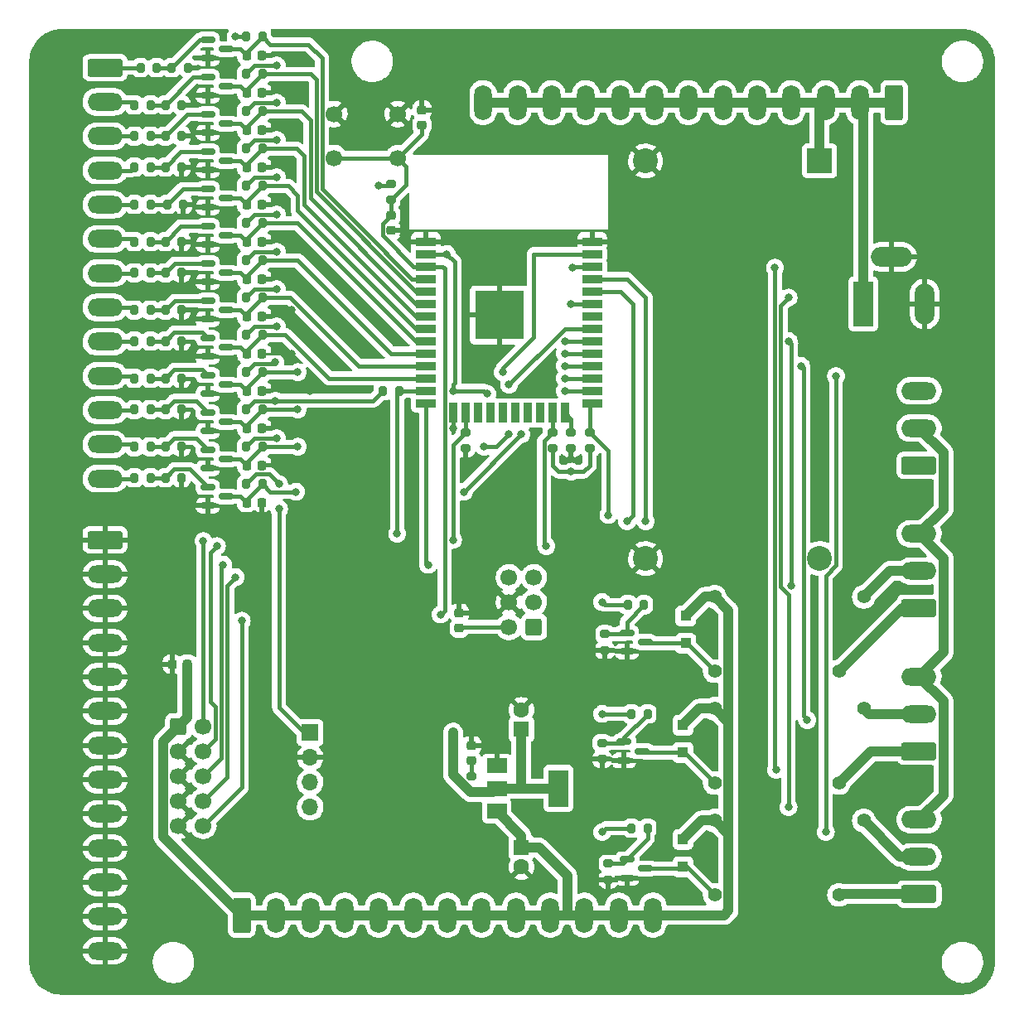
<source format=gtl>
%TF.GenerationSoftware,KiCad,Pcbnew,(6.0.0)*%
%TF.CreationDate,2022-03-13T20:29:15-04:00*%
%TF.ProjectId,alarm_panel_breakout,616c6172-6d5f-4706-916e-656c5f627265,rev?*%
%TF.SameCoordinates,Original*%
%TF.FileFunction,Copper,L1,Top*%
%TF.FilePolarity,Positive*%
%FSLAX46Y46*%
G04 Gerber Fmt 4.6, Leading zero omitted, Abs format (unit mm)*
G04 Created by KiCad (PCBNEW (6.0.0)) date 2022-03-13 20:29:15*
%MOMM*%
%LPD*%
G01*
G04 APERTURE LIST*
G04 Aperture macros list*
%AMRoundRect*
0 Rectangle with rounded corners*
0 $1 Rounding radius*
0 $2 $3 $4 $5 $6 $7 $8 $9 X,Y pos of 4 corners*
0 Add a 4 corners polygon primitive as box body*
4,1,4,$2,$3,$4,$5,$6,$7,$8,$9,$2,$3,0*
0 Add four circle primitives for the rounded corners*
1,1,$1+$1,$2,$3*
1,1,$1+$1,$4,$5*
1,1,$1+$1,$6,$7*
1,1,$1+$1,$8,$9*
0 Add four rect primitives between the rounded corners*
20,1,$1+$1,$2,$3,$4,$5,0*
20,1,$1+$1,$4,$5,$6,$7,0*
20,1,$1+$1,$6,$7,$8,$9,0*
20,1,$1+$1,$8,$9,$2,$3,0*%
G04 Aperture macros list end*
%TA.AperFunction,SMDPad,CuDef*%
%ADD10RoundRect,0.200000X0.200000X0.275000X-0.200000X0.275000X-0.200000X-0.275000X0.200000X-0.275000X0*%
%TD*%
%TA.AperFunction,SMDPad,CuDef*%
%ADD11RoundRect,0.150000X-0.587500X-0.150000X0.587500X-0.150000X0.587500X0.150000X-0.587500X0.150000X0*%
%TD*%
%TA.AperFunction,SMDPad,CuDef*%
%ADD12RoundRect,0.200000X-0.200000X-0.275000X0.200000X-0.275000X0.200000X0.275000X-0.200000X0.275000X0*%
%TD*%
%TA.AperFunction,SMDPad,CuDef*%
%ADD13RoundRect,0.200000X-0.275000X0.200000X-0.275000X-0.200000X0.275000X-0.200000X0.275000X0.200000X0*%
%TD*%
%TA.AperFunction,SMDPad,CuDef*%
%ADD14RoundRect,0.225000X-0.250000X0.225000X-0.250000X-0.225000X0.250000X-0.225000X0.250000X0.225000X0*%
%TD*%
%TA.AperFunction,ComponentPad*%
%ADD15R,2.540000X2.540000*%
%TD*%
%TA.AperFunction,ComponentPad*%
%ADD16C,2.540000*%
%TD*%
%TA.AperFunction,SMDPad,CuDef*%
%ADD17RoundRect,0.218750X-0.256250X0.218750X-0.256250X-0.218750X0.256250X-0.218750X0.256250X0.218750X0*%
%TD*%
%TA.AperFunction,ComponentPad*%
%ADD18R,1.600000X1.600000*%
%TD*%
%TA.AperFunction,ComponentPad*%
%ADD19C,1.600000*%
%TD*%
%TA.AperFunction,SMDPad,CuDef*%
%ADD20RoundRect,0.225000X-0.225000X-0.250000X0.225000X-0.250000X0.225000X0.250000X-0.225000X0.250000X0*%
%TD*%
%TA.AperFunction,ComponentPad*%
%ADD21C,1.400000*%
%TD*%
%TA.AperFunction,ComponentPad*%
%ADD22R,2.000000X4.600000*%
%TD*%
%TA.AperFunction,ComponentPad*%
%ADD23O,2.000000X4.200000*%
%TD*%
%TA.AperFunction,ComponentPad*%
%ADD24O,4.200000X2.000000*%
%TD*%
%TA.AperFunction,ComponentPad*%
%ADD25RoundRect,0.250000X-1.550000X0.650000X-1.550000X-0.650000X1.550000X-0.650000X1.550000X0.650000X0*%
%TD*%
%TA.AperFunction,ComponentPad*%
%ADD26O,3.600000X1.800000*%
%TD*%
%TA.AperFunction,SMDPad,CuDef*%
%ADD27RoundRect,0.225000X0.225000X0.250000X-0.225000X0.250000X-0.225000X-0.250000X0.225000X-0.250000X0*%
%TD*%
%TA.AperFunction,ComponentPad*%
%ADD28RoundRect,0.250000X-0.650000X-1.550000X0.650000X-1.550000X0.650000X1.550000X-0.650000X1.550000X0*%
%TD*%
%TA.AperFunction,ComponentPad*%
%ADD29O,1.800000X3.600000*%
%TD*%
%TA.AperFunction,SMDPad,CuDef*%
%ADD30RoundRect,0.200000X0.275000X-0.200000X0.275000X0.200000X-0.275000X0.200000X-0.275000X-0.200000X0*%
%TD*%
%TA.AperFunction,SMDPad,CuDef*%
%ADD31R,1.100000X1.100000*%
%TD*%
%TA.AperFunction,ComponentPad*%
%ADD32RoundRect,0.250000X-0.600000X-0.600000X0.600000X-0.600000X0.600000X0.600000X-0.600000X0.600000X0*%
%TD*%
%TA.AperFunction,ComponentPad*%
%ADD33C,1.700000*%
%TD*%
%TA.AperFunction,SMDPad,CuDef*%
%ADD34RoundRect,0.225000X0.250000X-0.225000X0.250000X0.225000X-0.250000X0.225000X-0.250000X-0.225000X0*%
%TD*%
%TA.AperFunction,ComponentPad*%
%ADD35RoundRect,0.250000X1.550000X-0.650000X1.550000X0.650000X-1.550000X0.650000X-1.550000X-0.650000X0*%
%TD*%
%TA.AperFunction,SMDPad,CuDef*%
%ADD36R,2.000000X0.900000*%
%TD*%
%TA.AperFunction,SMDPad,CuDef*%
%ADD37R,0.900000X2.000000*%
%TD*%
%TA.AperFunction,SMDPad,CuDef*%
%ADD38R,5.000000X5.000000*%
%TD*%
%TA.AperFunction,ComponentPad*%
%ADD39RoundRect,0.250000X0.650000X1.550000X-0.650000X1.550000X-0.650000X-1.550000X0.650000X-1.550000X0*%
%TD*%
%TA.AperFunction,ComponentPad*%
%ADD40RoundRect,0.250000X0.600000X0.600000X-0.600000X0.600000X-0.600000X-0.600000X0.600000X-0.600000X0*%
%TD*%
%TA.AperFunction,SMDPad,CuDef*%
%ADD41R,2.000000X1.500000*%
%TD*%
%TA.AperFunction,SMDPad,CuDef*%
%ADD42R,2.000000X3.800000*%
%TD*%
%TA.AperFunction,ComponentPad*%
%ADD43R,1.700000X1.700000*%
%TD*%
%TA.AperFunction,ComponentPad*%
%ADD44O,1.700000X1.700000*%
%TD*%
%TA.AperFunction,ViaPad*%
%ADD45C,0.800000*%
%TD*%
%TA.AperFunction,Conductor*%
%ADD46C,0.250000*%
%TD*%
%TA.AperFunction,Conductor*%
%ADD47C,0.400000*%
%TD*%
%TA.AperFunction,Conductor*%
%ADD48C,1.000000*%
%TD*%
G04 APERTURE END LIST*
D10*
%TO.P,R2,1*%
%TO.N,/ESP_IO14*%
X34480000Y-33655000D03*
%TO.P,R2,2*%
%TO.N,+3V3*%
X32830000Y-33655000D03*
%TD*%
D11*
%TO.P,Q13,1,G*%
%TO.N,Net-(Q13-Pad1)*%
X14937500Y-5400000D03*
%TO.P,Q13,2,S*%
%TO.N,GND*%
X14937500Y-7300000D03*
%TO.P,Q13,3,D*%
%TO.N,/ESP_IO34*%
X16812500Y-6350000D03*
%TD*%
D12*
%TO.P,R18,1*%
%TO.N,Net-(Q5-Pad1)*%
X10605000Y-39370000D03*
%TO.P,R18,2*%
%TO.N,GND*%
X12255000Y-39370000D03*
%TD*%
%TO.P,R16,1*%
%TO.N,+3V3*%
X18860000Y-43180000D03*
%TO.P,R16,2*%
%TO.N,/ESP_IO4*%
X20510000Y-43180000D03*
%TD*%
D13*
%TO.P,R9,1*%
%TO.N,Net-(Q1-Pad1)*%
X55530000Y-58510000D03*
%TO.P,R9,2*%
%TO.N,GND*%
X55530000Y-60160000D03*
%TD*%
D12*
%TO.P,R17,1*%
%TO.N,/In_5*%
X7430000Y-39370000D03*
%TO.P,R17,2*%
%TO.N,Net-(Q5-Pad1)*%
X9080000Y-39370000D03*
%TD*%
%TO.P,R15,1*%
%TO.N,Net-(Q4-Pad1)*%
X10605000Y-42545000D03*
%TO.P,R15,2*%
%TO.N,GND*%
X12255000Y-42545000D03*
%TD*%
D14*
%TO.P,C3,1*%
%TO.N,/ESP_EN*%
X33655000Y-15735000D03*
%TO.P,C3,2*%
%TO.N,GND*%
X33655000Y-17285000D03*
%TD*%
D15*
%TO.P,U3,1,Vin*%
%TO.N,+12V*%
X77470000Y-10160000D03*
D16*
%TO.P,U3,2,GND*%
%TO.N,GND*%
X59690000Y-10160000D03*
%TO.P,U3,3,GND*%
X59690000Y-50800000D03*
%TO.P,U3,4,Vout*%
%TO.N,+5V*%
X77470000Y-50800000D03*
%TD*%
D11*
%TO.P,Q12,1,G*%
%TO.N,Net-(Q12-Pad1)*%
X14937500Y-9210000D03*
%TO.P,Q12,2,S*%
%TO.N,GND*%
X14937500Y-11110000D03*
%TO.P,Q12,3,D*%
%TO.N,/ESP_IO35*%
X16812500Y-10160000D03*
%TD*%
D12*
%TO.P,R44,1*%
%TO.N,/In_36*%
X8065000Y-635000D03*
%TO.P,R44,2*%
%TO.N,Net-(Q14-Pad1)*%
X9715000Y-635000D03*
%TD*%
D17*
%TO.P,D1,1,K*%
%TO.N,GND*%
X41910000Y-69887500D03*
%TO.P,D1,2,A*%
%TO.N,Net-(D1-Pad2)*%
X41910000Y-71462500D03*
%TD*%
D18*
%TO.P,C4,1*%
%TO.N,+5V*%
X46990000Y-80324888D03*
D19*
%TO.P,C4,2*%
%TO.N,GND*%
X46990000Y-82324888D03*
%TD*%
D20*
%TO.P,C10,1*%
%TO.N,/ESP_IO23*%
X18910000Y-33655000D03*
%TO.P,C10,2*%
%TO.N,GND*%
X20460000Y-33655000D03*
%TD*%
D11*
%TO.P,Q7,1,G*%
%TO.N,Net-(Q7-Pad1)*%
X14937500Y-32070000D03*
%TO.P,Q7,2,S*%
%TO.N,GND*%
X14937500Y-33970000D03*
%TO.P,Q7,3,D*%
%TO.N,/ESP_IO23*%
X16812500Y-33020000D03*
%TD*%
%TO.P,Q4,1,G*%
%TO.N,Net-(Q4-Pad1)*%
X14937500Y-43500000D03*
%TO.P,Q4,2,S*%
%TO.N,GND*%
X14937500Y-45400000D03*
%TO.P,Q4,3,D*%
%TO.N,/ESP_IO4*%
X16812500Y-44450000D03*
%TD*%
D20*
%TO.P,C16,1*%
%TO.N,/ESP_IO34*%
X18910000Y-6985000D03*
%TO.P,C16,2*%
%TO.N,GND*%
X20460000Y-6985000D03*
%TD*%
D13*
%TO.P,R3,1*%
%TO.N,/ESP_IO2*%
X52070000Y-37910000D03*
%TO.P,R3,2*%
%TO.N,GND*%
X52070000Y-39560000D03*
%TD*%
D21*
%TO.P,K3,1*%
%TO.N,+5V*%
X66740000Y-77575000D03*
%TO.P,K3,2*%
%TO.N,/Relay1_2*%
X81980000Y-77575000D03*
%TO.P,K3,3*%
%TO.N,/Relay1*%
X79440000Y-85175000D03*
%TO.P,K3,4*%
%TO.N,Net-(D4-Pad2)*%
X66740000Y-85175000D03*
%TD*%
D12*
%TO.P,R32,1*%
%TO.N,/In_33*%
X7430000Y-18415000D03*
%TO.P,R32,2*%
%TO.N,Net-(Q10-Pad1)*%
X9080000Y-18415000D03*
%TD*%
D11*
%TO.P,Q5,1,G*%
%TO.N,Net-(Q5-Pad1)*%
X14937500Y-39690000D03*
%TO.P,Q5,2,S*%
%TO.N,GND*%
X14937500Y-41590000D03*
%TO.P,Q5,3,D*%
%TO.N,/ESP_IO5*%
X16812500Y-40640000D03*
%TD*%
D12*
%TO.P,R40,1*%
%TO.N,+3V3*%
X18860000Y-8890000D03*
%TO.P,R40,2*%
%TO.N,/ESP_IO35*%
X20510000Y-8890000D03*
%TD*%
D20*
%TO.P,C7,1*%
%TO.N,/ESP_IO4*%
X18910000Y-45085000D03*
%TO.P,C7,2*%
%TO.N,GND*%
X20460000Y-45085000D03*
%TD*%
%TO.P,C15,1*%
%TO.N,/ESP_IO35*%
X18910000Y-10795000D03*
%TO.P,C15,2*%
%TO.N,GND*%
X20460000Y-10795000D03*
%TD*%
D22*
%TO.P,J9,1*%
%TO.N,+12V*%
X81915000Y-24780000D03*
D23*
%TO.P,J9,2*%
%TO.N,GND*%
X88215000Y-24780000D03*
D24*
%TO.P,J9,3*%
X84815000Y-19980000D03*
%TD*%
D20*
%TO.P,C14,1*%
%TO.N,/ESP_IO32*%
X18910000Y-14605000D03*
%TO.P,C14,2*%
%TO.N,GND*%
X20460000Y-14605000D03*
%TD*%
D11*
%TO.P,Q6,1,G*%
%TO.N,Net-(Q6-Pad1)*%
X14937500Y-35880000D03*
%TO.P,Q6,2,S*%
%TO.N,GND*%
X14937500Y-37780000D03*
%TO.P,Q6,3,D*%
%TO.N,/ESP_IO19*%
X16812500Y-36830000D03*
%TD*%
D20*
%TO.P,C9,1*%
%TO.N,/ESP_IO19*%
X18910000Y-37465000D03*
%TO.P,C9,2*%
%TO.N,GND*%
X20460000Y-37465000D03*
%TD*%
D25*
%TO.P,J11,1,Pin_1*%
%TO.N,/In_36*%
X4445000Y-635000D03*
D26*
%TO.P,J11,2,Pin_2*%
%TO.N,/In_39*%
X4445000Y-4135000D03*
%TO.P,J11,3,Pin_3*%
%TO.N,/In_34*%
X4445000Y-7635000D03*
%TO.P,J11,4,Pin_4*%
%TO.N,/In_35*%
X4445000Y-11135000D03*
%TO.P,J11,5,Pin_5*%
%TO.N,/In_32*%
X4445000Y-14635000D03*
%TO.P,J11,6,Pin_6*%
%TO.N,/In_33*%
X4445000Y-18135000D03*
%TO.P,J11,7,Pin_7*%
%TO.N,/In_25*%
X4445000Y-21635000D03*
%TO.P,J11,8,Pin_8*%
%TO.N,/In_26*%
X4445000Y-25135000D03*
%TO.P,J11,9,Pin_9*%
%TO.N,/In_27*%
X4445000Y-28635000D03*
%TO.P,J11,10,Pin_10*%
%TO.N,/In_23*%
X4445000Y-32135000D03*
%TO.P,J11,11,Pin_11*%
%TO.N,/In_19*%
X4445000Y-35635000D03*
%TO.P,J11,12,Pin_12*%
%TO.N,/In_5*%
X4445000Y-39135000D03*
%TO.P,J11,13,Pin_13*%
%TO.N,/In_4*%
X4445000Y-42635000D03*
%TD*%
D20*
%TO.P,C18,1*%
%TO.N,/ESP_IO26*%
X18910000Y-26035000D03*
%TO.P,C18,2*%
%TO.N,GND*%
X20460000Y-26035000D03*
%TD*%
D11*
%TO.P,Q1,1,G*%
%TO.N,Net-(Q1-Pad1)*%
X57767500Y-58385000D03*
%TO.P,Q1,2,S*%
%TO.N,GND*%
X57767500Y-60285000D03*
%TO.P,Q1,3,D*%
%TO.N,Net-(D2-Pad2)*%
X59642500Y-59335000D03*
%TD*%
D20*
%TO.P,C19,1*%
%TO.N,/ESP_IO39*%
X18910000Y-3175000D03*
%TO.P,C19,2*%
%TO.N,GND*%
X20460000Y-3175000D03*
%TD*%
D27*
%TO.P,C1,1*%
%TO.N,+5V*%
X12840000Y-61595000D03*
%TO.P,C1,2*%
%TO.N,GND*%
X11290000Y-61595000D03*
%TD*%
D12*
%TO.P,R43,1*%
%TO.N,+3V3*%
X18860000Y-5080000D03*
%TO.P,R43,2*%
%TO.N,/ESP_IO34*%
X20510000Y-5080000D03*
%TD*%
%TO.P,R8,1*%
%TO.N,/ESP_IO18*%
X57880000Y-55525000D03*
%TO.P,R8,2*%
%TO.N,Net-(Q1-Pad1)*%
X59530000Y-55525000D03*
%TD*%
%TO.P,R19,1*%
%TO.N,+3V3*%
X18860000Y-39370000D03*
%TO.P,R19,2*%
%TO.N,/ESP_IO5*%
X20510000Y-39370000D03*
%TD*%
D28*
%TO.P,J12,1,Pin_1*%
%TO.N,+5V*%
X18425000Y-87237500D03*
D29*
%TO.P,J12,2,Pin_2*%
X21925000Y-87237500D03*
%TO.P,J12,3,Pin_3*%
X25425000Y-87237500D03*
%TO.P,J12,4,Pin_4*%
X28925000Y-87237500D03*
%TO.P,J12,5,Pin_5*%
X32425000Y-87237500D03*
%TO.P,J12,6,Pin_6*%
X35925000Y-87237500D03*
%TO.P,J12,7,Pin_7*%
X39425000Y-87237500D03*
%TO.P,J12,8,Pin_8*%
X42925000Y-87237500D03*
%TO.P,J12,9,Pin_9*%
X46425000Y-87237500D03*
%TO.P,J12,10,Pin_10*%
X49925000Y-87237500D03*
%TO.P,J12,11,Pin_11*%
X53425000Y-87237500D03*
%TO.P,J12,12,Pin_12*%
X56925000Y-87237500D03*
%TO.P,J12,13,Pin_13*%
X60425000Y-87237500D03*
%TD*%
D30*
%TO.P,R7,1*%
%TO.N,+3V3*%
X53975000Y-39560000D03*
%TO.P,R7,2*%
%TO.N,/ESP_IO0*%
X53975000Y-37910000D03*
%TD*%
D31*
%TO.P,D3,1,K*%
%TO.N,+5V*%
X63500000Y-67815000D03*
%TO.P,D3,2,A*%
%TO.N,Net-(D3-Pad2)*%
X63500000Y-70615000D03*
%TD*%
D12*
%TO.P,R50,1*%
%TO.N,/In_39*%
X7430000Y-4445000D03*
%TO.P,R50,2*%
%TO.N,Net-(Q16-Pad1)*%
X9080000Y-4445000D03*
%TD*%
D11*
%TO.P,Q3,1,G*%
%TO.N,Net-(Q3-Pad1)*%
X57785000Y-81530000D03*
%TO.P,Q3,2,S*%
%TO.N,GND*%
X57785000Y-83430000D03*
%TO.P,Q3,3,D*%
%TO.N,Net-(D4-Pad2)*%
X59660000Y-82480000D03*
%TD*%
%TO.P,Q16,1,G*%
%TO.N,Net-(Q16-Pad1)*%
X14937500Y-1590000D03*
%TO.P,Q16,2,S*%
%TO.N,GND*%
X14937500Y-3490000D03*
%TO.P,Q16,3,D*%
%TO.N,/ESP_IO39*%
X16812500Y-2540000D03*
%TD*%
D12*
%TO.P,R30,1*%
%TO.N,Net-(Q9-Pad1)*%
X10605000Y-21590000D03*
%TO.P,R30,2*%
%TO.N,GND*%
X12255000Y-21590000D03*
%TD*%
%TO.P,R36,1*%
%TO.N,Net-(Q11-Pad1)*%
X10795000Y-14605000D03*
%TO.P,R36,2*%
%TO.N,GND*%
X12445000Y-14605000D03*
%TD*%
D11*
%TO.P,Q10,1,G*%
%TO.N,Net-(Q10-Pad1)*%
X14937500Y-16830000D03*
%TO.P,Q10,2,S*%
%TO.N,GND*%
X14937500Y-18730000D03*
%TO.P,Q10,3,D*%
%TO.N,/ESP_IO33*%
X16812500Y-17780000D03*
%TD*%
D12*
%TO.P,R47,1*%
%TO.N,/In_26*%
X7430000Y-25400000D03*
%TO.P,R47,2*%
%TO.N,Net-(Q15-Pad1)*%
X9080000Y-25400000D03*
%TD*%
%TO.P,R49,1*%
%TO.N,+3V3*%
X18860000Y-24130000D03*
%TO.P,R49,2*%
%TO.N,/ESP_IO26*%
X20510000Y-24130000D03*
%TD*%
D14*
%TO.P,C2,1*%
%TO.N,GND*%
X36830000Y-4940000D03*
%TO.P,C2,2*%
%TO.N,/ESP_EN*%
X36830000Y-6490000D03*
%TD*%
D12*
%TO.P,R22,1*%
%TO.N,+3V3*%
X18860000Y-35560000D03*
%TO.P,R22,2*%
%TO.N,/ESP_IO19*%
X20510000Y-35560000D03*
%TD*%
D18*
%TO.P,C5,1*%
%TO.N,+3V3*%
X46990000Y-68265113D03*
D19*
%TO.P,C5,2*%
%TO.N,GND*%
X46990000Y-66265113D03*
%TD*%
D11*
%TO.P,Q8,1,G*%
%TO.N,Net-(Q8-Pad1)*%
X14937500Y-28260000D03*
%TO.P,Q8,2,S*%
%TO.N,GND*%
X14937500Y-30160000D03*
%TO.P,Q8,3,D*%
%TO.N,/ESP_IO27*%
X16812500Y-29210000D03*
%TD*%
D12*
%TO.P,R34,1*%
%TO.N,+3V3*%
X18860000Y-16510000D03*
%TO.P,R34,2*%
%TO.N,/ESP_IO33*%
X20510000Y-16510000D03*
%TD*%
D32*
%TO.P,J1,1,Pin_1*%
%TO.N,+5V*%
X11947500Y-67945000D03*
D33*
%TO.P,J1,2,Pin_2*%
%TO.N,/ESP_IO14*%
X14487500Y-67945000D03*
%TO.P,J1,3,Pin_3*%
%TO.N,GND*%
X11947500Y-70485000D03*
%TO.P,J1,4,Pin_4*%
%TO.N,/ESP_IO13*%
X14487500Y-70485000D03*
%TO.P,J1,5,Pin_5*%
%TO.N,GND*%
X11947500Y-73025000D03*
%TO.P,J1,6,Pin_6*%
%TO.N,/ESP_IO15*%
X14487500Y-73025000D03*
%TO.P,J1,7,Pin_7*%
%TO.N,GND*%
X11947500Y-75565000D03*
%TO.P,J1,8,Pin_8*%
%TO.N,/ESP_IO12*%
X14487500Y-75565000D03*
%TO.P,J1,9,Pin_9*%
%TO.N,GND*%
X11947500Y-78105000D03*
%TO.P,J1,10,Pin_10*%
%TO.N,/ESP_EN*%
X14487500Y-78105000D03*
%TD*%
D12*
%TO.P,R14,1*%
%TO.N,/In_4*%
X7430000Y-42545000D03*
%TO.P,R14,2*%
%TO.N,Net-(Q4-Pad1)*%
X9080000Y-42545000D03*
%TD*%
%TO.P,R52,1*%
%TO.N,+3V3*%
X18860000Y-1270000D03*
%TO.P,R52,2*%
%TO.N,/ESP_IO39*%
X20510000Y-1270000D03*
%TD*%
%TO.P,R31,1*%
%TO.N,+3V3*%
X18860000Y-20320000D03*
%TO.P,R31,2*%
%TO.N,/ESP_IO25*%
X20510000Y-20320000D03*
%TD*%
D33*
%TO.P,SW1,1,1*%
%TO.N,GND*%
X27865000Y-5370000D03*
%TO.P,SW1,2,2*%
X34365000Y-5370000D03*
%TO.P,SW1,3,K*%
%TO.N,/ESP_EN*%
X27865000Y-9870000D03*
%TO.P,SW1,4,A*%
X34365000Y-9870000D03*
%TD*%
D20*
%TO.P,C8,1*%
%TO.N,/ESP_IO5*%
X18910000Y-41275000D03*
%TO.P,C8,2*%
%TO.N,GND*%
X20460000Y-41275000D03*
%TD*%
D12*
%TO.P,R23,1*%
%TO.N,/In_23*%
X7430000Y-32385000D03*
%TO.P,R23,2*%
%TO.N,Net-(Q7-Pad1)*%
X9080000Y-32385000D03*
%TD*%
%TO.P,R28,1*%
%TO.N,+3V3*%
X18860000Y-27940000D03*
%TO.P,R28,2*%
%TO.N,/ESP_IO27*%
X20510000Y-27940000D03*
%TD*%
D34*
%TO.P,C6,1*%
%TO.N,+5V*%
X40640000Y-57925000D03*
%TO.P,C6,2*%
%TO.N,GND*%
X40640000Y-56375000D03*
%TD*%
D13*
%TO.P,R5,1*%
%TO.N,/ESP_IO13*%
X41275000Y-37910000D03*
%TO.P,R5,2*%
%TO.N,GND*%
X41275000Y-39560000D03*
%TD*%
D12*
%TO.P,R29,1*%
%TO.N,/In_25*%
X7430000Y-21590000D03*
%TO.P,R29,2*%
%TO.N,Net-(Q9-Pad1)*%
X9080000Y-21590000D03*
%TD*%
%TO.P,R12,1*%
%TO.N,/ESP_IO16*%
X58230000Y-78355000D03*
%TO.P,R12,2*%
%TO.N,Net-(Q3-Pad1)*%
X59880000Y-78355000D03*
%TD*%
%TO.P,R10,1*%
%TO.N,/ESP_IO17*%
X58230000Y-66675000D03*
%TO.P,R10,2*%
%TO.N,Net-(Q2-Pad1)*%
X59880000Y-66675000D03*
%TD*%
D11*
%TO.P,Q15,1,G*%
%TO.N,Net-(Q15-Pad1)*%
X14937500Y-24450000D03*
%TO.P,Q15,2,S*%
%TO.N,GND*%
X14937500Y-26350000D03*
%TO.P,Q15,3,D*%
%TO.N,/ESP_IO26*%
X16812500Y-25400000D03*
%TD*%
D35*
%TO.P,J4,1,Pin_1*%
%TO.N,/Hot*%
X87630000Y-41275000D03*
D26*
%TO.P,J4,2,Pin_2*%
%TO.N,/Neutral*%
X87630000Y-37465000D03*
%TO.P,J4,3,Pin_3*%
%TO.N,/Earth*%
X87630000Y-33655000D03*
%TD*%
D36*
%TO.P,U1,1,GND*%
%TO.N,GND*%
X37220000Y-18415000D03*
%TO.P,U1,2,VDD*%
%TO.N,+3V3*%
X37220000Y-19685000D03*
%TO.P,U1,3,EN*%
%TO.N,/ESP_EN*%
X37220000Y-20955000D03*
%TO.P,U1,4,SENSOR_VP*%
%TO.N,/ESP_IO36*%
X37220000Y-22225000D03*
%TO.P,U1,5,SENSOR_VN*%
%TO.N,/ESP_IO39*%
X37220000Y-23495000D03*
%TO.P,U1,6,IO34*%
%TO.N,/ESP_IO34*%
X37220000Y-24765000D03*
%TO.P,U1,7,IO35*%
%TO.N,/ESP_IO35*%
X37220000Y-26035000D03*
%TO.P,U1,8,IO32*%
%TO.N,/ESP_IO32*%
X37220000Y-27305000D03*
%TO.P,U1,9,IO33*%
%TO.N,/ESP_IO33*%
X37220000Y-28575000D03*
%TO.P,U1,10,IO25*%
%TO.N,/ESP_IO25*%
X37220000Y-29845000D03*
%TO.P,U1,11,IO26*%
%TO.N,/ESP_IO26*%
X37220000Y-31115000D03*
%TO.P,U1,12,IO27*%
%TO.N,/ESP_IO27*%
X37220000Y-32385000D03*
%TO.P,U1,13,IO14*%
%TO.N,/ESP_IO14*%
X37220000Y-33655000D03*
%TO.P,U1,14,IO12*%
%TO.N,/ESP_IO12*%
X37220000Y-34925000D03*
D37*
%TO.P,U1,15,GND*%
%TO.N,GND*%
X40005000Y-35925000D03*
%TO.P,U1,16,IO13*%
%TO.N,/ESP_IO13*%
X41275000Y-35925000D03*
%TO.P,U1,17,SHD/SD2*%
%TO.N,unconnected-(U1-Pad17)*%
X42545000Y-35925000D03*
%TO.P,U1,18,SWP/SD3*%
%TO.N,unconnected-(U1-Pad18)*%
X43815000Y-35925000D03*
%TO.P,U1,19,SCS/CMD*%
%TO.N,unconnected-(U1-Pad19)*%
X45085000Y-35925000D03*
%TO.P,U1,20,SCK/CLK*%
%TO.N,unconnected-(U1-Pad20)*%
X46355000Y-35925000D03*
%TO.P,U1,21,SDO/SD0*%
%TO.N,unconnected-(U1-Pad21)*%
X47625000Y-35925000D03*
%TO.P,U1,22,SDI/SD1*%
%TO.N,unconnected-(U1-Pad22)*%
X48895000Y-35925000D03*
%TO.P,U1,23,IO15*%
%TO.N,/ESP_IO15*%
X50165000Y-35925000D03*
%TO.P,U1,24,IO2*%
%TO.N,/ESP_IO2*%
X51435000Y-35925000D03*
D36*
%TO.P,U1,25,IO0*%
%TO.N,/ESP_IO0*%
X54220000Y-34925000D03*
%TO.P,U1,26,IO4*%
%TO.N,/ESP_IO4*%
X54220000Y-33655000D03*
%TO.P,U1,27,IO16*%
%TO.N,/ESP_IO16*%
X54220000Y-32385000D03*
%TO.P,U1,28,IO17*%
%TO.N,/ESP_IO17*%
X54220000Y-31115000D03*
%TO.P,U1,29,IO5*%
%TO.N,/ESP_IO5*%
X54220000Y-29845000D03*
%TO.P,U1,30,IO18*%
%TO.N,/ESP_IO18*%
X54220000Y-28575000D03*
%TO.P,U1,31,IO19*%
%TO.N,/ESP_IO19*%
X54220000Y-27305000D03*
%TO.P,U1,32,NC*%
%TO.N,unconnected-(U1-Pad32)*%
X54220000Y-26035000D03*
%TO.P,U1,33,IO21*%
%TO.N,/ESP_IO21*%
X54220000Y-24765000D03*
%TO.P,U1,34,RXD0/IO3*%
%TO.N,/ESP_IO3*%
X54220000Y-23495000D03*
%TO.P,U1,35,TXD0/IO1*%
%TO.N,/ESP_IO1*%
X54220000Y-22225000D03*
%TO.P,U1,36,IO22*%
%TO.N,/ESP_IO22*%
X54220000Y-20955000D03*
%TO.P,U1,37,IO23*%
%TO.N,/ESP_IO23*%
X54220000Y-19685000D03*
%TO.P,U1,38,GND*%
%TO.N,GND*%
X54220000Y-18415000D03*
D38*
%TO.P,U1,39,GND*%
X44720000Y-25915000D03*
%TD*%
D11*
%TO.P,Q11,1,G*%
%TO.N,Net-(Q11-Pad1)*%
X14937500Y-13020000D03*
%TO.P,Q11,2,S*%
%TO.N,GND*%
X14937500Y-14920000D03*
%TO.P,Q11,3,D*%
%TO.N,/ESP_IO32*%
X16812500Y-13970000D03*
%TD*%
%TO.P,Q9,1,G*%
%TO.N,Net-(Q9-Pad1)*%
X14937500Y-20640000D03*
%TO.P,Q9,2,S*%
%TO.N,GND*%
X14937500Y-22540000D03*
%TO.P,Q9,3,D*%
%TO.N,/ESP_IO25*%
X16812500Y-21590000D03*
%TD*%
D39*
%TO.P,J10,1,Pin_1*%
%TO.N,+12V*%
X85080000Y-4202500D03*
D29*
%TO.P,J10,2,Pin_2*%
X81580000Y-4202500D03*
%TO.P,J10,3,Pin_3*%
X78080000Y-4202500D03*
%TO.P,J10,4,Pin_4*%
X74580000Y-4202500D03*
%TO.P,J10,5,Pin_5*%
X71080000Y-4202500D03*
%TO.P,J10,6,Pin_6*%
X67580000Y-4202500D03*
%TO.P,J10,7,Pin_7*%
X64080000Y-4202500D03*
%TO.P,J10,8,Pin_8*%
X60580000Y-4202500D03*
%TO.P,J10,9,Pin_9*%
X57080000Y-4202500D03*
%TO.P,J10,10,Pin_10*%
X53580000Y-4202500D03*
%TO.P,J10,11,Pin_11*%
X50080000Y-4202500D03*
%TO.P,J10,12,Pin_12*%
X46580000Y-4202500D03*
%TO.P,J10,13,Pin_13*%
X43080000Y-4202500D03*
%TD*%
D12*
%TO.P,R24,1*%
%TO.N,Net-(Q7-Pad1)*%
X10605000Y-32385000D03*
%TO.P,R24,2*%
%TO.N,GND*%
X12255000Y-32385000D03*
%TD*%
%TO.P,R35,1*%
%TO.N,/In_32*%
X7430000Y-14605000D03*
%TO.P,R35,2*%
%TO.N,Net-(Q11-Pad1)*%
X9080000Y-14605000D03*
%TD*%
D31*
%TO.P,D4,1,K*%
%TO.N,+5V*%
X63500000Y-79495000D03*
%TO.P,D4,2,A*%
%TO.N,Net-(D4-Pad2)*%
X63500000Y-82295000D03*
%TD*%
D11*
%TO.P,Q2,1,G*%
%TO.N,Net-(Q2-Pad1)*%
X57482500Y-69535000D03*
%TO.P,Q2,2,S*%
%TO.N,GND*%
X57482500Y-71435000D03*
%TO.P,Q2,3,D*%
%TO.N,Net-(D3-Pad2)*%
X59357500Y-70485000D03*
%TD*%
D21*
%TO.P,K1,1*%
%TO.N,+5V*%
X66740000Y-54715000D03*
%TO.P,K1,2*%
%TO.N,/Relay3_2*%
X81980000Y-54715000D03*
%TO.P,K1,3*%
%TO.N,/Relay3*%
X79440000Y-62315000D03*
%TO.P,K1,4*%
%TO.N,Net-(D2-Pad2)*%
X66740000Y-62315000D03*
%TD*%
D12*
%TO.P,R51,1*%
%TO.N,Net-(Q16-Pad1)*%
X10605000Y-4445000D03*
%TO.P,R51,2*%
%TO.N,GND*%
X12255000Y-4445000D03*
%TD*%
D13*
%TO.P,R13,1*%
%TO.N,Net-(Q3-Pad1)*%
X55880000Y-81975000D03*
%TO.P,R13,2*%
%TO.N,GND*%
X55880000Y-83625000D03*
%TD*%
D11*
%TO.P,Q14,1,G*%
%TO.N,Net-(Q14-Pad1)*%
X14937500Y2220000D03*
%TO.P,Q14,2,S*%
%TO.N,GND*%
X14937500Y320000D03*
%TO.P,Q14,3,D*%
%TO.N,/ESP_IO36*%
X16812500Y1270000D03*
%TD*%
D30*
%TO.P,R4,1*%
%TO.N,+3V3*%
X41910000Y-74675000D03*
%TO.P,R4,2*%
%TO.N,Net-(D1-Pad2)*%
X41910000Y-73025000D03*
%TD*%
D20*
%TO.P,C12,1*%
%TO.N,/ESP_IO25*%
X18910000Y-22225000D03*
%TO.P,C12,2*%
%TO.N,GND*%
X20460000Y-22225000D03*
%TD*%
%TO.P,C17,1*%
%TO.N,/ESP_IO36*%
X18910000Y635000D03*
%TO.P,C17,2*%
%TO.N,GND*%
X20460000Y635000D03*
%TD*%
D40*
%TO.P,J2,1,Pin_1*%
%TO.N,/ESP_EN*%
X48260000Y-57785000D03*
D33*
%TO.P,J2,2,Pin_2*%
%TO.N,+5V*%
X45720000Y-57785000D03*
%TO.P,J2,3,Pin_3*%
%TO.N,/ESP_IO1*%
X48260000Y-55245000D03*
%TO.P,J2,4,Pin_4*%
%TO.N,GND*%
X45720000Y-55245000D03*
%TO.P,J2,5,Pin_5*%
%TO.N,/ESP_IO3*%
X48260000Y-52705000D03*
%TO.P,J2,6,Pin_6*%
%TO.N,/ESP_IO0*%
X45720000Y-52705000D03*
%TD*%
D12*
%TO.P,R26,1*%
%TO.N,/In_27*%
X7430000Y-28575000D03*
%TO.P,R26,2*%
%TO.N,Net-(Q8-Pad1)*%
X9080000Y-28575000D03*
%TD*%
%TO.P,R48,1*%
%TO.N,Net-(Q15-Pad1)*%
X10605000Y-25400000D03*
%TO.P,R48,2*%
%TO.N,GND*%
X12255000Y-25400000D03*
%TD*%
D35*
%TO.P,J8,1,Pin_1*%
%TO.N,/Relay3*%
X87630000Y-55880000D03*
D26*
%TO.P,J8,2,Pin_2*%
%TO.N,/Relay3_2*%
X87630000Y-52070000D03*
%TO.P,J8,3,Pin_3*%
%TO.N,/Neutral*%
X87630000Y-48260000D03*
%TD*%
D12*
%TO.P,R38,1*%
%TO.N,/In_35*%
X7430000Y-10795000D03*
%TO.P,R38,2*%
%TO.N,Net-(Q12-Pad1)*%
X9080000Y-10795000D03*
%TD*%
D13*
%TO.P,R6,1*%
%TO.N,/ESP_IO15*%
X50165000Y-37910000D03*
%TO.P,R6,2*%
%TO.N,+3V3*%
X50165000Y-39560000D03*
%TD*%
D31*
%TO.P,D2,1,K*%
%TO.N,+5V*%
X63785000Y-56665000D03*
%TO.P,D2,2,A*%
%TO.N,Net-(D2-Pad2)*%
X63785000Y-59465000D03*
%TD*%
D12*
%TO.P,R20,1*%
%TO.N,/In_19*%
X7430000Y-35560000D03*
%TO.P,R20,2*%
%TO.N,Net-(Q6-Pad1)*%
X9080000Y-35560000D03*
%TD*%
%TO.P,R39,1*%
%TO.N,Net-(Q12-Pad1)*%
X10605000Y-10795000D03*
%TO.P,R39,2*%
%TO.N,GND*%
X12255000Y-10795000D03*
%TD*%
D41*
%TO.P,U2,1,GND*%
%TO.N,GND*%
X44475000Y-71995000D03*
%TO.P,U2,2,VO*%
%TO.N,+3V3*%
X44475000Y-74295000D03*
D42*
X50775000Y-74295000D03*
D41*
%TO.P,U2,3,VI*%
%TO.N,+5V*%
X44475000Y-76595000D03*
%TD*%
D12*
%TO.P,R27,1*%
%TO.N,Net-(Q8-Pad1)*%
X10605000Y-28575000D03*
%TO.P,R27,2*%
%TO.N,GND*%
X12255000Y-28575000D03*
%TD*%
%TO.P,R25,1*%
%TO.N,+3V3*%
X18860000Y-31750000D03*
%TO.P,R25,2*%
%TO.N,/ESP_IO23*%
X20510000Y-31750000D03*
%TD*%
%TO.P,R21,1*%
%TO.N,Net-(Q6-Pad1)*%
X10605000Y-35560000D03*
%TO.P,R21,2*%
%TO.N,GND*%
X12255000Y-35560000D03*
%TD*%
%TO.P,R42,1*%
%TO.N,Net-(Q13-Pad1)*%
X10605000Y-7620000D03*
%TO.P,R42,2*%
%TO.N,GND*%
X12255000Y-7620000D03*
%TD*%
D20*
%TO.P,C13,1*%
%TO.N,/ESP_IO33*%
X18910000Y-18415000D03*
%TO.P,C13,2*%
%TO.N,GND*%
X20460000Y-18415000D03*
%TD*%
D12*
%TO.P,R37,1*%
%TO.N,+3V3*%
X18860000Y-12700000D03*
%TO.P,R37,2*%
%TO.N,/ESP_IO32*%
X20510000Y-12700000D03*
%TD*%
%TO.P,R41,1*%
%TO.N,/In_34*%
X7430000Y-7620000D03*
%TO.P,R41,2*%
%TO.N,Net-(Q13-Pad1)*%
X9080000Y-7620000D03*
%TD*%
D21*
%TO.P,K2,1*%
%TO.N,+5V*%
X66740000Y-66145000D03*
%TO.P,K2,2*%
%TO.N,/Relay2_2*%
X81980000Y-66145000D03*
%TO.P,K2,3*%
%TO.N,/Relay2*%
X79440000Y-73745000D03*
%TO.P,K2,4*%
%TO.N,Net-(D3-Pad2)*%
X66740000Y-73745000D03*
%TD*%
D12*
%TO.P,R45,1*%
%TO.N,Net-(Q14-Pad1)*%
X11240000Y-635000D03*
%TO.P,R45,2*%
%TO.N,GND*%
X12890000Y-635000D03*
%TD*%
D20*
%TO.P,C11,1*%
%TO.N,/ESP_IO27*%
X18910000Y-29845000D03*
%TO.P,C11,2*%
%TO.N,GND*%
X20460000Y-29845000D03*
%TD*%
D25*
%TO.P,J13,1,Pin_1*%
%TO.N,GND*%
X4445000Y-48895000D03*
D26*
%TO.P,J13,2,Pin_2*%
X4445000Y-52395000D03*
%TO.P,J13,3,Pin_3*%
X4445000Y-55895000D03*
%TO.P,J13,4,Pin_4*%
X4445000Y-59395000D03*
%TO.P,J13,5,Pin_5*%
X4445000Y-62895000D03*
%TO.P,J13,6,Pin_6*%
X4445000Y-66395000D03*
%TO.P,J13,7,Pin_7*%
X4445000Y-69895000D03*
%TO.P,J13,8,Pin_8*%
X4445000Y-73395000D03*
%TO.P,J13,9,Pin_9*%
X4445000Y-76895000D03*
%TO.P,J13,10,Pin_10*%
X4445000Y-80395000D03*
%TO.P,J13,11,Pin_11*%
X4445000Y-83895000D03*
%TO.P,J13,12,Pin_12*%
X4445000Y-87395000D03*
%TO.P,J13,13,Pin_13*%
X4445000Y-90895000D03*
%TD*%
D12*
%TO.P,R33,1*%
%TO.N,Net-(Q10-Pad1)*%
X10605000Y-18415000D03*
%TO.P,R33,2*%
%TO.N,GND*%
X12255000Y-18415000D03*
%TD*%
D13*
%TO.P,R1,1*%
%TO.N,+3V3*%
X33655000Y-12510000D03*
%TO.P,R1,2*%
%TO.N,/ESP_EN*%
X33655000Y-14160000D03*
%TD*%
D43*
%TO.P,J3,1,Pin_1*%
%TO.N,+3V3*%
X25400000Y-68590000D03*
D44*
%TO.P,J3,2,Pin_2*%
%TO.N,GND*%
X25400000Y-71130000D03*
%TO.P,J3,3,Pin_3*%
%TO.N,/ESP_IO22*%
X25400000Y-73670000D03*
%TO.P,J3,4,Pin_4*%
%TO.N,/ESP_IO21*%
X25400000Y-76210000D03*
%TD*%
D12*
%TO.P,R46,1*%
%TO.N,+3V3*%
X18860000Y2540000D03*
%TO.P,R46,2*%
%TO.N,/ESP_IO36*%
X20510000Y2540000D03*
%TD*%
D35*
%TO.P,J7,1,Pin_1*%
%TO.N,/Relay2*%
X87630000Y-70485000D03*
D26*
%TO.P,J7,2,Pin_2*%
%TO.N,/Relay2_2*%
X87630000Y-66675000D03*
%TO.P,J7,3,Pin_3*%
%TO.N,/Neutral*%
X87630000Y-62865000D03*
%TD*%
D35*
%TO.P,J6,1,Pin_1*%
%TO.N,/Relay1*%
X87630000Y-85090000D03*
D26*
%TO.P,J6,2,Pin_2*%
%TO.N,/Relay1_2*%
X87630000Y-81280000D03*
%TO.P,J6,3,Pin_3*%
%TO.N,/Neutral*%
X87630000Y-77470000D03*
%TD*%
D13*
%TO.P,R11,1*%
%TO.N,Net-(Q2-Pad1)*%
X55245000Y-69660000D03*
%TO.P,R11,2*%
%TO.N,GND*%
X55245000Y-71310000D03*
%TD*%
D45*
%TO.N,+3V3*%
X21829520Y-30719520D03*
%TO.N,GND*%
X17145000Y-31115000D03*
X34925000Y-17780000D03*
X41910000Y-41275000D03*
X23495000Y-10160000D03*
X17145000Y-34925000D03*
X17145000Y-12065000D03*
X17145000Y-4445000D03*
X17145000Y-8255000D03*
X17145000Y-46355000D03*
X24765000Y0D03*
X24130000Y-18415000D03*
X17145000Y-15875000D03*
X25400000Y-33655000D03*
X23495000Y-25400000D03*
X40005000Y-37465000D03*
X17145000Y-19685000D03*
X17145000Y-23495000D03*
X24765000Y-2540000D03*
X17145000Y-38735000D03*
X23495000Y-29845000D03*
X22860000Y-13970000D03*
X17145000Y-42545000D03*
X17145000Y-27305000D03*
X17145000Y-635000D03*
X23495000Y-6350000D03*
X52070000Y-40640000D03*
X23495000Y-22225000D03*
%TO.N,/ESP_EN*%
X38735000Y-56515000D03*
X18415000Y-57150000D03*
%TO.N,+3V3*%
X22225000Y-45720000D03*
X21985480Y-27065480D03*
X21985480Y-19445480D03*
X21985480Y-8015480D03*
X21985480Y-4205480D03*
X21985480Y-11825480D03*
X39370000Y-19685000D03*
X40005000Y-68580000D03*
X43497500Y-33972500D03*
X17780000Y2540000D03*
X21985480Y-38495480D03*
X22225000Y-43180000D03*
X52070000Y-41910000D03*
X32385000Y-12700000D03*
X21985480Y-15635480D03*
X21829520Y-34685480D03*
X21985480Y-23255480D03*
X40005000Y-33655000D03*
X21985480Y-395480D03*
%TO.N,/ESP_IO14*%
X14487500Y-49012500D03*
X34290000Y-48260000D03*
%TO.N,/ESP_IO13*%
X15875000Y-49530000D03*
X40005000Y-48895000D03*
%TO.N,/ESP_IO15*%
X16510000Y-51435000D03*
X49530000Y-49530000D03*
%TO.N,/ESP_IO12*%
X17780000Y-52705000D03*
X37465000Y-51435000D03*
%TO.N,/ESP_IO1*%
X59690000Y-46990000D03*
%TO.N,/ESP_IO3*%
X57785000Y-46990000D03*
%TO.N,/ESP_IO0*%
X55880000Y-46355000D03*
%TO.N,/ESP_IO22*%
X52199031Y-21084031D03*
X73025000Y-72390000D03*
X72895969Y-21084031D03*
%TO.N,/ESP_IO21*%
X52070000Y-24765000D03*
X74295000Y-76200000D03*
X74295000Y-24130000D03*
%TO.N,/ESP_IO23*%
X24130000Y-31750000D03*
X45085000Y-31750000D03*
%TO.N,/ESP_IO19*%
X45720000Y-33020000D03*
X24130000Y-35560000D03*
%TO.N,/ESP_IO4*%
X23965489Y-43979511D03*
X41110489Y-43979511D03*
X51435000Y-33655000D03*
X46990000Y-38100000D03*
%TO.N,/ESP_IO5*%
X51435000Y-29845000D03*
X45720000Y-38100000D03*
X43180000Y-39370000D03*
X24130000Y-39370000D03*
%TO.N,/ESP_IO18*%
X74570489Y-53615489D03*
X51435000Y-28575000D03*
X74295000Y-28575000D03*
X55245000Y-55245000D03*
%TO.N,/ESP_IO17*%
X55245000Y-66675000D03*
X75565000Y-31115000D03*
X76200000Y-67310000D03*
X51435000Y-31115000D03*
%TO.N,/ESP_IO16*%
X78105000Y-78740000D03*
X55245000Y-78740000D03*
X51435000Y-32385000D03*
X79139511Y-32149511D03*
%TD*%
D46*
%TO.N,GND*%
X20460000Y-29845000D02*
X23495000Y-29845000D01*
D47*
%TO.N,/ESP_EN*%
X38940978Y-20955000D02*
X37220000Y-20955000D01*
X39155489Y-21169511D02*
X38940978Y-20955000D01*
%TO.N,/ESP_IO32*%
X24130000Y-13690600D02*
X23139400Y-12700000D01*
X23139400Y-12700000D02*
X20510000Y-12700000D01*
X24130000Y-15240000D02*
X24130000Y-13690600D01*
X36195000Y-27305000D02*
X24130000Y-15240000D01*
X37220000Y-27305000D02*
X36195000Y-27305000D01*
%TO.N,/ESP_IO35*%
X23977600Y-8890000D02*
X20510000Y-8890000D01*
X24765000Y-9677400D02*
X23977600Y-8890000D01*
X24765000Y-14605000D02*
X24765000Y-9677400D01*
X36195000Y-26035000D02*
X24765000Y-14605000D01*
%TO.N,/ESP_IO34*%
X24511000Y-5105400D02*
X24511000Y-5080000D01*
X20510000Y-5080000D02*
X24511000Y-5080000D01*
X25416449Y-6010849D02*
X25416449Y-13940471D01*
X25416449Y-6010849D02*
X24511000Y-5105400D01*
%TO.N,/ESP_IO39*%
X25476200Y-1270000D02*
X20510000Y-1270000D01*
X26015969Y-1809769D02*
X25476200Y-1270000D01*
X26015969Y-13269991D02*
X26015969Y-1809769D01*
X36240978Y-23495000D02*
X26015969Y-13269991D01*
X37220000Y-23495000D02*
X36240978Y-23495000D01*
%TO.N,/ESP_IO36*%
X25235489Y1740489D02*
X21309511Y1740489D01*
X26615489Y360489D02*
X25235489Y1740489D01*
X30608828Y-17015000D02*
X26615489Y-13021661D01*
X21309511Y1740489D02*
X20510000Y2540000D01*
X30610000Y-17015000D02*
X30608828Y-17015000D01*
X35820000Y-22225000D02*
X30610000Y-17015000D01*
X37220000Y-22225000D02*
X35820000Y-22225000D01*
X26615489Y-13021661D02*
X26615489Y360489D01*
D48*
%TO.N,+5V*%
X12840000Y-67052500D02*
X12840000Y-61595000D01*
D47*
X40640000Y-57925000D02*
X40780000Y-57785000D01*
D48*
X46990000Y-80324888D02*
X46990000Y-79110000D01*
X10397989Y-69494511D02*
X11947500Y-67945000D01*
X66740000Y-54715000D02*
X68139511Y-56114511D01*
X65735000Y-54715000D02*
X63785000Y-56665000D01*
X65420000Y-77575000D02*
X63500000Y-79495000D01*
X68139511Y-78974511D02*
X66740000Y-77575000D01*
X67702500Y-87237500D02*
X68139511Y-86800489D01*
X60425000Y-87237500D02*
X67702500Y-87237500D01*
X11947500Y-67945000D02*
X12840000Y-67052500D01*
X68139511Y-86800489D02*
X68139511Y-80450489D01*
X68139511Y-70290489D02*
X68139511Y-80450489D01*
X10397989Y-79210489D02*
X10397989Y-69494511D01*
X18425000Y-87237500D02*
X51677500Y-87237500D01*
X66740000Y-77575000D02*
X65420000Y-77575000D01*
X65170000Y-66145000D02*
X63500000Y-67815000D01*
X68139511Y-80450489D02*
X68139511Y-78974511D01*
D47*
X40780000Y-57785000D02*
X45720000Y-57785000D01*
D48*
X51677500Y-83212388D02*
X51677500Y-87237500D01*
X66740000Y-54715000D02*
X65735000Y-54715000D01*
X48790000Y-80324888D02*
X51677500Y-83212388D01*
X46990000Y-79110000D02*
X44475000Y-76595000D01*
X66740000Y-66145000D02*
X65170000Y-66145000D01*
X66740000Y-66145000D02*
X68139511Y-67544511D01*
X18425000Y-87237500D02*
X10397989Y-79210489D01*
X46990000Y-80324888D02*
X48790000Y-80324888D01*
X51677500Y-87237500D02*
X60425000Y-87237500D01*
X68139511Y-56114511D02*
X68139511Y-70290489D01*
X68139511Y-67544511D02*
X68139511Y-70290489D01*
D47*
%TO.N,/ESP_EN*%
X33655000Y-15735000D02*
X32780480Y-16609520D01*
X34365000Y-9870000D02*
X36830000Y-7405000D01*
X39155489Y-21169511D02*
X39155489Y-56094511D01*
X39155489Y-56094511D02*
X38735000Y-56515000D01*
X35215000Y-12600000D02*
X33655000Y-14160000D01*
X33655000Y-14160000D02*
X33655000Y-15735000D01*
X18415000Y-57150000D02*
X18415000Y-74177500D01*
X32780480Y-17768684D02*
X35966796Y-20955000D01*
X35966796Y-20955000D02*
X37220000Y-20955000D01*
X27865000Y-9870000D02*
X34365000Y-9870000D01*
X18415000Y-74177500D02*
X14487500Y-78105000D01*
X32780480Y-16609520D02*
X32780480Y-17768684D01*
X36830000Y-7405000D02*
X36830000Y-6490000D01*
X35215000Y-10720000D02*
X35215000Y-12600000D01*
X34365000Y-9870000D02*
X35215000Y-10720000D01*
%TO.N,+3V3*%
X19734520Y-4205480D02*
X21985480Y-4205480D01*
X19734520Y-395480D02*
X21985480Y-395480D01*
X32385000Y-12700000D02*
X33465000Y-12700000D01*
X21194520Y-42149520D02*
X22225000Y-43180000D01*
X50800000Y-41910000D02*
X50165000Y-41275000D01*
D48*
X40005000Y-72867113D02*
X40005000Y-68580000D01*
D47*
X18860000Y-35560000D02*
X19734520Y-34685480D01*
X18860000Y-5080000D02*
X19734520Y-4205480D01*
X18860000Y-16510000D02*
X19734520Y-15635480D01*
X19734520Y-30875480D02*
X21829520Y-30875480D01*
X18860000Y2540000D02*
X17780000Y2540000D01*
X40005000Y-33655000D02*
X43180000Y-33655000D01*
X19734520Y-11825480D02*
X21985480Y-11825480D01*
X40169511Y-20484511D02*
X40169511Y-32855489D01*
D48*
X41812887Y-74675000D02*
X40005000Y-72867113D01*
D47*
X18860000Y-39370000D02*
X19734520Y-38495480D01*
X19890480Y-42149520D02*
X21194520Y-42149520D01*
X53975000Y-39560000D02*
X53975000Y-41275000D01*
D48*
X46990000Y-68265113D02*
X46990000Y-74295000D01*
D47*
X22225000Y-66040000D02*
X24775000Y-68590000D01*
X53975000Y-41275000D02*
X53340000Y-41910000D01*
X19734520Y-8015480D02*
X21985480Y-8015480D01*
X31799520Y-34685480D02*
X32830000Y-33655000D01*
X22225000Y-45720000D02*
X22225000Y-66040000D01*
X18860000Y-8890000D02*
X19734520Y-8015480D01*
X19734520Y-34685480D02*
X21829520Y-34685480D01*
X19734520Y-38495480D02*
X21985480Y-38495480D01*
X52070000Y-41910000D02*
X50800000Y-41910000D01*
X18860000Y-24130000D02*
X19734520Y-23255480D01*
X19734520Y-23255480D02*
X21985480Y-23255480D01*
X37220000Y-19685000D02*
X38735000Y-19685000D01*
X18860000Y-1270000D02*
X19734520Y-395480D01*
X53340000Y-41910000D02*
X52070000Y-41910000D01*
D48*
X44095000Y-74675000D02*
X44475000Y-74295000D01*
D47*
X18860000Y-43180000D02*
X19890480Y-42149520D01*
X33465000Y-12700000D02*
X33655000Y-12510000D01*
X21829520Y-34685480D02*
X31799520Y-34685480D01*
X39370000Y-19685000D02*
X40169511Y-20484511D01*
X18860000Y-31750000D02*
X19734520Y-30875480D01*
X18860000Y-27940000D02*
X19734520Y-27065480D01*
D48*
X46990000Y-74295000D02*
X50775000Y-74295000D01*
D47*
X24775000Y-68590000D02*
X25400000Y-68590000D01*
X18860000Y-20320000D02*
X19734520Y-19445480D01*
X50165000Y-41275000D02*
X50165000Y-39560000D01*
X19734520Y-15635480D02*
X21985480Y-15635480D01*
X40005000Y-33020000D02*
X40169511Y-32855489D01*
X18860000Y-12700000D02*
X19734520Y-11825480D01*
X19734520Y-27065480D02*
X21985480Y-27065480D01*
X19734520Y-19445480D02*
X21985480Y-19445480D01*
X43180000Y-33655000D02*
X43497500Y-33972500D01*
X40005000Y-33655000D02*
X40005000Y-33020000D01*
D48*
X44475000Y-74295000D02*
X46990000Y-74295000D01*
X41910000Y-74675000D02*
X41812887Y-74675000D01*
D47*
X38735000Y-19685000D02*
X39370000Y-19685000D01*
D48*
X41910000Y-74675000D02*
X44095000Y-74675000D01*
D47*
%TO.N,Net-(D1-Pad2)*%
X41910000Y-73025000D02*
X41910000Y-71462500D01*
%TO.N,Net-(D2-Pad2)*%
X59642500Y-59335000D02*
X59772500Y-59465000D01*
X66740000Y-62315000D02*
X63890000Y-59465000D01*
X63890000Y-59465000D02*
X63785000Y-59465000D01*
X59772500Y-59465000D02*
X63785000Y-59465000D01*
%TO.N,Net-(D3-Pad2)*%
X59357500Y-70485000D02*
X59487500Y-70615000D01*
X63500000Y-70615000D02*
X63610000Y-70615000D01*
X63610000Y-70615000D02*
X66740000Y-73745000D01*
X59487500Y-70615000D02*
X63500000Y-70615000D01*
%TO.N,Net-(D4-Pad2)*%
X63860000Y-82295000D02*
X66740000Y-85175000D01*
X63500000Y-82295000D02*
X63860000Y-82295000D01*
X63315000Y-82480000D02*
X63500000Y-82295000D01*
X59660000Y-82480000D02*
X63315000Y-82480000D01*
%TO.N,/ESP_IO14*%
X14487500Y-67945000D02*
X14487500Y-49012500D01*
X34480000Y-33655000D02*
X37220000Y-33655000D01*
X34290000Y-33845000D02*
X34480000Y-33655000D01*
X34290000Y-48260000D02*
X34290000Y-33845000D01*
%TO.N,/ESP_IO13*%
X15737011Y-69235489D02*
X15737011Y-65902011D01*
X15240000Y-50165000D02*
X15875000Y-49530000D01*
X14487500Y-70485000D02*
X15737011Y-69235489D01*
X15737011Y-65902011D02*
X15240000Y-65405000D01*
X15240000Y-65405000D02*
X15240000Y-50165000D01*
X40005000Y-39180000D02*
X41275000Y-37910000D01*
X40005000Y-48895000D02*
X40005000Y-39180000D01*
X41275000Y-37910000D02*
X41275000Y-35925000D01*
%TO.N,/ESP_IO15*%
X16336531Y-65231531D02*
X16336531Y-51608469D01*
X49290480Y-49290480D02*
X49290480Y-38784520D01*
X16336531Y-51608469D02*
X16510000Y-51435000D01*
X14487500Y-73025000D02*
X16336531Y-71175969D01*
X49290480Y-38784520D02*
X50165000Y-37910000D01*
X16336531Y-71175969D02*
X16336531Y-65231531D01*
X49530000Y-49530000D02*
X49290480Y-49290480D01*
X50165000Y-37910000D02*
X50165000Y-35925000D01*
%TO.N,/ESP_IO12*%
X16936051Y-53548949D02*
X16936051Y-73116449D01*
X16936051Y-73116449D02*
X14487500Y-75565000D01*
X17780000Y-52705000D02*
X16936051Y-53548949D01*
X37465000Y-51435000D02*
X37220000Y-51190000D01*
X37220000Y-51190000D02*
X37220000Y-34925000D01*
%TO.N,/ESP_IO1*%
X54220000Y-22225000D02*
X57785000Y-22225000D01*
X59690000Y-24130000D02*
X59690000Y-46990000D01*
X57785000Y-22225000D02*
X59690000Y-24130000D01*
%TO.N,/ESP_IO3*%
X54220000Y-23495000D02*
X57150000Y-23495000D01*
X57150000Y-23495000D02*
X58420000Y-24765000D01*
X58420000Y-24765000D02*
X58420000Y-46355000D01*
X58420000Y-46355000D02*
X57785000Y-46990000D01*
%TO.N,/ESP_IO0*%
X55880000Y-39815000D02*
X53975000Y-37910000D01*
X53975000Y-35170000D02*
X54220000Y-34925000D01*
X53975000Y-37910000D02*
X53975000Y-35170000D01*
X55880000Y-46355000D02*
X55880000Y-39815000D01*
%TO.N,/ESP_IO22*%
X72895969Y-72260969D02*
X72895969Y-21084031D01*
X54220000Y-20955000D02*
X52328062Y-20955000D01*
X52328062Y-20955000D02*
X52199031Y-21084031D01*
X73025000Y-72390000D02*
X72895969Y-72260969D01*
%TO.N,/ESP_IO21*%
X54220000Y-24765000D02*
X52070000Y-24765000D01*
X73495489Y-24929511D02*
X74295000Y-24130000D01*
X74295000Y-54470680D02*
X73495489Y-53671169D01*
X74295000Y-76200000D02*
X74295000Y-54470680D01*
X73495489Y-53671169D02*
X73495489Y-24929511D01*
D48*
%TO.N,/Neutral*%
X90129520Y-74970480D02*
X87630000Y-77470000D01*
X90129520Y-50759520D02*
X90129520Y-60365480D01*
X90129520Y-60365480D02*
X87630000Y-62865000D01*
X87630000Y-62865000D02*
X90129520Y-65364520D01*
X87630000Y-48260000D02*
X90129520Y-50759520D01*
X90129520Y-39964520D02*
X90129520Y-45760480D01*
X90129520Y-45760480D02*
X87630000Y-48260000D01*
X87630000Y-37465000D02*
X90129520Y-39964520D01*
X90129520Y-65364520D02*
X90129520Y-74970480D01*
%TO.N,/Relay1*%
X79525000Y-85090000D02*
X79440000Y-85175000D01*
X87630000Y-85090000D02*
X79525000Y-85090000D01*
%TO.N,/Relay2*%
X82700000Y-70485000D02*
X79440000Y-73745000D01*
X87630000Y-70485000D02*
X82700000Y-70485000D01*
%TO.N,/Relay3*%
X85875000Y-55880000D02*
X79440000Y-62315000D01*
X87630000Y-55880000D02*
X85875000Y-55880000D01*
%TO.N,+12V*%
X81915000Y-24780000D02*
X81915000Y-4537500D01*
X77470000Y-4812500D02*
X78080000Y-4202500D01*
X85080000Y-4202500D02*
X43080000Y-4202500D01*
X81915000Y-4537500D02*
X81580000Y-4202500D01*
X77470000Y-10160000D02*
X77470000Y-4812500D01*
D47*
%TO.N,/In_4*%
X7340000Y-42635000D02*
X7430000Y-42545000D01*
X4445000Y-42635000D02*
X7340000Y-42635000D01*
%TO.N,/In_5*%
X7195000Y-39135000D02*
X7430000Y-39370000D01*
X4445000Y-39135000D02*
X7195000Y-39135000D01*
%TO.N,/In_19*%
X4445000Y-35635000D02*
X7355000Y-35635000D01*
X7355000Y-35635000D02*
X7430000Y-35560000D01*
%TO.N,/In_23*%
X4445000Y-32135000D02*
X7180000Y-32135000D01*
X7180000Y-32135000D02*
X7430000Y-32385000D01*
%TO.N,/In_25*%
X4445000Y-21635000D02*
X7385000Y-21635000D01*
X7385000Y-21635000D02*
X7430000Y-21590000D01*
%TO.N,/In_26*%
X7165000Y-25135000D02*
X7430000Y-25400000D01*
X4445000Y-25135000D02*
X7165000Y-25135000D01*
%TO.N,/In_27*%
X7370000Y-28635000D02*
X7430000Y-28575000D01*
X4445000Y-28635000D02*
X7370000Y-28635000D01*
%TO.N,/In_32*%
X4445000Y-14635000D02*
X7400000Y-14635000D01*
X7400000Y-14635000D02*
X7430000Y-14605000D01*
%TO.N,/In_33*%
X4445000Y-18135000D02*
X7150000Y-18135000D01*
X7150000Y-18135000D02*
X7430000Y-18415000D01*
%TO.N,/In_34*%
X7415000Y-7635000D02*
X7430000Y-7620000D01*
X4445000Y-7635000D02*
X7415000Y-7635000D01*
%TO.N,/In_35*%
X4445000Y-11135000D02*
X7090000Y-11135000D01*
X7090000Y-11135000D02*
X7430000Y-10795000D01*
%TO.N,/In_36*%
X4445000Y-635000D02*
X8065000Y-635000D01*
%TO.N,/In_39*%
X7120000Y-4135000D02*
X7430000Y-4445000D01*
X4445000Y-4135000D02*
X7120000Y-4135000D01*
%TO.N,Net-(Q1-Pad1)*%
X57642500Y-58510000D02*
X57767500Y-58385000D01*
X57767500Y-57287500D02*
X59530000Y-55525000D01*
X55530000Y-58510000D02*
X57642500Y-58510000D01*
X57767500Y-58385000D02*
X57767500Y-57287500D01*
%TO.N,Net-(Q2-Pad1)*%
X57482500Y-69535000D02*
X57482500Y-69072500D01*
X55245000Y-69660000D02*
X57357500Y-69660000D01*
X57482500Y-69072500D02*
X59880000Y-66675000D01*
X57357500Y-69660000D02*
X57482500Y-69535000D01*
%TO.N,Net-(Q3-Pad1)*%
X57785000Y-81530000D02*
X59880000Y-79435000D01*
X57340000Y-81975000D02*
X57785000Y-81530000D01*
X55880000Y-81975000D02*
X57340000Y-81975000D01*
X59880000Y-79435000D02*
X59880000Y-78355000D01*
%TO.N,Net-(Q4-Pad1)*%
X10605000Y-42545000D02*
X11479520Y-41670480D01*
X13107980Y-41670480D02*
X14937500Y-43500000D01*
X9080000Y-42545000D02*
X10605000Y-42545000D01*
X11479520Y-41670480D02*
X13107980Y-41670480D01*
%TO.N,/ESP_IO39*%
X16812500Y-2540000D02*
X18275000Y-2540000D01*
X18275000Y-2540000D02*
X18910000Y-3175000D01*
X18910000Y-3175000D02*
X18910000Y-2870000D01*
X18910000Y-2870000D02*
X20510000Y-1270000D01*
%TO.N,Net-(Q5-Pad1)*%
X11479520Y-38495480D02*
X13742980Y-38495480D01*
X10605000Y-39370000D02*
X11479520Y-38495480D01*
X9080000Y-39370000D02*
X10605000Y-39370000D01*
X13742980Y-38495480D02*
X14937500Y-39690000D01*
%TO.N,/ESP_IO36*%
X18910000Y635000D02*
X18910000Y940000D01*
X18910000Y940000D02*
X20510000Y2540000D01*
X18275000Y1270000D02*
X18910000Y635000D01*
X16812500Y1270000D02*
X18275000Y1270000D01*
%TO.N,Net-(Q6-Pad1)*%
X9080000Y-35560000D02*
X10605000Y-35560000D01*
X13742980Y-34685480D02*
X14937500Y-35880000D01*
X11479520Y-34685480D02*
X13742980Y-34685480D01*
X10605000Y-35560000D02*
X11479520Y-34685480D01*
%TO.N,/ESP_IO35*%
X18910000Y-10795000D02*
X18910000Y-10490000D01*
X16812500Y-10160000D02*
X18275000Y-10160000D01*
X18275000Y-10160000D02*
X18910000Y-10795000D01*
X18910000Y-10490000D02*
X20510000Y-8890000D01*
%TO.N,Net-(Q7-Pad1)*%
X11479520Y-31510480D02*
X14377980Y-31510480D01*
X10605000Y-32385000D02*
X11479520Y-31510480D01*
X14377980Y-31510480D02*
X14937500Y-32070000D01*
X9080000Y-32385000D02*
X10605000Y-32385000D01*
%TO.N,/ESP_IO34*%
X36240978Y-24765000D02*
X37220000Y-24765000D01*
X18910000Y-6985000D02*
X18910000Y-6680000D01*
X25416449Y-13940471D02*
X36240978Y-24765000D01*
X18275000Y-6350000D02*
X18910000Y-6985000D01*
X18910000Y-6680000D02*
X20510000Y-5080000D01*
X16812500Y-6350000D02*
X18275000Y-6350000D01*
%TO.N,Net-(Q8-Pad1)*%
X9080000Y-28575000D02*
X10605000Y-28575000D01*
X11479520Y-27700480D02*
X14377980Y-27700480D01*
X10605000Y-28575000D02*
X11479520Y-27700480D01*
X14377980Y-27700480D02*
X14937500Y-28260000D01*
%TO.N,/ESP_IO33*%
X18275000Y-17780000D02*
X18910000Y-18415000D01*
X16812500Y-17780000D02*
X18275000Y-17780000D01*
X24130000Y-16510000D02*
X36195000Y-28575000D01*
X18910000Y-18415000D02*
X18910000Y-18110000D01*
X20510000Y-16510000D02*
X24130000Y-16510000D01*
X18910000Y-18110000D02*
X20510000Y-16510000D01*
X36195000Y-28575000D02*
X37220000Y-28575000D01*
%TO.N,Net-(Q9-Pad1)*%
X10605000Y-21590000D02*
X11555000Y-20640000D01*
X11555000Y-20640000D02*
X14937500Y-20640000D01*
X9080000Y-21590000D02*
X10605000Y-21590000D01*
%TO.N,/ESP_IO27*%
X18910000Y-29845000D02*
X18910000Y-29540000D01*
X16812500Y-29210000D02*
X18275000Y-29210000D01*
X22860000Y-27940000D02*
X20510000Y-27940000D01*
X18275000Y-29210000D02*
X18910000Y-29845000D01*
X27305000Y-32385000D02*
X22860000Y-27940000D01*
X37220000Y-32385000D02*
X27305000Y-32385000D01*
X18910000Y-29540000D02*
X20510000Y-27940000D01*
%TO.N,Net-(Q10-Pad1)*%
X12190000Y-16830000D02*
X14937500Y-16830000D01*
X10605000Y-18415000D02*
X12190000Y-16830000D01*
X9080000Y-18415000D02*
X10605000Y-18415000D01*
%TO.N,/ESP_IO26*%
X20510000Y-24130000D02*
X23355680Y-24130000D01*
X23355680Y-24130000D02*
X30340680Y-31115000D01*
X30340680Y-31115000D02*
X37220000Y-31115000D01*
X16812500Y-25400000D02*
X18275000Y-25400000D01*
X18910000Y-26035000D02*
X18910000Y-25730000D01*
X18275000Y-25400000D02*
X18910000Y-26035000D01*
X18910000Y-25730000D02*
X20510000Y-24130000D01*
%TO.N,Net-(Q11-Pad1)*%
X12380000Y-13020000D02*
X14937500Y-13020000D01*
X9080000Y-14605000D02*
X10795000Y-14605000D01*
X10795000Y-14605000D02*
X12380000Y-13020000D01*
%TO.N,/ESP_IO25*%
X33655000Y-29845000D02*
X37220000Y-29845000D01*
X24130000Y-20320000D02*
X33655000Y-29845000D01*
X20510000Y-20320000D02*
X24130000Y-20320000D01*
X18275000Y-21590000D02*
X18910000Y-22225000D01*
X16812500Y-21590000D02*
X18275000Y-21590000D01*
X18910000Y-21920000D02*
X20510000Y-20320000D01*
X18910000Y-22225000D02*
X18910000Y-21920000D01*
%TO.N,Net-(Q12-Pad1)*%
X9080000Y-10795000D02*
X10605000Y-10795000D01*
X12190000Y-9210000D02*
X14937500Y-9210000D01*
X10605000Y-10795000D02*
X12190000Y-9210000D01*
%TO.N,/ESP_IO23*%
X45085000Y-31349022D02*
X45085000Y-31750000D01*
X48260000Y-19685000D02*
X48260000Y-28174022D01*
X54220000Y-19685000D02*
X48260000Y-19685000D01*
X16812500Y-33020000D02*
X18275000Y-33020000D01*
X18910000Y-33655000D02*
X18910000Y-33350000D01*
X18910000Y-33350000D02*
X20510000Y-31750000D01*
X48260000Y-28174022D02*
X45085000Y-31349022D01*
X18275000Y-33020000D02*
X18910000Y-33655000D01*
X20510000Y-31750000D02*
X24130000Y-31750000D01*
%TO.N,Net-(Q13-Pad1)*%
X10605000Y-7620000D02*
X12825000Y-5400000D01*
X9080000Y-7620000D02*
X10605000Y-7620000D01*
X12825000Y-5400000D02*
X14937500Y-5400000D01*
%TO.N,/ESP_IO19*%
X18910000Y-37160000D02*
X20510000Y-35560000D01*
X20510000Y-35560000D02*
X24130000Y-35560000D01*
X45720000Y-33020000D02*
X51435000Y-27305000D01*
X18910000Y-37465000D02*
X18910000Y-37160000D01*
X51435000Y-27305000D02*
X54220000Y-27305000D01*
X18275000Y-36830000D02*
X18910000Y-37465000D01*
X16812500Y-36830000D02*
X18275000Y-36830000D01*
%TO.N,Net-(Q14-Pad1)*%
X9715000Y-635000D02*
X11240000Y-635000D01*
X11240000Y-635000D02*
X14095000Y2220000D01*
X14095000Y2220000D02*
X14937500Y2220000D01*
%TO.N,/ESP_IO4*%
X51435000Y-33655000D02*
X54220000Y-33655000D01*
X20510000Y-43180000D02*
X21309511Y-43979511D01*
X46990000Y-38100000D02*
X41110489Y-43979511D01*
X18910000Y-45085000D02*
X18910000Y-44780000D01*
X16812500Y-44450000D02*
X18275000Y-44450000D01*
X18910000Y-44780000D02*
X20510000Y-43180000D01*
X21309511Y-43979511D02*
X23965489Y-43979511D01*
X18275000Y-44450000D02*
X18910000Y-45085000D01*
%TO.N,Net-(Q15-Pad1)*%
X9080000Y-25400000D02*
X10605000Y-25400000D01*
X10605000Y-25400000D02*
X11555000Y-24450000D01*
X11555000Y-24450000D02*
X14937500Y-24450000D01*
%TO.N,/ESP_IO32*%
X16812500Y-13970000D02*
X18275000Y-13970000D01*
X18910000Y-14605000D02*
X18910000Y-14300000D01*
X18275000Y-13970000D02*
X18910000Y-14605000D01*
X18910000Y-14300000D02*
X20510000Y-12700000D01*
%TO.N,Net-(Q16-Pad1)*%
X13460000Y-1590000D02*
X14937500Y-1590000D01*
X10605000Y-4445000D02*
X13460000Y-1590000D01*
X9080000Y-4445000D02*
X10605000Y-4445000D01*
%TO.N,/ESP_IO5*%
X18910000Y-40970000D02*
X20510000Y-39370000D01*
X16812500Y-40640000D02*
X18275000Y-40640000D01*
X20510000Y-39370000D02*
X24130000Y-39370000D01*
X18910000Y-41275000D02*
X18910000Y-40970000D01*
X18275000Y-40640000D02*
X18910000Y-41275000D01*
X44450000Y-39370000D02*
X45720000Y-38100000D01*
X43180000Y-39370000D02*
X44450000Y-39370000D01*
X51435000Y-29845000D02*
X54220000Y-29845000D01*
%TO.N,/ESP_IO2*%
X52070000Y-36560000D02*
X51435000Y-35925000D01*
X52070000Y-37910000D02*
X52070000Y-36560000D01*
%TO.N,/ESP_IO18*%
X51435000Y-28575000D02*
X54220000Y-28575000D01*
X74570489Y-53615489D02*
X74570489Y-28850489D01*
X57880000Y-55525000D02*
X55525000Y-55525000D01*
X55525000Y-55525000D02*
X55245000Y-55245000D01*
X74570489Y-28850489D02*
X74295000Y-28575000D01*
%TO.N,/ESP_IO17*%
X51435000Y-31115000D02*
X54220000Y-31115000D01*
X75800489Y-66910489D02*
X75800489Y-31350489D01*
X75800489Y-31350489D02*
X75565000Y-31115000D01*
X76200000Y-67310000D02*
X75800489Y-66910489D01*
X58230000Y-66675000D02*
X55245000Y-66675000D01*
%TO.N,/ESP_IO16*%
X55630000Y-78355000D02*
X55245000Y-78740000D01*
X51435000Y-32385000D02*
X54220000Y-32385000D01*
X79139511Y-51491535D02*
X79139511Y-32149511D01*
X78105000Y-52526046D02*
X79139511Y-51491535D01*
X58230000Y-78355000D02*
X55630000Y-78355000D01*
X78105000Y-78740000D02*
X78105000Y-52526046D01*
D48*
%TO.N,/Relay1_2*%
X85685000Y-81280000D02*
X81980000Y-77575000D01*
X87630000Y-81280000D02*
X85685000Y-81280000D01*
%TO.N,/Relay2_2*%
X87630000Y-66675000D02*
X82510000Y-66675000D01*
X82510000Y-66675000D02*
X81980000Y-66145000D01*
%TO.N,/Relay3_2*%
X84625000Y-52070000D02*
X81980000Y-54715000D01*
X87630000Y-52070000D02*
X84625000Y-52070000D01*
%TD*%
%TA.AperFunction,Conductor*%
%TO.N,GND*%
G36*
X17028722Y3281998D02*
G01*
X17075215Y3228342D01*
X17085319Y3158068D01*
X17054238Y3091691D01*
X17040960Y3076944D01*
X16985773Y2981357D01*
X16948922Y2917529D01*
X16945473Y2911556D01*
X16886458Y2729928D01*
X16885768Y2723367D01*
X16885768Y2723365D01*
X16883956Y2706124D01*
X16866496Y2540000D01*
X16867186Y2533435D01*
X16885553Y2358686D01*
X16886458Y2350072D01*
X16888498Y2343794D01*
X16921106Y2243436D01*
X16923133Y2172468D01*
X16886471Y2111671D01*
X16822759Y2080345D01*
X16801273Y2078500D01*
X16309500Y2078500D01*
X16241379Y2098502D01*
X16194886Y2152158D01*
X16183500Y2204500D01*
X16183500Y2436502D01*
X16183135Y2441142D01*
X16181067Y2467421D01*
X16181066Y2467426D01*
X16180562Y2473831D01*
X16134145Y2633601D01*
X16081059Y2723365D01*
X16053491Y2769980D01*
X16053489Y2769983D01*
X16049453Y2776807D01*
X15931807Y2894453D01*
X15924983Y2898489D01*
X15924980Y2898491D01*
X15795427Y2975108D01*
X15795428Y2975108D01*
X15788601Y2979145D01*
X15780990Y2981356D01*
X15780988Y2981357D01*
X15728769Y2996528D01*
X15628831Y3025562D01*
X15622426Y3026066D01*
X15622421Y3026067D01*
X15593958Y3028307D01*
X15593950Y3028307D01*
X15591502Y3028500D01*
X14283498Y3028500D01*
X14281050Y3028307D01*
X14281042Y3028307D01*
X14252579Y3026067D01*
X14252574Y3026066D01*
X14246169Y3025562D01*
X14146231Y2996528D01*
X14094012Y2981357D01*
X14094010Y2981356D01*
X14086399Y2979145D01*
X14079577Y2975110D01*
X14079576Y2975110D01*
X14010336Y2934162D01*
X13961337Y2917529D01*
X13953399Y2916568D01*
X13924758Y2913102D01*
X13917655Y2910418D01*
X13915041Y2909776D01*
X13898715Y2905309D01*
X13896195Y2904548D01*
X13888717Y2903243D01*
X13881765Y2900191D01*
X13881764Y2900191D01*
X13830204Y2877559D01*
X13824099Y2875068D01*
X13771456Y2855175D01*
X13771452Y2855173D01*
X13764344Y2852487D01*
X13758083Y2848184D01*
X13755717Y2846947D01*
X13740937Y2838720D01*
X13738652Y2837369D01*
X13731695Y2834315D01*
X13725675Y2829695D01*
X13725669Y2829692D01*
X13694542Y2805806D01*
X13680998Y2795413D01*
X13675668Y2791541D01*
X13629280Y2759661D01*
X13629275Y2759656D01*
X13623019Y2755357D01*
X13617968Y2749687D01*
X13617966Y2749686D01*
X13581565Y2708830D01*
X13576584Y2703554D01*
X11258434Y385404D01*
X11196122Y351378D01*
X11169339Y348499D01*
X10983366Y348499D01*
X10980508Y348236D01*
X10980499Y348236D01*
X10947196Y345176D01*
X10909938Y341753D01*
X10903560Y339754D01*
X10903559Y339754D01*
X10753550Y292744D01*
X10753548Y292743D01*
X10746301Y290472D01*
X10599619Y201639D01*
X10566595Y168615D01*
X10504283Y134589D01*
X10433468Y139654D01*
X10388405Y168615D01*
X10355381Y201639D01*
X10208699Y290472D01*
X10201452Y292743D01*
X10201450Y292744D01*
X10135164Y313517D01*
X10045062Y341753D01*
X9971635Y348500D01*
X9968737Y348500D01*
X9714335Y348499D01*
X9458366Y348499D01*
X9455508Y348236D01*
X9455499Y348236D01*
X9422196Y345176D01*
X9384938Y341753D01*
X9378560Y339754D01*
X9378559Y339754D01*
X9228550Y292744D01*
X9228548Y292743D01*
X9221301Y290472D01*
X9074619Y201639D01*
X8979095Y106115D01*
X8916783Y72089D01*
X8845968Y77154D01*
X8800905Y106115D01*
X8705381Y201639D01*
X8558699Y290472D01*
X8551452Y292743D01*
X8551450Y292744D01*
X8485164Y313517D01*
X8395062Y341753D01*
X8321635Y348500D01*
X8318737Y348500D01*
X8064335Y348499D01*
X7808366Y348499D01*
X7805508Y348236D01*
X7805499Y348236D01*
X7772196Y345176D01*
X7734938Y341753D01*
X7728560Y339754D01*
X7728559Y339754D01*
X7578550Y292744D01*
X7578548Y292743D01*
X7571301Y290472D01*
X7424619Y201639D01*
X7333385Y110405D01*
X7271073Y76379D01*
X7244290Y73500D01*
X6864542Y73500D01*
X6796421Y93502D01*
X6749928Y147158D01*
X6742784Y168678D01*
X6742526Y171166D01*
X6686550Y338946D01*
X6593478Y489348D01*
X6468303Y614305D01*
X6450490Y625285D01*
X6323968Y703275D01*
X6323966Y703276D01*
X6317738Y707115D01*
X6157254Y760345D01*
X6156389Y760632D01*
X6156387Y760632D01*
X6149861Y762797D01*
X6143025Y763497D01*
X6143022Y763498D01*
X6099969Y767909D01*
X6045400Y773500D01*
X2844600Y773500D01*
X2841354Y773163D01*
X2841350Y773163D01*
X2745692Y763238D01*
X2745688Y763237D01*
X2738834Y762526D01*
X2732298Y760345D01*
X2732296Y760345D01*
X2640802Y729820D01*
X2571054Y706550D01*
X2420652Y613478D01*
X2295695Y488303D01*
X2291855Y482073D01*
X2291854Y482072D01*
X2207456Y345153D01*
X2202885Y337738D01*
X2176436Y257995D01*
X2168471Y233981D01*
X2147203Y169861D01*
X2146503Y163025D01*
X2146502Y163022D01*
X2143589Y134589D01*
X2136500Y65400D01*
X2136500Y-1335400D01*
X2136837Y-1338646D01*
X2136837Y-1338650D01*
X2141170Y-1380405D01*
X2147474Y-1441166D01*
X2149655Y-1447702D01*
X2149655Y-1447704D01*
X2158954Y-1475576D01*
X2203450Y-1608946D01*
X2296522Y-1759348D01*
X2421697Y-1884305D01*
X2427927Y-1888145D01*
X2427928Y-1888146D01*
X2565090Y-1972694D01*
X2572262Y-1977115D01*
X2614676Y-1991183D01*
X2733611Y-2030632D01*
X2733613Y-2030632D01*
X2740139Y-2032797D01*
X2746975Y-2033497D01*
X2746978Y-2033498D01*
X2790031Y-2037909D01*
X2844600Y-2043500D01*
X6045400Y-2043500D01*
X6048646Y-2043163D01*
X6048650Y-2043163D01*
X6144308Y-2033238D01*
X6144312Y-2033237D01*
X6151166Y-2032526D01*
X6157702Y-2030345D01*
X6157704Y-2030345D01*
X6304472Y-1981379D01*
X6318946Y-1976550D01*
X6469348Y-1883478D01*
X6594305Y-1758303D01*
X6645616Y-1675062D01*
X6683275Y-1613968D01*
X6683276Y-1613966D01*
X6687115Y-1607738D01*
X6742365Y-1441166D01*
X6742797Y-1439861D01*
X6743044Y-1439943D01*
X6775178Y-1380672D01*
X6837388Y-1346460D01*
X6864540Y-1343500D01*
X7244290Y-1343500D01*
X7312411Y-1363502D01*
X7333385Y-1380405D01*
X7424619Y-1471639D01*
X7571301Y-1560472D01*
X7578548Y-1562743D01*
X7578550Y-1562744D01*
X7581550Y-1563684D01*
X7734938Y-1611753D01*
X7808365Y-1618500D01*
X7811263Y-1618500D01*
X8065665Y-1618499D01*
X8321634Y-1618499D01*
X8324492Y-1618236D01*
X8324501Y-1618236D01*
X8360004Y-1614974D01*
X8395062Y-1611753D01*
X8407874Y-1607738D01*
X8551450Y-1562744D01*
X8551452Y-1562743D01*
X8558699Y-1560472D01*
X8705381Y-1471639D01*
X8800905Y-1376115D01*
X8863217Y-1342089D01*
X8934032Y-1347154D01*
X8979095Y-1376115D01*
X9074619Y-1471639D01*
X9221301Y-1560472D01*
X9228548Y-1562743D01*
X9228550Y-1562744D01*
X9231550Y-1563684D01*
X9384938Y-1611753D01*
X9458365Y-1618500D01*
X9461263Y-1618500D01*
X9715665Y-1618499D01*
X9971634Y-1618499D01*
X9974492Y-1618236D01*
X9974501Y-1618236D01*
X10010004Y-1614974D01*
X10045062Y-1611753D01*
X10057874Y-1607738D01*
X10201450Y-1562744D01*
X10201452Y-1562743D01*
X10208699Y-1560472D01*
X10355381Y-1471639D01*
X10388405Y-1438615D01*
X10450717Y-1404589D01*
X10521532Y-1409654D01*
X10566595Y-1438615D01*
X10599619Y-1471639D01*
X10746301Y-1560472D01*
X10753548Y-1562743D01*
X10753550Y-1562744D01*
X10756550Y-1563684D01*
X10909938Y-1611753D01*
X10983365Y-1618500D01*
X10986263Y-1618500D01*
X11240665Y-1618499D01*
X11496634Y-1618499D01*
X11499492Y-1618236D01*
X11499501Y-1618236D01*
X11535004Y-1614974D01*
X11570062Y-1611753D01*
X11582874Y-1607738D01*
X11726450Y-1562744D01*
X11726452Y-1562743D01*
X11733699Y-1560472D01*
X11880381Y-1471639D01*
X11976259Y-1375761D01*
X12038571Y-1341735D01*
X12109386Y-1346800D01*
X12154449Y-1375761D01*
X12244557Y-1465869D01*
X12256426Y-1475176D01*
X12316050Y-1511286D01*
X12363956Y-1563684D01*
X12375929Y-1633664D01*
X12348168Y-1699007D01*
X12339873Y-1708157D01*
X10623434Y-3424596D01*
X10561122Y-3458622D01*
X10534339Y-3461501D01*
X10348366Y-3461501D01*
X10345508Y-3461764D01*
X10345499Y-3461764D01*
X10309996Y-3465026D01*
X10274938Y-3468247D01*
X10268560Y-3470246D01*
X10268559Y-3470246D01*
X10118550Y-3517256D01*
X10118548Y-3517257D01*
X10111301Y-3519528D01*
X9964619Y-3608361D01*
X9931595Y-3641385D01*
X9869283Y-3675411D01*
X9798468Y-3670346D01*
X9753405Y-3641385D01*
X9720381Y-3608361D01*
X9573699Y-3519528D01*
X9566452Y-3517257D01*
X9566450Y-3517256D01*
X9500164Y-3496483D01*
X9410062Y-3468247D01*
X9336635Y-3461500D01*
X9333737Y-3461500D01*
X9079335Y-3461501D01*
X8823366Y-3461501D01*
X8820508Y-3461764D01*
X8820499Y-3461764D01*
X8784996Y-3465026D01*
X8749938Y-3468247D01*
X8743560Y-3470246D01*
X8743559Y-3470246D01*
X8593550Y-3517256D01*
X8593548Y-3517257D01*
X8586301Y-3519528D01*
X8439619Y-3608361D01*
X8344095Y-3703885D01*
X8281783Y-3737911D01*
X8210968Y-3732846D01*
X8165905Y-3703885D01*
X8070381Y-3608361D01*
X7923699Y-3519528D01*
X7916452Y-3517257D01*
X7916450Y-3517256D01*
X7850164Y-3496483D01*
X7760062Y-3468247D01*
X7686635Y-3461500D01*
X7649828Y-3461500D01*
X7373735Y-3461501D01*
X7338039Y-3456038D01*
X7333427Y-3453955D01*
X7325963Y-3452571D01*
X7323416Y-3451773D01*
X7307152Y-3447141D01*
X7304572Y-3446478D01*
X7297491Y-3443718D01*
X7289960Y-3442727D01*
X7289958Y-3442726D01*
X7260339Y-3438827D01*
X7234139Y-3435378D01*
X7227641Y-3434348D01*
X7164814Y-3422704D01*
X7157234Y-3423141D01*
X7157233Y-3423141D01*
X7102608Y-3426291D01*
X7095354Y-3426500D01*
X6633571Y-3426500D01*
X6565450Y-3406498D01*
X6525852Y-3365866D01*
X6507313Y-3335314D01*
X6487168Y-3302117D01*
X6481086Y-3295108D01*
X6334007Y-3125614D01*
X6334005Y-3125612D01*
X6330507Y-3121581D01*
X6326381Y-3118198D01*
X6326377Y-3118194D01*
X6149795Y-2973407D01*
X6145667Y-2970022D01*
X6141031Y-2967383D01*
X6141028Y-2967381D01*
X5942577Y-2854416D01*
X5937934Y-2851773D01*
X5713247Y-2770216D01*
X5707998Y-2769267D01*
X5707995Y-2769266D01*
X5482115Y-2728420D01*
X5482107Y-2728419D01*
X5478031Y-2727682D01*
X5459641Y-2726815D01*
X5454456Y-2726570D01*
X5454449Y-2726570D01*
X5452968Y-2726500D01*
X3484988Y-2726500D01*
X3306825Y-2741617D01*
X3301661Y-2742957D01*
X3301657Y-2742958D01*
X3080625Y-2800327D01*
X3080620Y-2800329D01*
X3075460Y-2801668D01*
X3070594Y-2803860D01*
X2862381Y-2897653D01*
X2862378Y-2897654D01*
X2857520Y-2899843D01*
X2659238Y-3033334D01*
X2655381Y-3037013D01*
X2655379Y-3037015D01*
X2626751Y-3064325D01*
X2486282Y-3198326D01*
X2483099Y-3202603D01*
X2483099Y-3202604D01*
X2459495Y-3234329D01*
X2343598Y-3390100D01*
X2341182Y-3394851D01*
X2341180Y-3394855D01*
X2276757Y-3521566D01*
X2235267Y-3603172D01*
X2212836Y-3675411D01*
X2165968Y-3826349D01*
X2165967Y-3826355D01*
X2164384Y-3831452D01*
X2156772Y-3888886D01*
X2135344Y-4050555D01*
X2132977Y-4068411D01*
X2133177Y-4073740D01*
X2133177Y-4073741D01*
X2134775Y-4116295D01*
X2141945Y-4307274D01*
X2143040Y-4312492D01*
X2188254Y-4527979D01*
X2191030Y-4541211D01*
X2278829Y-4763533D01*
X2402832Y-4967883D01*
X2406329Y-4971913D01*
X2554291Y-5142424D01*
X2559493Y-5148419D01*
X2563619Y-5151802D01*
X2563623Y-5151806D01*
X2660210Y-5231002D01*
X2744333Y-5299978D01*
X2748969Y-5302617D01*
X2748972Y-5302619D01*
X2790653Y-5326345D01*
X2952066Y-5418227D01*
X3176753Y-5499784D01*
X3182002Y-5500733D01*
X3182005Y-5500734D01*
X3407885Y-5541580D01*
X3407893Y-5541581D01*
X3411969Y-5542318D01*
X3430359Y-5543185D01*
X3435544Y-5543430D01*
X3435551Y-5543430D01*
X3437032Y-5543500D01*
X5405012Y-5543500D01*
X5583175Y-5528383D01*
X5588339Y-5527043D01*
X5588343Y-5527042D01*
X5809375Y-5469673D01*
X5809380Y-5469671D01*
X5814540Y-5468332D01*
X5869301Y-5443664D01*
X6027619Y-5372347D01*
X6027622Y-5372346D01*
X6032480Y-5370157D01*
X6230762Y-5236666D01*
X6236700Y-5231002D01*
X6319718Y-5151806D01*
X6403718Y-5071674D01*
X6408168Y-5065693D01*
X6408886Y-5065152D01*
X6410437Y-5063399D01*
X6410794Y-5063715D01*
X6464877Y-5022978D01*
X6535678Y-5017704D01*
X6598090Y-5051544D01*
X6617035Y-5075631D01*
X6668361Y-5160381D01*
X6789619Y-5281639D01*
X6936301Y-5370472D01*
X6943548Y-5372743D01*
X6943550Y-5372744D01*
X7009836Y-5393517D01*
X7099938Y-5421753D01*
X7173365Y-5428500D01*
X7176263Y-5428500D01*
X7430665Y-5428499D01*
X7686634Y-5428499D01*
X7689492Y-5428236D01*
X7689501Y-5428236D01*
X7725004Y-5424974D01*
X7760062Y-5421753D01*
X7766447Y-5419752D01*
X7916450Y-5372744D01*
X7916452Y-5372743D01*
X7923699Y-5370472D01*
X8070381Y-5281639D01*
X8165905Y-5186115D01*
X8228217Y-5152089D01*
X8299032Y-5157154D01*
X8344095Y-5186115D01*
X8439619Y-5281639D01*
X8586301Y-5370472D01*
X8593548Y-5372743D01*
X8593550Y-5372744D01*
X8659836Y-5393517D01*
X8749938Y-5421753D01*
X8823365Y-5428500D01*
X8826263Y-5428500D01*
X9080665Y-5428499D01*
X9336634Y-5428499D01*
X9339492Y-5428236D01*
X9339501Y-5428236D01*
X9375004Y-5424974D01*
X9410062Y-5421753D01*
X9416447Y-5419752D01*
X9566450Y-5372744D01*
X9566452Y-5372743D01*
X9573699Y-5370472D01*
X9720381Y-5281639D01*
X9753405Y-5248615D01*
X9815717Y-5214589D01*
X9886532Y-5219654D01*
X9931595Y-5248615D01*
X9964619Y-5281639D01*
X10111301Y-5370472D01*
X10118548Y-5372743D01*
X10118550Y-5372744D01*
X10184836Y-5393517D01*
X10274938Y-5421753D01*
X10348365Y-5428500D01*
X10351263Y-5428500D01*
X10605665Y-5428499D01*
X10861634Y-5428499D01*
X10864492Y-5428236D01*
X10864501Y-5428236D01*
X10900004Y-5424974D01*
X10935062Y-5421753D01*
X10941447Y-5419752D01*
X11091450Y-5372744D01*
X11091452Y-5372743D01*
X11098699Y-5370472D01*
X11245381Y-5281639D01*
X11341259Y-5185761D01*
X11403571Y-5151735D01*
X11474386Y-5156800D01*
X11519449Y-5185761D01*
X11609557Y-5275869D01*
X11621426Y-5285176D01*
X11681050Y-5321286D01*
X11728956Y-5373684D01*
X11740929Y-5443664D01*
X11713168Y-5509007D01*
X11704873Y-5518157D01*
X10623434Y-6599596D01*
X10561122Y-6633622D01*
X10534339Y-6636501D01*
X10348366Y-6636501D01*
X10345508Y-6636764D01*
X10345499Y-6636764D01*
X10309996Y-6640026D01*
X10274938Y-6643247D01*
X10268560Y-6645246D01*
X10268559Y-6645246D01*
X10118550Y-6692256D01*
X10118548Y-6692257D01*
X10111301Y-6694528D01*
X9964619Y-6783361D01*
X9931595Y-6816385D01*
X9869283Y-6850411D01*
X9798468Y-6845346D01*
X9753405Y-6816385D01*
X9720381Y-6783361D01*
X9573699Y-6694528D01*
X9566452Y-6692257D01*
X9566450Y-6692256D01*
X9500164Y-6671483D01*
X9410062Y-6643247D01*
X9336635Y-6636500D01*
X9333737Y-6636500D01*
X9079335Y-6636501D01*
X8823366Y-6636501D01*
X8820508Y-6636764D01*
X8820499Y-6636764D01*
X8784996Y-6640026D01*
X8749938Y-6643247D01*
X8743560Y-6645246D01*
X8743559Y-6645246D01*
X8593550Y-6692256D01*
X8593548Y-6692257D01*
X8586301Y-6694528D01*
X8439619Y-6783361D01*
X8344095Y-6878885D01*
X8281783Y-6912911D01*
X8210968Y-6907846D01*
X8165905Y-6878885D01*
X8070381Y-6783361D01*
X7923699Y-6694528D01*
X7916452Y-6692257D01*
X7916450Y-6692256D01*
X7850164Y-6671483D01*
X7760062Y-6643247D01*
X7686635Y-6636500D01*
X7683737Y-6636500D01*
X7429335Y-6636501D01*
X7173366Y-6636501D01*
X7170508Y-6636764D01*
X7170499Y-6636764D01*
X7134996Y-6640026D01*
X7099938Y-6643247D01*
X7093560Y-6645246D01*
X7093559Y-6645246D01*
X6943550Y-6692256D01*
X6943548Y-6692257D01*
X6936301Y-6694528D01*
X6789619Y-6783361D01*
X6707832Y-6865148D01*
X6645520Y-6899174D01*
X6574705Y-6894109D01*
X6517869Y-6851562D01*
X6511019Y-6841420D01*
X6489938Y-6806681D01*
X6489935Y-6806677D01*
X6487168Y-6802117D01*
X6475681Y-6788879D01*
X6334007Y-6625614D01*
X6334005Y-6625612D01*
X6330507Y-6621581D01*
X6326381Y-6618198D01*
X6326377Y-6618194D01*
X6182590Y-6500297D01*
X6145667Y-6470022D01*
X6141031Y-6467383D01*
X6141028Y-6467381D01*
X5942577Y-6354416D01*
X5937934Y-6351773D01*
X5713247Y-6270216D01*
X5707998Y-6269267D01*
X5707995Y-6269266D01*
X5482115Y-6228420D01*
X5482107Y-6228419D01*
X5478031Y-6227682D01*
X5459641Y-6226815D01*
X5454456Y-6226570D01*
X5454449Y-6226570D01*
X5452968Y-6226500D01*
X3484988Y-6226500D01*
X3306825Y-6241617D01*
X3301661Y-6242957D01*
X3301657Y-6242958D01*
X3080625Y-6300327D01*
X3080620Y-6300329D01*
X3075460Y-6301668D01*
X3070594Y-6303860D01*
X2862381Y-6397653D01*
X2862378Y-6397654D01*
X2857520Y-6399843D01*
X2659238Y-6533334D01*
X2655381Y-6537013D01*
X2655379Y-6537015D01*
X2653186Y-6539107D01*
X2486282Y-6698326D01*
X2483099Y-6702603D01*
X2483099Y-6702604D01*
X2456841Y-6737896D01*
X2343598Y-6890100D01*
X2341182Y-6894851D01*
X2341180Y-6894855D01*
X2247810Y-7078502D01*
X2235267Y-7103172D01*
X2212069Y-7177882D01*
X2165968Y-7326349D01*
X2165967Y-7326355D01*
X2164384Y-7331452D01*
X2156285Y-7392559D01*
X2134110Y-7559865D01*
X2132977Y-7568411D01*
X2141945Y-7807274D01*
X2144463Y-7819274D01*
X2187642Y-8025062D01*
X2191030Y-8041211D01*
X2278829Y-8263533D01*
X2402832Y-8467883D01*
X2406329Y-8471913D01*
X2555047Y-8643295D01*
X2559493Y-8648419D01*
X2563619Y-8651802D01*
X2563623Y-8651806D01*
X2654654Y-8726446D01*
X2744333Y-8799978D01*
X2748969Y-8802617D01*
X2748972Y-8802619D01*
X2867619Y-8870157D01*
X2952066Y-8918227D01*
X3176753Y-8999784D01*
X3182002Y-9000733D01*
X3182005Y-9000734D01*
X3407885Y-9041580D01*
X3407893Y-9041581D01*
X3411969Y-9042318D01*
X3430359Y-9043185D01*
X3435544Y-9043430D01*
X3435551Y-9043430D01*
X3437032Y-9043500D01*
X5405012Y-9043500D01*
X5583175Y-9028383D01*
X5588339Y-9027043D01*
X5588343Y-9027042D01*
X5809375Y-8969673D01*
X5809380Y-8969671D01*
X5814540Y-8968332D01*
X6026056Y-8873051D01*
X6027619Y-8872347D01*
X6027622Y-8872346D01*
X6032480Y-8870157D01*
X6230762Y-8736666D01*
X6235548Y-8732101D01*
X6328640Y-8643295D01*
X6403718Y-8571674D01*
X6530368Y-8401451D01*
X6587076Y-8358739D01*
X6657876Y-8353466D01*
X6720550Y-8387570D01*
X6789619Y-8456639D01*
X6936301Y-8545472D01*
X6943548Y-8547743D01*
X6943550Y-8547744D01*
X6968217Y-8555474D01*
X7099938Y-8596753D01*
X7173365Y-8603500D01*
X7176263Y-8603500D01*
X7430665Y-8603499D01*
X7686634Y-8603499D01*
X7689492Y-8603236D01*
X7689501Y-8603236D01*
X7725004Y-8599974D01*
X7760062Y-8596753D01*
X7821457Y-8577513D01*
X7916450Y-8547744D01*
X7916452Y-8547743D01*
X7923699Y-8545472D01*
X8070381Y-8456639D01*
X8165905Y-8361115D01*
X8228217Y-8327089D01*
X8299032Y-8332154D01*
X8344095Y-8361115D01*
X8439619Y-8456639D01*
X8586301Y-8545472D01*
X8593548Y-8547743D01*
X8593550Y-8547744D01*
X8618217Y-8555474D01*
X8749938Y-8596753D01*
X8823365Y-8603500D01*
X8826263Y-8603500D01*
X9080665Y-8603499D01*
X9336634Y-8603499D01*
X9339492Y-8603236D01*
X9339501Y-8603236D01*
X9375004Y-8599974D01*
X9410062Y-8596753D01*
X9471457Y-8577513D01*
X9566450Y-8547744D01*
X9566452Y-8547743D01*
X9573699Y-8545472D01*
X9720381Y-8456639D01*
X9753405Y-8423615D01*
X9815717Y-8389589D01*
X9886532Y-8394654D01*
X9931595Y-8423615D01*
X9964619Y-8456639D01*
X10111301Y-8545472D01*
X10118548Y-8547743D01*
X10118550Y-8547744D01*
X10143217Y-8555474D01*
X10274938Y-8596753D01*
X10348365Y-8603500D01*
X10351263Y-8603500D01*
X10605665Y-8603499D01*
X10861634Y-8603499D01*
X10864492Y-8603236D01*
X10864501Y-8603236D01*
X10900004Y-8599974D01*
X10935062Y-8596753D01*
X10996457Y-8577513D01*
X11091450Y-8547744D01*
X11091452Y-8547743D01*
X11098699Y-8545472D01*
X11245381Y-8456639D01*
X11341259Y-8360761D01*
X11403571Y-8326735D01*
X11474386Y-8331800D01*
X11519449Y-8360761D01*
X11609557Y-8450869D01*
X11621429Y-8460179D01*
X11678692Y-8494858D01*
X11726599Y-8547255D01*
X11738572Y-8617235D01*
X11707497Y-8686453D01*
X11676565Y-8721170D01*
X11671584Y-8726446D01*
X10623434Y-9774596D01*
X10561122Y-9808622D01*
X10534339Y-9811501D01*
X10348366Y-9811501D01*
X10345508Y-9811764D01*
X10345499Y-9811764D01*
X10309996Y-9815026D01*
X10274938Y-9818247D01*
X10268560Y-9820246D01*
X10268559Y-9820246D01*
X10118550Y-9867256D01*
X10118548Y-9867257D01*
X10111301Y-9869528D01*
X9964619Y-9958361D01*
X9931595Y-9991385D01*
X9869283Y-10025411D01*
X9798468Y-10020346D01*
X9753405Y-9991385D01*
X9720381Y-9958361D01*
X9573699Y-9869528D01*
X9566452Y-9867257D01*
X9566450Y-9867256D01*
X9498140Y-9845849D01*
X9410062Y-9818247D01*
X9336635Y-9811500D01*
X9333737Y-9811500D01*
X9079335Y-9811501D01*
X8823366Y-9811501D01*
X8820508Y-9811764D01*
X8820499Y-9811764D01*
X8784996Y-9815026D01*
X8749938Y-9818247D01*
X8743560Y-9820246D01*
X8743559Y-9820246D01*
X8593550Y-9867256D01*
X8593548Y-9867257D01*
X8586301Y-9869528D01*
X8439619Y-9958361D01*
X8344095Y-10053885D01*
X8281783Y-10087911D01*
X8210968Y-10082846D01*
X8165905Y-10053885D01*
X8070381Y-9958361D01*
X7923699Y-9869528D01*
X7916452Y-9867257D01*
X7916450Y-9867256D01*
X7848140Y-9845849D01*
X7760062Y-9818247D01*
X7686635Y-9811500D01*
X7683737Y-9811500D01*
X7429335Y-9811501D01*
X7173366Y-9811501D01*
X7170508Y-9811764D01*
X7170499Y-9811764D01*
X7134996Y-9815026D01*
X7099938Y-9818247D01*
X7093560Y-9820246D01*
X7093559Y-9820246D01*
X6943550Y-9867256D01*
X6943548Y-9867257D01*
X6936301Y-9869528D01*
X6789619Y-9958361D01*
X6668361Y-10079619D01*
X6664424Y-10086120D01*
X6604113Y-10185705D01*
X6551715Y-10233612D01*
X6481736Y-10245585D01*
X6416392Y-10217824D01*
X6401172Y-10203014D01*
X6334013Y-10125621D01*
X6334011Y-10125619D01*
X6330507Y-10121581D01*
X6326381Y-10118198D01*
X6326377Y-10118194D01*
X6149795Y-9973407D01*
X6145667Y-9970022D01*
X6141031Y-9967383D01*
X6141028Y-9967381D01*
X5942577Y-9854416D01*
X5937934Y-9851773D01*
X5713247Y-9770216D01*
X5707998Y-9769267D01*
X5707995Y-9769266D01*
X5482115Y-9728420D01*
X5482107Y-9728419D01*
X5478031Y-9727682D01*
X5459641Y-9726815D01*
X5454456Y-9726570D01*
X5454449Y-9726570D01*
X5452968Y-9726500D01*
X3484988Y-9726500D01*
X3306825Y-9741617D01*
X3301661Y-9742957D01*
X3301657Y-9742958D01*
X3080625Y-9800327D01*
X3080620Y-9800329D01*
X3075460Y-9801668D01*
X3070594Y-9803860D01*
X2862381Y-9897653D01*
X2862378Y-9897654D01*
X2857520Y-9899843D01*
X2659238Y-10033334D01*
X2655381Y-10037013D01*
X2655379Y-10037015D01*
X2651053Y-10041142D01*
X2486282Y-10198326D01*
X2483099Y-10202603D01*
X2483099Y-10202604D01*
X2451120Y-10245585D01*
X2343598Y-10390100D01*
X2341182Y-10394851D01*
X2341180Y-10394855D01*
X2247811Y-10578500D01*
X2235267Y-10603172D01*
X2211725Y-10678990D01*
X2165968Y-10826349D01*
X2165967Y-10826355D01*
X2164384Y-10831452D01*
X2154301Y-10907529D01*
X2134822Y-11054493D01*
X2132977Y-11068411D01*
X2133177Y-11073740D01*
X2133177Y-11073741D01*
X2135052Y-11123691D01*
X2141945Y-11307274D01*
X2154681Y-11367973D01*
X2184248Y-11508886D01*
X2191030Y-11541211D01*
X2278829Y-11763533D01*
X2402832Y-11967883D01*
X2406329Y-11971913D01*
X2544639Y-12131301D01*
X2559493Y-12148419D01*
X2563619Y-12151802D01*
X2563623Y-12151806D01*
X2646158Y-12219480D01*
X2744333Y-12299978D01*
X2748969Y-12302617D01*
X2748972Y-12302619D01*
X2862386Y-12367178D01*
X2952066Y-12418227D01*
X3176753Y-12499784D01*
X3182002Y-12500733D01*
X3182005Y-12500734D01*
X3407885Y-12541580D01*
X3407893Y-12541581D01*
X3411969Y-12542318D01*
X3430359Y-12543185D01*
X3435544Y-12543430D01*
X3435551Y-12543430D01*
X3437032Y-12543500D01*
X5405012Y-12543500D01*
X5583175Y-12528383D01*
X5588339Y-12527043D01*
X5588343Y-12527042D01*
X5809375Y-12469673D01*
X5809380Y-12469671D01*
X5814540Y-12468332D01*
X5867270Y-12444579D01*
X6027619Y-12372347D01*
X6027622Y-12372346D01*
X6032480Y-12370157D01*
X6040243Y-12364931D01*
X6108726Y-12318825D01*
X6230762Y-12236666D01*
X6252182Y-12216233D01*
X6399861Y-12075353D01*
X6403718Y-12071674D01*
X6465164Y-11989088D01*
X6535698Y-11894287D01*
X6592408Y-11851574D01*
X6636787Y-11843500D01*
X7061088Y-11843500D01*
X7069658Y-11843792D01*
X7119776Y-11847209D01*
X7119780Y-11847209D01*
X7127352Y-11847725D01*
X7134829Y-11846420D01*
X7134830Y-11846420D01*
X7161308Y-11841799D01*
X7190303Y-11836738D01*
X7196821Y-11835777D01*
X7260242Y-11828102D01*
X7267343Y-11825419D01*
X7269952Y-11824778D01*
X7286262Y-11820315D01*
X7288798Y-11819550D01*
X7296284Y-11818243D01*
X7354783Y-11792563D01*
X7360896Y-11790069D01*
X7369990Y-11786633D01*
X7414524Y-11778500D01*
X7653777Y-11778499D01*
X7686634Y-11778499D01*
X7689492Y-11778236D01*
X7689501Y-11778236D01*
X7725004Y-11774974D01*
X7760062Y-11771753D01*
X7768030Y-11769256D01*
X7916450Y-11722744D01*
X7916452Y-11722743D01*
X7923699Y-11720472D01*
X8070381Y-11631639D01*
X8165905Y-11536115D01*
X8228217Y-11502089D01*
X8299032Y-11507154D01*
X8344095Y-11536115D01*
X8439619Y-11631639D01*
X8586301Y-11720472D01*
X8593548Y-11722743D01*
X8593550Y-11722744D01*
X8645634Y-11739066D01*
X8749938Y-11771753D01*
X8823365Y-11778500D01*
X8826263Y-11778500D01*
X9080665Y-11778499D01*
X9336634Y-11778499D01*
X9339492Y-11778236D01*
X9339501Y-11778236D01*
X9375004Y-11774974D01*
X9410062Y-11771753D01*
X9418030Y-11769256D01*
X9566450Y-11722744D01*
X9566452Y-11722743D01*
X9573699Y-11720472D01*
X9720381Y-11631639D01*
X9753405Y-11598615D01*
X9815717Y-11564589D01*
X9886532Y-11569654D01*
X9931595Y-11598615D01*
X9964619Y-11631639D01*
X10111301Y-11720472D01*
X10118548Y-11722743D01*
X10118550Y-11722744D01*
X10170634Y-11739066D01*
X10274938Y-11771753D01*
X10348365Y-11778500D01*
X10351263Y-11778500D01*
X10605665Y-11778499D01*
X10861634Y-11778499D01*
X10864492Y-11778236D01*
X10864501Y-11778236D01*
X10900004Y-11774974D01*
X10935062Y-11771753D01*
X10943030Y-11769256D01*
X11091450Y-11722744D01*
X11091452Y-11722743D01*
X11098699Y-11720472D01*
X11245381Y-11631639D01*
X11341259Y-11535761D01*
X11403571Y-11501735D01*
X11474386Y-11506800D01*
X11519449Y-11535761D01*
X11609557Y-11625869D01*
X11621426Y-11635176D01*
X11755012Y-11716079D01*
X11768757Y-11722285D01*
X11918644Y-11769256D01*
X11931694Y-11771869D01*
X11986586Y-11776913D01*
X11998124Y-11773525D01*
X11999329Y-11772135D01*
X12001000Y-11764452D01*
X12001000Y-11759884D01*
X12509000Y-11759884D01*
X12513475Y-11775123D01*
X12514865Y-11776328D01*
X12519294Y-11777291D01*
X12578315Y-11771868D01*
X12591351Y-11769257D01*
X12741243Y-11722285D01*
X12754988Y-11716079D01*
X12888574Y-11635176D01*
X12900443Y-11625869D01*
X13010869Y-11515443D01*
X13020176Y-11503574D01*
X13097516Y-11375871D01*
X13698456Y-11375871D01*
X13739107Y-11515790D01*
X13745352Y-11530221D01*
X13821911Y-11659678D01*
X13831551Y-11672104D01*
X13937896Y-11778449D01*
X13950322Y-11788089D01*
X14079779Y-11864648D01*
X14094210Y-11870893D01*
X14240065Y-11913269D01*
X14252667Y-11915570D01*
X14281084Y-11917807D01*
X14286014Y-11918000D01*
X14665385Y-11918000D01*
X14680624Y-11913525D01*
X14681829Y-11912135D01*
X14683500Y-11904452D01*
X14683500Y-11899884D01*
X15191500Y-11899884D01*
X15195975Y-11915123D01*
X15197365Y-11916328D01*
X15205048Y-11917999D01*
X15588984Y-11917999D01*
X15593920Y-11917805D01*
X15622336Y-11915570D01*
X15634931Y-11913270D01*
X15780790Y-11870893D01*
X15795221Y-11864648D01*
X15924678Y-11788089D01*
X15937104Y-11778449D01*
X16043449Y-11672104D01*
X16053089Y-11659678D01*
X16129648Y-11530221D01*
X16135893Y-11515790D01*
X16174939Y-11381395D01*
X16174899Y-11367294D01*
X16167630Y-11364000D01*
X15209615Y-11364000D01*
X15194376Y-11368475D01*
X15193171Y-11369865D01*
X15191500Y-11377548D01*
X15191500Y-11899884D01*
X14683500Y-11899884D01*
X14683500Y-11382115D01*
X14679025Y-11366876D01*
X14677635Y-11365671D01*
X14669952Y-11364000D01*
X13713122Y-11364000D01*
X13699591Y-11367973D01*
X13698456Y-11375871D01*
X13097516Y-11375871D01*
X13101079Y-11369988D01*
X13107285Y-11356243D01*
X13154256Y-11206356D01*
X13156869Y-11193306D01*
X13162734Y-11129479D01*
X13163000Y-11123691D01*
X13163000Y-11067115D01*
X13158525Y-11051876D01*
X13157135Y-11050671D01*
X13149452Y-11049000D01*
X12527115Y-11049000D01*
X12511876Y-11053475D01*
X12510671Y-11054865D01*
X12509000Y-11062548D01*
X12509000Y-11759884D01*
X12001000Y-11759884D01*
X12001000Y-10838605D01*
X13700061Y-10838605D01*
X13700101Y-10852706D01*
X13707370Y-10856000D01*
X14665385Y-10856000D01*
X14680624Y-10851525D01*
X14681829Y-10850135D01*
X14683500Y-10842452D01*
X14683500Y-10320116D01*
X14679025Y-10304877D01*
X14677635Y-10303672D01*
X14669952Y-10302001D01*
X14286017Y-10302001D01*
X14281080Y-10302195D01*
X14252664Y-10304430D01*
X14240069Y-10306730D01*
X14094210Y-10349107D01*
X14079779Y-10355352D01*
X13950322Y-10431911D01*
X13937896Y-10441551D01*
X13831551Y-10547896D01*
X13821911Y-10560322D01*
X13745352Y-10689779D01*
X13739107Y-10704210D01*
X13700061Y-10838605D01*
X12001000Y-10838605D01*
X12001000Y-10667000D01*
X12021002Y-10598879D01*
X12074658Y-10552386D01*
X12127000Y-10541000D01*
X13144884Y-10541000D01*
X13160123Y-10536525D01*
X13161328Y-10535135D01*
X13162999Y-10527452D01*
X13162999Y-10466295D01*
X13162736Y-10460546D01*
X13156868Y-10396685D01*
X13154257Y-10383649D01*
X13107285Y-10233757D01*
X13101079Y-10220012D01*
X13034315Y-10109772D01*
X13016136Y-10041142D01*
X13037946Y-9973578D01*
X13092822Y-9928532D01*
X13142091Y-9918500D01*
X13966294Y-9918500D01*
X14030431Y-9936045D01*
X14086399Y-9969145D01*
X14094010Y-9971356D01*
X14094012Y-9971357D01*
X14146231Y-9986528D01*
X14246169Y-10015562D01*
X14252574Y-10016066D01*
X14252579Y-10016067D01*
X14281042Y-10018307D01*
X14281050Y-10018307D01*
X14283498Y-10018500D01*
X15440500Y-10018500D01*
X15508621Y-10038502D01*
X15555114Y-10092158D01*
X15566500Y-10144500D01*
X15566500Y-10176000D01*
X15546498Y-10244121D01*
X15492842Y-10290614D01*
X15440500Y-10302000D01*
X15209615Y-10302000D01*
X15194376Y-10306475D01*
X15193171Y-10307865D01*
X15191500Y-10315548D01*
X15191500Y-10837885D01*
X15195975Y-10853124D01*
X15197365Y-10854329D01*
X15205048Y-10856000D01*
X15820158Y-10856000D01*
X15884297Y-10873547D01*
X15961399Y-10919145D01*
X15969010Y-10921356D01*
X15969012Y-10921357D01*
X16021231Y-10936528D01*
X16121169Y-10965562D01*
X16127574Y-10966066D01*
X16127579Y-10966067D01*
X16156042Y-10968307D01*
X16156050Y-10968307D01*
X16158498Y-10968500D01*
X17466502Y-10968500D01*
X17468950Y-10968307D01*
X17468958Y-10968307D01*
X17497421Y-10966067D01*
X17497426Y-10966066D01*
X17503831Y-10965562D01*
X17603769Y-10936528D01*
X17655988Y-10921357D01*
X17655990Y-10921356D01*
X17663601Y-10919145D01*
X17719569Y-10886045D01*
X17783706Y-10868500D01*
X17825500Y-10868500D01*
X17893621Y-10888502D01*
X17940114Y-10942158D01*
X17951500Y-10994500D01*
X17951500Y-11093732D01*
X17951837Y-11096978D01*
X17951837Y-11096982D01*
X17952273Y-11101181D01*
X17962113Y-11196019D01*
X18016244Y-11358268D01*
X18020096Y-11364492D01*
X18020096Y-11364493D01*
X18027137Y-11375871D01*
X18106248Y-11503713D01*
X18227298Y-11624552D01*
X18233530Y-11628394D01*
X18233532Y-11628395D01*
X18243366Y-11634457D01*
X18290859Y-11687229D01*
X18302281Y-11757301D01*
X18274007Y-11822424D01*
X18242521Y-11849491D01*
X18219619Y-11863361D01*
X18098361Y-11984619D01*
X18009528Y-12131301D01*
X18007257Y-12138548D01*
X18007256Y-12138550D01*
X17986483Y-12204836D01*
X17958247Y-12294938D01*
X17951500Y-12368365D01*
X17951500Y-12371263D01*
X17951501Y-12700860D01*
X17951501Y-13031634D01*
X17951764Y-13034492D01*
X17951764Y-13034501D01*
X17956665Y-13087842D01*
X17958247Y-13105062D01*
X17960092Y-13110949D01*
X17953876Y-13181475D01*
X17910397Y-13237601D01*
X17836563Y-13261500D01*
X17783706Y-13261500D01*
X17719569Y-13243955D01*
X17663601Y-13210855D01*
X17655990Y-13208644D01*
X17655988Y-13208643D01*
X17562473Y-13181475D01*
X17503831Y-13164438D01*
X17497426Y-13163934D01*
X17497421Y-13163933D01*
X17468958Y-13161693D01*
X17468950Y-13161693D01*
X17466502Y-13161500D01*
X16309500Y-13161500D01*
X16241379Y-13141498D01*
X16194886Y-13087842D01*
X16183500Y-13035500D01*
X16183500Y-12803498D01*
X16180562Y-12766169D01*
X16134145Y-12606399D01*
X16096905Y-12543430D01*
X16053491Y-12470020D01*
X16053489Y-12470017D01*
X16049453Y-12463193D01*
X15931807Y-12345547D01*
X15924983Y-12341511D01*
X15924980Y-12341509D01*
X15795427Y-12264892D01*
X15795428Y-12264892D01*
X15788601Y-12260855D01*
X15780990Y-12258644D01*
X15780988Y-12258643D01*
X15705341Y-12236666D01*
X15628831Y-12214438D01*
X15622426Y-12213934D01*
X15622421Y-12213933D01*
X15593958Y-12211693D01*
X15593950Y-12211693D01*
X15591502Y-12211500D01*
X14283498Y-12211500D01*
X14281050Y-12211693D01*
X14281042Y-12211693D01*
X14252579Y-12213933D01*
X14252574Y-12213934D01*
X14246169Y-12214438D01*
X14169659Y-12236666D01*
X14094012Y-12258643D01*
X14094010Y-12258644D01*
X14086399Y-12260855D01*
X14030431Y-12293955D01*
X13966294Y-12311500D01*
X12408911Y-12311500D01*
X12400342Y-12311208D01*
X12350223Y-12307791D01*
X12350219Y-12307791D01*
X12342647Y-12307275D01*
X12279685Y-12318264D01*
X12273195Y-12319221D01*
X12209758Y-12326898D01*
X12202649Y-12329584D01*
X12200078Y-12330216D01*
X12183772Y-12334676D01*
X12181204Y-12335451D01*
X12173716Y-12336758D01*
X12162893Y-12341509D01*
X12115212Y-12362439D01*
X12109105Y-12364931D01*
X12056452Y-12384827D01*
X12049344Y-12387513D01*
X12043083Y-12391816D01*
X12040717Y-12393053D01*
X12025937Y-12401280D01*
X12023652Y-12402631D01*
X12016695Y-12405685D01*
X12010675Y-12410305D01*
X12010669Y-12410308D01*
X11979542Y-12434194D01*
X11965998Y-12444587D01*
X11960668Y-12448459D01*
X11914280Y-12480339D01*
X11914275Y-12480344D01*
X11908019Y-12484643D01*
X11902968Y-12490313D01*
X11902966Y-12490314D01*
X11866565Y-12531170D01*
X11861584Y-12536446D01*
X10813434Y-13584596D01*
X10751122Y-13618622D01*
X10724339Y-13621501D01*
X10538366Y-13621501D01*
X10535508Y-13621764D01*
X10535499Y-13621764D01*
X10499996Y-13625026D01*
X10464938Y-13628247D01*
X10458560Y-13630246D01*
X10458559Y-13630246D01*
X10308550Y-13677256D01*
X10308548Y-13677257D01*
X10301301Y-13679528D01*
X10154619Y-13768361D01*
X10063385Y-13859595D01*
X10001073Y-13893621D01*
X9974290Y-13896500D01*
X9900710Y-13896500D01*
X9832589Y-13876498D01*
X9811615Y-13859595D01*
X9720381Y-13768361D01*
X9573699Y-13679528D01*
X9566452Y-13677257D01*
X9566450Y-13677256D01*
X9500164Y-13656483D01*
X9410062Y-13628247D01*
X9336635Y-13621500D01*
X9333737Y-13621500D01*
X9079335Y-13621501D01*
X8823366Y-13621501D01*
X8820508Y-13621764D01*
X8820499Y-13621764D01*
X8784996Y-13625026D01*
X8749938Y-13628247D01*
X8743560Y-13630246D01*
X8743559Y-13630246D01*
X8593550Y-13677256D01*
X8593548Y-13677257D01*
X8586301Y-13679528D01*
X8439619Y-13768361D01*
X8344095Y-13863885D01*
X8281783Y-13897911D01*
X8210968Y-13892846D01*
X8165905Y-13863885D01*
X8070381Y-13768361D01*
X7923699Y-13679528D01*
X7916452Y-13677257D01*
X7916450Y-13677256D01*
X7850164Y-13656483D01*
X7760062Y-13628247D01*
X7686635Y-13621500D01*
X7683737Y-13621500D01*
X7429335Y-13621501D01*
X7173366Y-13621501D01*
X7170508Y-13621764D01*
X7170499Y-13621764D01*
X7134996Y-13625026D01*
X7099938Y-13628247D01*
X7093560Y-13630246D01*
X7093559Y-13630246D01*
X6943550Y-13677256D01*
X6943548Y-13677257D01*
X6936301Y-13679528D01*
X6789619Y-13768361D01*
X6702167Y-13855813D01*
X6639855Y-13889839D01*
X6569040Y-13884774D01*
X6512204Y-13842227D01*
X6505354Y-13832085D01*
X6489938Y-13806681D01*
X6489935Y-13806677D01*
X6487168Y-13802117D01*
X6467234Y-13779145D01*
X6334007Y-13625614D01*
X6334005Y-13625612D01*
X6330507Y-13621581D01*
X6326381Y-13618198D01*
X6326377Y-13618194D01*
X6149795Y-13473407D01*
X6145667Y-13470022D01*
X6141031Y-13467383D01*
X6141028Y-13467381D01*
X5942577Y-13354416D01*
X5937934Y-13351773D01*
X5713247Y-13270216D01*
X5707998Y-13269267D01*
X5707995Y-13269266D01*
X5482115Y-13228420D01*
X5482107Y-13228419D01*
X5478031Y-13227682D01*
X5459641Y-13226815D01*
X5454456Y-13226570D01*
X5454449Y-13226570D01*
X5452968Y-13226500D01*
X3484988Y-13226500D01*
X3306825Y-13241617D01*
X3301661Y-13242957D01*
X3301657Y-13242958D01*
X3080625Y-13300327D01*
X3080620Y-13300329D01*
X3075460Y-13301668D01*
X3070594Y-13303860D01*
X2862381Y-13397653D01*
X2862378Y-13397654D01*
X2857520Y-13399843D01*
X2659238Y-13533334D01*
X2655381Y-13537013D01*
X2655379Y-13537015D01*
X2630068Y-13561161D01*
X2486282Y-13698326D01*
X2343598Y-13890100D01*
X2341182Y-13894851D01*
X2341180Y-13894855D01*
X2265475Y-14043757D01*
X2235267Y-14103172D01*
X2217899Y-14159107D01*
X2165968Y-14326349D01*
X2165967Y-14326355D01*
X2164384Y-14331452D01*
X2161793Y-14351000D01*
X2142074Y-14499779D01*
X2132977Y-14568411D01*
X2141945Y-14807274D01*
X2149164Y-14841678D01*
X2176904Y-14973885D01*
X2191030Y-15041211D01*
X2278829Y-15263533D01*
X2402832Y-15467883D01*
X2406329Y-15471913D01*
X2507454Y-15588449D01*
X2559493Y-15648419D01*
X2563619Y-15651802D01*
X2563623Y-15651806D01*
X2656548Y-15727999D01*
X2744333Y-15799978D01*
X2748969Y-15802617D01*
X2748972Y-15802619D01*
X2862386Y-15867178D01*
X2952066Y-15918227D01*
X3176753Y-15999784D01*
X3182002Y-16000733D01*
X3182005Y-16000734D01*
X3407885Y-16041580D01*
X3407893Y-16041581D01*
X3411969Y-16042318D01*
X3430359Y-16043185D01*
X3435544Y-16043430D01*
X3435551Y-16043430D01*
X3437032Y-16043500D01*
X5405012Y-16043500D01*
X5583175Y-16028383D01*
X5588339Y-16027043D01*
X5588343Y-16027042D01*
X5809375Y-15969673D01*
X5809380Y-15969671D01*
X5814540Y-15968332D01*
X5858454Y-15948550D01*
X6027619Y-15872347D01*
X6027622Y-15872346D01*
X6032480Y-15870157D01*
X6230762Y-15736666D01*
X6239847Y-15728000D01*
X6343714Y-15628915D01*
X6403718Y-15571674D01*
X6451230Y-15507816D01*
X6535698Y-15394287D01*
X6592408Y-15351574D01*
X6636787Y-15343500D01*
X6639290Y-15343500D01*
X6707411Y-15363502D01*
X6728385Y-15380405D01*
X6789619Y-15441639D01*
X6936301Y-15530472D01*
X6943548Y-15532743D01*
X6943550Y-15532744D01*
X7009836Y-15553517D01*
X7099938Y-15581753D01*
X7173365Y-15588500D01*
X7176263Y-15588500D01*
X7430665Y-15588499D01*
X7686634Y-15588499D01*
X7689492Y-15588236D01*
X7689501Y-15588236D01*
X7725004Y-15584974D01*
X7760062Y-15581753D01*
X7766447Y-15579752D01*
X7916450Y-15532744D01*
X7916452Y-15532743D01*
X7923699Y-15530472D01*
X8070381Y-15441639D01*
X8165905Y-15346115D01*
X8228217Y-15312089D01*
X8299032Y-15317154D01*
X8344095Y-15346115D01*
X8439619Y-15441639D01*
X8586301Y-15530472D01*
X8593548Y-15532743D01*
X8593550Y-15532744D01*
X8659836Y-15553517D01*
X8749938Y-15581753D01*
X8823365Y-15588500D01*
X8826263Y-15588500D01*
X9080665Y-15588499D01*
X9336634Y-15588499D01*
X9339492Y-15588236D01*
X9339501Y-15588236D01*
X9375004Y-15584974D01*
X9410062Y-15581753D01*
X9416447Y-15579752D01*
X9566450Y-15532744D01*
X9566452Y-15532743D01*
X9573699Y-15530472D01*
X9720381Y-15441639D01*
X9811615Y-15350405D01*
X9873927Y-15316379D01*
X9900710Y-15313500D01*
X9974290Y-15313500D01*
X10042411Y-15333502D01*
X10063385Y-15350405D01*
X10154619Y-15441639D01*
X10301301Y-15530472D01*
X10308548Y-15532743D01*
X10308550Y-15532744D01*
X10374836Y-15553517D01*
X10464938Y-15581753D01*
X10538365Y-15588500D01*
X10541263Y-15588500D01*
X10795665Y-15588499D01*
X11051634Y-15588499D01*
X11054492Y-15588236D01*
X11054501Y-15588236D01*
X11090004Y-15584974D01*
X11125062Y-15581753D01*
X11131447Y-15579752D01*
X11281450Y-15532744D01*
X11281452Y-15532743D01*
X11288699Y-15530472D01*
X11435381Y-15441639D01*
X11531259Y-15345761D01*
X11593571Y-15311735D01*
X11664386Y-15316800D01*
X11709449Y-15345761D01*
X11799557Y-15435869D01*
X11811426Y-15445176D01*
X11945012Y-15526079D01*
X11958757Y-15532285D01*
X12108644Y-15579256D01*
X12121694Y-15581869D01*
X12176586Y-15586913D01*
X12188124Y-15583525D01*
X12189329Y-15582135D01*
X12191000Y-15574452D01*
X12191000Y-15569884D01*
X12699000Y-15569884D01*
X12703475Y-15585123D01*
X12704865Y-15586328D01*
X12709294Y-15587291D01*
X12768315Y-15581868D01*
X12781351Y-15579257D01*
X12931243Y-15532285D01*
X12944988Y-15526079D01*
X13078574Y-15445176D01*
X13090443Y-15435869D01*
X13200869Y-15325443D01*
X13210176Y-15313574D01*
X13287516Y-15185871D01*
X13698456Y-15185871D01*
X13739107Y-15325790D01*
X13745352Y-15340221D01*
X13821911Y-15469678D01*
X13831551Y-15482104D01*
X13937896Y-15588449D01*
X13950322Y-15598089D01*
X14079779Y-15674648D01*
X14094210Y-15680893D01*
X14240065Y-15723269D01*
X14252667Y-15725570D01*
X14281084Y-15727807D01*
X14286014Y-15728000D01*
X14665385Y-15728000D01*
X14680624Y-15723525D01*
X14681829Y-15722135D01*
X14683500Y-15714452D01*
X14683500Y-15709884D01*
X15191500Y-15709884D01*
X15195975Y-15725123D01*
X15197365Y-15726328D01*
X15205048Y-15727999D01*
X15588984Y-15727999D01*
X15593920Y-15727805D01*
X15622336Y-15725570D01*
X15634931Y-15723270D01*
X15780790Y-15680893D01*
X15795221Y-15674648D01*
X15924678Y-15598089D01*
X15937104Y-15588449D01*
X16043449Y-15482104D01*
X16053089Y-15469678D01*
X16129648Y-15340221D01*
X16135893Y-15325790D01*
X16174939Y-15191395D01*
X16174899Y-15177294D01*
X16167630Y-15174000D01*
X15209615Y-15174000D01*
X15194376Y-15178475D01*
X15193171Y-15179865D01*
X15191500Y-15187548D01*
X15191500Y-15709884D01*
X14683500Y-15709884D01*
X14683500Y-15192115D01*
X14679025Y-15176876D01*
X14677635Y-15175671D01*
X14669952Y-15174000D01*
X13713122Y-15174000D01*
X13699591Y-15177973D01*
X13698456Y-15185871D01*
X13287516Y-15185871D01*
X13291079Y-15179988D01*
X13297285Y-15166243D01*
X13344256Y-15016356D01*
X13346869Y-15003306D01*
X13352734Y-14939479D01*
X13353000Y-14933691D01*
X13353000Y-14877115D01*
X13348525Y-14861876D01*
X13347135Y-14860671D01*
X13339452Y-14859000D01*
X12717115Y-14859000D01*
X12701876Y-14863475D01*
X12700671Y-14864865D01*
X12699000Y-14872548D01*
X12699000Y-15569884D01*
X12191000Y-15569884D01*
X12191000Y-14648605D01*
X13700061Y-14648605D01*
X13700101Y-14662706D01*
X13707370Y-14666000D01*
X14665385Y-14666000D01*
X14680624Y-14661525D01*
X14681829Y-14660135D01*
X14683500Y-14652452D01*
X14683500Y-14130116D01*
X14679025Y-14114877D01*
X14677635Y-14113672D01*
X14669952Y-14112001D01*
X14286017Y-14112001D01*
X14281080Y-14112195D01*
X14252664Y-14114430D01*
X14240069Y-14116730D01*
X14094210Y-14159107D01*
X14079779Y-14165352D01*
X13950322Y-14241911D01*
X13937896Y-14251551D01*
X13831551Y-14357896D01*
X13821911Y-14370322D01*
X13745352Y-14499779D01*
X13739107Y-14514210D01*
X13700061Y-14648605D01*
X12191000Y-14648605D01*
X12191000Y-14477000D01*
X12211002Y-14408879D01*
X12264658Y-14362386D01*
X12317000Y-14351000D01*
X13334884Y-14351000D01*
X13350123Y-14346525D01*
X13351328Y-14345135D01*
X13352999Y-14337452D01*
X13352999Y-14276295D01*
X13352736Y-14270546D01*
X13346868Y-14206685D01*
X13344257Y-14193649D01*
X13297285Y-14043757D01*
X13291079Y-14030012D01*
X13224315Y-13919772D01*
X13206136Y-13851142D01*
X13227946Y-13783578D01*
X13282822Y-13738532D01*
X13332091Y-13728500D01*
X13966294Y-13728500D01*
X14030431Y-13746045D01*
X14086399Y-13779145D01*
X14094010Y-13781356D01*
X14094012Y-13781357D01*
X14146231Y-13796528D01*
X14246169Y-13825562D01*
X14252574Y-13826066D01*
X14252579Y-13826067D01*
X14281042Y-13828307D01*
X14281050Y-13828307D01*
X14283498Y-13828500D01*
X15440500Y-13828500D01*
X15508621Y-13848502D01*
X15555114Y-13902158D01*
X15566500Y-13954500D01*
X15566500Y-13986000D01*
X15546498Y-14054121D01*
X15492842Y-14100614D01*
X15440500Y-14112000D01*
X15209615Y-14112000D01*
X15194376Y-14116475D01*
X15193171Y-14117865D01*
X15191500Y-14125548D01*
X15191500Y-14647885D01*
X15195975Y-14663124D01*
X15197365Y-14664329D01*
X15205048Y-14666000D01*
X15820158Y-14666000D01*
X15884297Y-14683547D01*
X15961399Y-14729145D01*
X15969010Y-14731356D01*
X15969012Y-14731357D01*
X16021231Y-14746528D01*
X16121169Y-14775562D01*
X16127574Y-14776066D01*
X16127579Y-14776067D01*
X16156042Y-14778307D01*
X16156050Y-14778307D01*
X16158498Y-14778500D01*
X17466502Y-14778500D01*
X17468950Y-14778307D01*
X17468958Y-14778307D01*
X17497421Y-14776067D01*
X17497426Y-14776066D01*
X17503831Y-14775562D01*
X17603769Y-14746528D01*
X17655988Y-14731357D01*
X17655990Y-14731356D01*
X17663601Y-14729145D01*
X17719569Y-14696045D01*
X17783706Y-14678500D01*
X17825500Y-14678500D01*
X17893621Y-14698502D01*
X17940114Y-14752158D01*
X17951500Y-14804500D01*
X17951500Y-14903732D01*
X17962113Y-15006019D01*
X18016244Y-15168268D01*
X18020096Y-15174492D01*
X18020096Y-15174493D01*
X18027137Y-15185871D01*
X18106248Y-15313713D01*
X18227298Y-15434552D01*
X18233530Y-15438394D01*
X18233532Y-15438395D01*
X18243366Y-15444457D01*
X18290859Y-15497229D01*
X18302281Y-15567301D01*
X18274007Y-15632424D01*
X18242521Y-15659491D01*
X18219619Y-15673361D01*
X18098361Y-15794619D01*
X18009528Y-15941301D01*
X17958247Y-16104938D01*
X17951500Y-16178365D01*
X17951501Y-16841634D01*
X17951764Y-16844492D01*
X17951764Y-16844501D01*
X17956665Y-16897842D01*
X17958247Y-16915062D01*
X17960092Y-16920949D01*
X17953876Y-16991475D01*
X17910397Y-17047601D01*
X17836563Y-17071500D01*
X17783706Y-17071500D01*
X17719569Y-17053955D01*
X17663601Y-17020855D01*
X17655990Y-17018644D01*
X17655988Y-17018643D01*
X17562473Y-16991475D01*
X17503831Y-16974438D01*
X17497426Y-16973934D01*
X17497421Y-16973933D01*
X17468958Y-16971693D01*
X17468950Y-16971693D01*
X17466502Y-16971500D01*
X16309500Y-16971500D01*
X16241379Y-16951498D01*
X16194886Y-16897842D01*
X16183500Y-16845500D01*
X16183500Y-16613498D01*
X16181705Y-16590689D01*
X16181067Y-16582579D01*
X16181066Y-16582574D01*
X16180562Y-16576169D01*
X16146810Y-16459991D01*
X16136357Y-16424012D01*
X16136356Y-16424010D01*
X16134145Y-16416399D01*
X16084110Y-16331795D01*
X16053491Y-16280020D01*
X16053489Y-16280017D01*
X16049453Y-16273193D01*
X15931807Y-16155547D01*
X15924983Y-16151511D01*
X15924980Y-16151509D01*
X15795427Y-16074892D01*
X15795428Y-16074892D01*
X15788601Y-16070855D01*
X15780990Y-16068644D01*
X15780988Y-16068643D01*
X15728769Y-16053472D01*
X15628831Y-16024438D01*
X15622426Y-16023934D01*
X15622421Y-16023933D01*
X15593958Y-16021693D01*
X15593950Y-16021693D01*
X15591502Y-16021500D01*
X14283498Y-16021500D01*
X14281050Y-16021693D01*
X14281042Y-16021693D01*
X14252579Y-16023933D01*
X14252574Y-16023934D01*
X14246169Y-16024438D01*
X14146231Y-16053472D01*
X14094012Y-16068643D01*
X14094010Y-16068644D01*
X14086399Y-16070855D01*
X14030431Y-16103955D01*
X13966294Y-16121500D01*
X12218911Y-16121500D01*
X12210342Y-16121208D01*
X12160223Y-16117791D01*
X12160219Y-16117791D01*
X12152647Y-16117275D01*
X12089685Y-16128264D01*
X12083195Y-16129221D01*
X12019758Y-16136898D01*
X12012649Y-16139584D01*
X12010078Y-16140216D01*
X11993772Y-16144676D01*
X11991204Y-16145451D01*
X11983716Y-16146758D01*
X11972893Y-16151509D01*
X11925212Y-16172439D01*
X11919105Y-16174931D01*
X11866452Y-16194827D01*
X11859344Y-16197513D01*
X11853083Y-16201816D01*
X11850717Y-16203053D01*
X11835937Y-16211280D01*
X11833652Y-16212631D01*
X11826695Y-16215685D01*
X11820675Y-16220305D01*
X11820669Y-16220308D01*
X11803052Y-16233827D01*
X11775998Y-16254587D01*
X11770668Y-16258459D01*
X11724280Y-16290339D01*
X11724275Y-16290344D01*
X11718019Y-16294643D01*
X11712968Y-16300313D01*
X11712966Y-16300314D01*
X11676565Y-16341170D01*
X11671584Y-16346446D01*
X10623434Y-17394596D01*
X10561122Y-17428622D01*
X10534339Y-17431501D01*
X10348366Y-17431501D01*
X10345508Y-17431764D01*
X10345499Y-17431764D01*
X10309996Y-17435026D01*
X10274938Y-17438247D01*
X10268560Y-17440246D01*
X10268559Y-17440246D01*
X10118550Y-17487256D01*
X10118548Y-17487257D01*
X10111301Y-17489528D01*
X9964619Y-17578361D01*
X9931595Y-17611385D01*
X9869283Y-17645411D01*
X9798468Y-17640346D01*
X9753405Y-17611385D01*
X9720381Y-17578361D01*
X9573699Y-17489528D01*
X9566452Y-17487257D01*
X9566450Y-17487256D01*
X9471080Y-17457369D01*
X9410062Y-17438247D01*
X9336635Y-17431500D01*
X9333737Y-17431500D01*
X9079335Y-17431501D01*
X8823366Y-17431501D01*
X8820508Y-17431764D01*
X8820499Y-17431764D01*
X8784996Y-17435026D01*
X8749938Y-17438247D01*
X8743560Y-17440246D01*
X8743559Y-17440246D01*
X8593550Y-17487256D01*
X8593548Y-17487257D01*
X8586301Y-17489528D01*
X8439619Y-17578361D01*
X8344095Y-17673885D01*
X8281783Y-17707911D01*
X8210968Y-17702846D01*
X8165905Y-17673885D01*
X8070381Y-17578361D01*
X7923699Y-17489528D01*
X7916452Y-17487257D01*
X7916450Y-17487256D01*
X7821080Y-17457369D01*
X7760062Y-17438247D01*
X7686635Y-17431500D01*
X7597677Y-17431500D01*
X7253855Y-17431501D01*
X7230893Y-17429391D01*
X7226505Y-17428578D01*
X7194814Y-17422704D01*
X7187234Y-17423141D01*
X7187233Y-17423141D01*
X7132608Y-17426291D01*
X7125354Y-17426500D01*
X6633571Y-17426500D01*
X6565450Y-17406498D01*
X6525852Y-17365866D01*
X6510923Y-17341263D01*
X6487168Y-17302117D01*
X6472691Y-17285434D01*
X6334007Y-17125614D01*
X6334005Y-17125612D01*
X6330507Y-17121581D01*
X6326381Y-17118198D01*
X6326377Y-17118194D01*
X6153242Y-16976233D01*
X6145667Y-16970022D01*
X6141031Y-16967383D01*
X6141028Y-16967381D01*
X5942577Y-16854416D01*
X5937934Y-16851773D01*
X5713247Y-16770216D01*
X5707998Y-16769267D01*
X5707995Y-16769266D01*
X5482115Y-16728420D01*
X5482107Y-16728419D01*
X5478031Y-16727682D01*
X5459641Y-16726815D01*
X5454456Y-16726570D01*
X5454449Y-16726570D01*
X5452968Y-16726500D01*
X3484988Y-16726500D01*
X3306825Y-16741617D01*
X3301661Y-16742957D01*
X3301657Y-16742958D01*
X3080625Y-16800327D01*
X3080620Y-16800329D01*
X3075460Y-16801668D01*
X3070594Y-16803860D01*
X2862381Y-16897653D01*
X2862378Y-16897654D01*
X2857520Y-16899843D01*
X2853096Y-16902822D01*
X2853095Y-16902822D01*
X2844805Y-16908403D01*
X2659238Y-17033334D01*
X2655381Y-17037013D01*
X2655379Y-17037015D01*
X2619230Y-17071500D01*
X2486282Y-17198326D01*
X2343598Y-17390100D01*
X2341182Y-17394851D01*
X2341180Y-17394855D01*
X2246030Y-17582002D01*
X2235267Y-17603172D01*
X2219854Y-17652810D01*
X2165968Y-17826349D01*
X2165967Y-17826355D01*
X2164384Y-17831452D01*
X2132977Y-18068411D01*
X2133177Y-18073740D01*
X2133177Y-18073741D01*
X2136233Y-18155135D01*
X2141945Y-18307274D01*
X2143040Y-18312492D01*
X2183652Y-18506046D01*
X2191030Y-18541211D01*
X2278829Y-18763533D01*
X2402832Y-18967883D01*
X2406329Y-18971913D01*
X2537934Y-19123574D01*
X2559493Y-19148419D01*
X2563619Y-19151802D01*
X2563623Y-19151806D01*
X2625380Y-19202443D01*
X2744333Y-19299978D01*
X2748969Y-19302617D01*
X2748972Y-19302619D01*
X2884707Y-19379884D01*
X2952066Y-19418227D01*
X3176753Y-19499784D01*
X3182002Y-19500733D01*
X3182005Y-19500734D01*
X3407885Y-19541580D01*
X3407893Y-19541581D01*
X3411969Y-19542318D01*
X3430359Y-19543185D01*
X3435544Y-19543430D01*
X3435551Y-19543430D01*
X3437032Y-19543500D01*
X5405012Y-19543500D01*
X5583175Y-19528383D01*
X5588339Y-19527043D01*
X5588343Y-19527042D01*
X5809375Y-19469673D01*
X5809380Y-19469671D01*
X5814540Y-19468332D01*
X5859538Y-19448062D01*
X6027619Y-19372347D01*
X6027622Y-19372346D01*
X6032480Y-19370157D01*
X6230762Y-19236666D01*
X6249685Y-19218615D01*
X6321380Y-19150221D01*
X6403718Y-19071674D01*
X6418186Y-19052228D01*
X6474895Y-19009515D01*
X6545696Y-19004242D01*
X6608108Y-19038084D01*
X6627051Y-19062170D01*
X6654592Y-19107646D01*
X6668361Y-19130381D01*
X6789619Y-19251639D01*
X6936301Y-19340472D01*
X6943548Y-19342743D01*
X6943550Y-19342744D01*
X6982098Y-19354824D01*
X7099938Y-19391753D01*
X7173365Y-19398500D01*
X7176263Y-19398500D01*
X7430665Y-19398499D01*
X7686634Y-19398499D01*
X7689492Y-19398236D01*
X7689501Y-19398236D01*
X7725004Y-19394974D01*
X7760062Y-19391753D01*
X7768030Y-19389256D01*
X7916450Y-19342744D01*
X7916452Y-19342743D01*
X7923699Y-19340472D01*
X8070381Y-19251639D01*
X8165905Y-19156115D01*
X8228217Y-19122089D01*
X8299032Y-19127154D01*
X8344095Y-19156115D01*
X8439619Y-19251639D01*
X8586301Y-19340472D01*
X8593548Y-19342743D01*
X8593550Y-19342744D01*
X8632098Y-19354824D01*
X8749938Y-19391753D01*
X8823365Y-19398500D01*
X8826263Y-19398500D01*
X9080665Y-19398499D01*
X9336634Y-19398499D01*
X9339492Y-19398236D01*
X9339501Y-19398236D01*
X9375004Y-19394974D01*
X9410062Y-19391753D01*
X9418030Y-19389256D01*
X9566450Y-19342744D01*
X9566452Y-19342743D01*
X9573699Y-19340472D01*
X9720381Y-19251639D01*
X9753405Y-19218615D01*
X9815717Y-19184589D01*
X9886532Y-19189654D01*
X9931595Y-19218615D01*
X9964619Y-19251639D01*
X10111301Y-19340472D01*
X10118548Y-19342743D01*
X10118550Y-19342744D01*
X10157098Y-19354824D01*
X10274938Y-19391753D01*
X10348365Y-19398500D01*
X10351263Y-19398500D01*
X10605665Y-19398499D01*
X10861634Y-19398499D01*
X10864492Y-19398236D01*
X10864501Y-19398236D01*
X10900004Y-19394974D01*
X10935062Y-19391753D01*
X10943030Y-19389256D01*
X11091450Y-19342744D01*
X11091452Y-19342743D01*
X11098699Y-19340472D01*
X11245381Y-19251639D01*
X11341259Y-19155761D01*
X11403571Y-19121735D01*
X11474386Y-19126800D01*
X11519449Y-19155761D01*
X11609557Y-19245869D01*
X11621426Y-19255176D01*
X11755012Y-19336079D01*
X11768757Y-19342285D01*
X11918644Y-19389256D01*
X11931694Y-19391869D01*
X11986586Y-19396913D01*
X11998124Y-19393525D01*
X11999329Y-19392135D01*
X12001000Y-19384452D01*
X12001000Y-19379884D01*
X12509000Y-19379884D01*
X12513475Y-19395123D01*
X12514865Y-19396328D01*
X12519294Y-19397291D01*
X12578315Y-19391868D01*
X12591351Y-19389257D01*
X12741243Y-19342285D01*
X12754988Y-19336079D01*
X12888574Y-19255176D01*
X12900443Y-19245869D01*
X13010869Y-19135443D01*
X13020176Y-19123574D01*
X13097516Y-18995871D01*
X13698456Y-18995871D01*
X13739107Y-19135790D01*
X13745352Y-19150221D01*
X13821911Y-19279678D01*
X13831551Y-19292104D01*
X13937896Y-19398449D01*
X13950322Y-19408089D01*
X14079779Y-19484648D01*
X14094210Y-19490893D01*
X14240065Y-19533269D01*
X14252667Y-19535570D01*
X14281084Y-19537807D01*
X14286014Y-19538000D01*
X14665385Y-19538000D01*
X14680624Y-19533525D01*
X14681829Y-19532135D01*
X14683500Y-19524452D01*
X14683500Y-19519884D01*
X15191500Y-19519884D01*
X15195975Y-19535123D01*
X15197365Y-19536328D01*
X15205048Y-19537999D01*
X15588984Y-19537999D01*
X15593920Y-19537805D01*
X15622336Y-19535570D01*
X15634931Y-19533270D01*
X15780790Y-19490893D01*
X15795221Y-19484648D01*
X15924678Y-19408089D01*
X15937104Y-19398449D01*
X16043449Y-19292104D01*
X16053089Y-19279678D01*
X16129648Y-19150221D01*
X16135893Y-19135790D01*
X16174939Y-19001395D01*
X16174899Y-18987294D01*
X16167630Y-18984000D01*
X15209615Y-18984000D01*
X15194376Y-18988475D01*
X15193171Y-18989865D01*
X15191500Y-18997548D01*
X15191500Y-19519884D01*
X14683500Y-19519884D01*
X14683500Y-19002115D01*
X14679025Y-18986876D01*
X14677635Y-18985671D01*
X14669952Y-18984000D01*
X13713122Y-18984000D01*
X13699591Y-18987973D01*
X13698456Y-18995871D01*
X13097516Y-18995871D01*
X13101079Y-18989988D01*
X13107285Y-18976243D01*
X13154256Y-18826356D01*
X13156869Y-18813306D01*
X13162734Y-18749479D01*
X13163000Y-18743691D01*
X13163000Y-18687115D01*
X13158525Y-18671876D01*
X13157135Y-18670671D01*
X13149452Y-18669000D01*
X12527115Y-18669000D01*
X12511876Y-18673475D01*
X12510671Y-18674865D01*
X12509000Y-18682548D01*
X12509000Y-19379884D01*
X12001000Y-19379884D01*
X12001000Y-18458605D01*
X13700061Y-18458605D01*
X13700101Y-18472706D01*
X13707370Y-18476000D01*
X14665385Y-18476000D01*
X14680624Y-18471525D01*
X14681829Y-18470135D01*
X14683500Y-18462452D01*
X14683500Y-17940116D01*
X14679025Y-17924877D01*
X14677635Y-17923672D01*
X14669952Y-17922001D01*
X14286017Y-17922001D01*
X14281080Y-17922195D01*
X14252664Y-17924430D01*
X14240069Y-17926730D01*
X14094210Y-17969107D01*
X14079779Y-17975352D01*
X13950322Y-18051911D01*
X13937896Y-18061551D01*
X13831551Y-18167896D01*
X13821911Y-18180322D01*
X13745352Y-18309779D01*
X13739107Y-18324210D01*
X13700061Y-18458605D01*
X12001000Y-18458605D01*
X12001000Y-18287000D01*
X12021002Y-18218879D01*
X12074658Y-18172386D01*
X12127000Y-18161000D01*
X13144884Y-18161000D01*
X13160123Y-18156525D01*
X13161328Y-18155135D01*
X13162999Y-18147452D01*
X13162999Y-18086295D01*
X13162736Y-18080546D01*
X13156868Y-18016685D01*
X13154257Y-18003649D01*
X13107285Y-17853757D01*
X13101079Y-17840012D01*
X13034315Y-17729772D01*
X13016136Y-17661142D01*
X13037946Y-17593578D01*
X13092822Y-17548532D01*
X13142091Y-17538500D01*
X13966294Y-17538500D01*
X14030431Y-17556045D01*
X14086399Y-17589145D01*
X14094010Y-17591356D01*
X14094012Y-17591357D01*
X14112455Y-17596715D01*
X14246169Y-17635562D01*
X14252574Y-17636066D01*
X14252579Y-17636067D01*
X14281042Y-17638307D01*
X14281050Y-17638307D01*
X14283498Y-17638500D01*
X15440500Y-17638500D01*
X15508621Y-17658502D01*
X15555114Y-17712158D01*
X15566500Y-17764500D01*
X15566500Y-17796000D01*
X15546498Y-17864121D01*
X15492842Y-17910614D01*
X15440500Y-17922000D01*
X15209615Y-17922000D01*
X15194376Y-17926475D01*
X15193171Y-17927865D01*
X15191500Y-17935548D01*
X15191500Y-18457885D01*
X15195975Y-18473124D01*
X15197365Y-18474329D01*
X15205048Y-18476000D01*
X15820158Y-18476000D01*
X15884297Y-18493547D01*
X15961399Y-18539145D01*
X15969010Y-18541356D01*
X15969012Y-18541357D01*
X15985617Y-18546181D01*
X16121169Y-18585562D01*
X16127574Y-18586066D01*
X16127579Y-18586067D01*
X16156042Y-18588307D01*
X16156050Y-18588307D01*
X16158498Y-18588500D01*
X17466502Y-18588500D01*
X17468950Y-18588307D01*
X17468958Y-18588307D01*
X17497421Y-18586067D01*
X17497426Y-18586066D01*
X17503831Y-18585562D01*
X17639383Y-18546181D01*
X17655988Y-18541357D01*
X17655990Y-18541356D01*
X17663601Y-18539145D01*
X17719569Y-18506045D01*
X17783706Y-18488500D01*
X17825500Y-18488500D01*
X17893621Y-18508502D01*
X17940114Y-18562158D01*
X17951500Y-18614500D01*
X17951500Y-18713732D01*
X17962113Y-18816019D01*
X17964295Y-18822559D01*
X17993218Y-18909250D01*
X18016244Y-18978268D01*
X18020096Y-18984492D01*
X18020096Y-18984493D01*
X18079327Y-19080209D01*
X18106248Y-19123713D01*
X18111430Y-19128886D01*
X18130997Y-19148419D01*
X18227298Y-19244552D01*
X18233530Y-19248394D01*
X18233532Y-19248395D01*
X18243366Y-19254457D01*
X18290859Y-19307229D01*
X18302281Y-19377301D01*
X18274007Y-19442424D01*
X18242521Y-19469491D01*
X18219619Y-19483361D01*
X18098361Y-19604619D01*
X18009528Y-19751301D01*
X18007257Y-19758548D01*
X18007256Y-19758550D01*
X17986483Y-19824836D01*
X17958247Y-19914938D01*
X17951500Y-19988365D01*
X17951500Y-19991263D01*
X17951501Y-20320860D01*
X17951501Y-20651634D01*
X17951764Y-20654492D01*
X17951764Y-20654501D01*
X17957635Y-20718403D01*
X17958247Y-20725062D01*
X17960092Y-20730949D01*
X17953876Y-20801475D01*
X17910397Y-20857601D01*
X17836563Y-20881500D01*
X17783706Y-20881500D01*
X17719569Y-20863955D01*
X17663601Y-20830855D01*
X17655990Y-20828644D01*
X17655988Y-20828643D01*
X17562473Y-20801475D01*
X17503831Y-20784438D01*
X17497426Y-20783934D01*
X17497421Y-20783933D01*
X17468958Y-20781693D01*
X17468950Y-20781693D01*
X17466502Y-20781500D01*
X16309500Y-20781500D01*
X16241379Y-20761498D01*
X16194886Y-20707842D01*
X16183500Y-20655500D01*
X16183500Y-20423498D01*
X16183307Y-20421042D01*
X16181067Y-20392579D01*
X16181066Y-20392574D01*
X16180562Y-20386169D01*
X16138057Y-20239865D01*
X16136357Y-20234012D01*
X16136356Y-20234010D01*
X16134145Y-20226399D01*
X16091255Y-20153876D01*
X16053491Y-20090020D01*
X16053489Y-20090017D01*
X16049453Y-20083193D01*
X15931807Y-19965547D01*
X15924983Y-19961511D01*
X15924980Y-19961509D01*
X15795427Y-19884892D01*
X15795428Y-19884892D01*
X15788601Y-19880855D01*
X15780990Y-19878644D01*
X15780988Y-19878643D01*
X15728769Y-19863472D01*
X15628831Y-19834438D01*
X15622426Y-19833934D01*
X15622421Y-19833933D01*
X15593958Y-19831693D01*
X15593950Y-19831693D01*
X15591502Y-19831500D01*
X14283498Y-19831500D01*
X14281050Y-19831693D01*
X14281042Y-19831693D01*
X14252579Y-19833933D01*
X14252574Y-19833934D01*
X14246169Y-19834438D01*
X14146231Y-19863472D01*
X14094012Y-19878643D01*
X14094010Y-19878644D01*
X14086399Y-19880855D01*
X14030431Y-19913955D01*
X13966294Y-19931500D01*
X11583927Y-19931500D01*
X11575358Y-19931208D01*
X11525225Y-19927790D01*
X11525221Y-19927790D01*
X11517648Y-19927274D01*
X11454681Y-19938264D01*
X11448169Y-19939224D01*
X11384758Y-19946898D01*
X11377657Y-19949581D01*
X11375048Y-19950222D01*
X11358715Y-19954691D01*
X11356195Y-19955452D01*
X11348717Y-19956757D01*
X11341765Y-19959809D01*
X11341764Y-19959809D01*
X11290204Y-19982441D01*
X11284099Y-19984932D01*
X11231456Y-20004825D01*
X11231452Y-20004827D01*
X11224344Y-20007513D01*
X11218083Y-20011816D01*
X11215717Y-20013053D01*
X11200937Y-20021280D01*
X11198652Y-20022631D01*
X11191695Y-20025685D01*
X11185675Y-20030305D01*
X11185669Y-20030308D01*
X11154542Y-20054194D01*
X11140998Y-20064587D01*
X11135668Y-20068459D01*
X11089280Y-20100339D01*
X11089275Y-20100344D01*
X11083019Y-20104643D01*
X11077968Y-20110313D01*
X11077966Y-20110314D01*
X11041565Y-20151170D01*
X11036584Y-20156446D01*
X10623434Y-20569596D01*
X10561122Y-20603622D01*
X10534339Y-20606501D01*
X10348366Y-20606501D01*
X10345508Y-20606764D01*
X10345499Y-20606764D01*
X10309996Y-20610026D01*
X10274938Y-20613247D01*
X10268560Y-20615246D01*
X10268559Y-20615246D01*
X10118550Y-20662256D01*
X10118548Y-20662257D01*
X10111301Y-20664528D01*
X9964619Y-20753361D01*
X9931595Y-20786385D01*
X9869283Y-20820411D01*
X9798468Y-20815346D01*
X9753405Y-20786385D01*
X9720381Y-20753361D01*
X9573699Y-20664528D01*
X9566452Y-20662257D01*
X9566450Y-20662256D01*
X9489307Y-20638081D01*
X9410062Y-20613247D01*
X9336635Y-20606500D01*
X9333737Y-20606500D01*
X9079335Y-20606501D01*
X8823366Y-20606501D01*
X8820508Y-20606764D01*
X8820499Y-20606764D01*
X8784996Y-20610026D01*
X8749938Y-20613247D01*
X8743560Y-20615246D01*
X8743559Y-20615246D01*
X8593550Y-20662256D01*
X8593548Y-20662257D01*
X8586301Y-20664528D01*
X8439619Y-20753361D01*
X8344095Y-20848885D01*
X8281783Y-20882911D01*
X8210968Y-20877846D01*
X8165905Y-20848885D01*
X8070381Y-20753361D01*
X7923699Y-20664528D01*
X7916452Y-20662257D01*
X7916450Y-20662256D01*
X7839307Y-20638081D01*
X7760062Y-20613247D01*
X7686635Y-20606500D01*
X7683737Y-20606500D01*
X7429335Y-20606501D01*
X7173366Y-20606501D01*
X7170508Y-20606764D01*
X7170499Y-20606764D01*
X7134996Y-20610026D01*
X7099938Y-20613247D01*
X7093560Y-20615246D01*
X7093559Y-20615246D01*
X6943550Y-20662256D01*
X6943548Y-20662257D01*
X6936301Y-20664528D01*
X6789619Y-20753361D01*
X6696502Y-20846478D01*
X6634190Y-20880504D01*
X6563375Y-20875439D01*
X6506539Y-20832892D01*
X6499689Y-20822749D01*
X6489941Y-20806685D01*
X6489935Y-20806676D01*
X6487168Y-20802117D01*
X6483671Y-20798087D01*
X6334007Y-20625614D01*
X6334005Y-20625612D01*
X6330507Y-20621581D01*
X6326381Y-20618198D01*
X6326377Y-20618194D01*
X6193370Y-20509136D01*
X6145667Y-20470022D01*
X6141031Y-20467383D01*
X6141028Y-20467381D01*
X5942577Y-20354416D01*
X5937934Y-20351773D01*
X5713247Y-20270216D01*
X5707998Y-20269267D01*
X5707995Y-20269266D01*
X5482115Y-20228420D01*
X5482107Y-20228419D01*
X5478031Y-20227682D01*
X5459641Y-20226815D01*
X5454456Y-20226570D01*
X5454449Y-20226570D01*
X5452968Y-20226500D01*
X3484988Y-20226500D01*
X3306825Y-20241617D01*
X3301661Y-20242957D01*
X3301657Y-20242958D01*
X3080625Y-20300327D01*
X3080620Y-20300329D01*
X3075460Y-20301668D01*
X3054767Y-20310990D01*
X2862381Y-20397653D01*
X2862378Y-20397654D01*
X2857520Y-20399843D01*
X2659238Y-20533334D01*
X2486282Y-20698326D01*
X2343598Y-20890100D01*
X2341182Y-20894851D01*
X2341180Y-20894855D01*
X2244999Y-21084031D01*
X2235267Y-21103172D01*
X2207025Y-21194126D01*
X2165968Y-21326349D01*
X2165967Y-21326355D01*
X2164384Y-21331452D01*
X2157176Y-21385835D01*
X2136672Y-21540535D01*
X2132977Y-21568411D01*
X2133177Y-21573740D01*
X2133177Y-21573741D01*
X2134013Y-21596010D01*
X2141945Y-21807274D01*
X2160181Y-21894184D01*
X2189679Y-22034771D01*
X2191030Y-22041211D01*
X2278829Y-22263533D01*
X2402832Y-22467883D01*
X2406329Y-22471913D01*
X2507495Y-22588496D01*
X2559493Y-22648419D01*
X2563619Y-22651802D01*
X2563623Y-22651806D01*
X2662629Y-22732985D01*
X2744333Y-22799978D01*
X2748969Y-22802617D01*
X2748972Y-22802619D01*
X2849776Y-22860000D01*
X2952066Y-22918227D01*
X3176753Y-22999784D01*
X3182002Y-23000733D01*
X3182005Y-23000734D01*
X3407885Y-23041580D01*
X3407893Y-23041581D01*
X3411969Y-23042318D01*
X3430359Y-23043185D01*
X3435544Y-23043430D01*
X3435551Y-23043430D01*
X3437032Y-23043500D01*
X5405012Y-23043500D01*
X5583175Y-23028383D01*
X5588339Y-23027043D01*
X5588343Y-23027042D01*
X5809375Y-22969673D01*
X5809380Y-22969671D01*
X5814540Y-22968332D01*
X5910476Y-22925116D01*
X6027619Y-22872347D01*
X6027622Y-22872346D01*
X6032480Y-22870157D01*
X6052876Y-22856426D01*
X6066482Y-22847266D01*
X6127968Y-22805871D01*
X13698456Y-22805871D01*
X13739107Y-22945790D01*
X13745352Y-22960221D01*
X13821911Y-23089678D01*
X13831551Y-23102104D01*
X13937896Y-23208449D01*
X13950322Y-23218089D01*
X14079779Y-23294648D01*
X14094210Y-23300893D01*
X14240065Y-23343269D01*
X14252667Y-23345570D01*
X14281084Y-23347807D01*
X14286014Y-23348000D01*
X14665385Y-23348000D01*
X14680624Y-23343525D01*
X14681829Y-23342135D01*
X14683500Y-23334452D01*
X14683500Y-23329884D01*
X15191500Y-23329884D01*
X15195975Y-23345123D01*
X15197365Y-23346328D01*
X15205048Y-23347999D01*
X15588984Y-23347999D01*
X15593920Y-23347805D01*
X15622336Y-23345570D01*
X15634931Y-23343270D01*
X15780790Y-23300893D01*
X15795221Y-23294648D01*
X15924678Y-23218089D01*
X15937104Y-23208449D01*
X16043449Y-23102104D01*
X16053089Y-23089678D01*
X16129648Y-22960221D01*
X16135893Y-22945790D01*
X16174939Y-22811395D01*
X16174899Y-22797294D01*
X16167630Y-22794000D01*
X15209615Y-22794000D01*
X15194376Y-22798475D01*
X15193171Y-22799865D01*
X15191500Y-22807548D01*
X15191500Y-23329884D01*
X14683500Y-23329884D01*
X14683500Y-22812115D01*
X14679025Y-22796876D01*
X14677635Y-22795671D01*
X14669952Y-22794000D01*
X13713122Y-22794000D01*
X13699591Y-22797973D01*
X13698456Y-22805871D01*
X6127968Y-22805871D01*
X6230762Y-22736666D01*
X6403718Y-22571674D01*
X6409237Y-22564256D01*
X6535698Y-22394287D01*
X6592408Y-22351574D01*
X6636787Y-22343500D01*
X6654290Y-22343500D01*
X6722411Y-22363502D01*
X6743385Y-22380405D01*
X6789619Y-22426639D01*
X6936301Y-22515472D01*
X6943548Y-22517743D01*
X6943550Y-22517744D01*
X6973029Y-22526982D01*
X7099938Y-22566753D01*
X7173365Y-22573500D01*
X7176263Y-22573500D01*
X7430665Y-22573499D01*
X7686634Y-22573499D01*
X7689492Y-22573236D01*
X7689501Y-22573236D01*
X7725004Y-22569974D01*
X7760062Y-22566753D01*
X7768030Y-22564256D01*
X7916450Y-22517744D01*
X7916452Y-22517743D01*
X7923699Y-22515472D01*
X8070381Y-22426639D01*
X8165905Y-22331115D01*
X8228217Y-22297089D01*
X8299032Y-22302154D01*
X8344095Y-22331115D01*
X8439619Y-22426639D01*
X8586301Y-22515472D01*
X8593548Y-22517743D01*
X8593550Y-22517744D01*
X8623029Y-22526982D01*
X8749938Y-22566753D01*
X8823365Y-22573500D01*
X8826263Y-22573500D01*
X9080665Y-22573499D01*
X9336634Y-22573499D01*
X9339492Y-22573236D01*
X9339501Y-22573236D01*
X9375004Y-22569974D01*
X9410062Y-22566753D01*
X9418030Y-22564256D01*
X9566450Y-22517744D01*
X9566452Y-22517743D01*
X9573699Y-22515472D01*
X9720381Y-22426639D01*
X9753405Y-22393615D01*
X9815717Y-22359589D01*
X9886532Y-22364654D01*
X9931595Y-22393615D01*
X9964619Y-22426639D01*
X10111301Y-22515472D01*
X10118548Y-22517743D01*
X10118550Y-22517744D01*
X10148029Y-22526982D01*
X10274938Y-22566753D01*
X10348365Y-22573500D01*
X10351263Y-22573500D01*
X10605665Y-22573499D01*
X10861634Y-22573499D01*
X10864492Y-22573236D01*
X10864501Y-22573236D01*
X10900004Y-22569974D01*
X10935062Y-22566753D01*
X10943030Y-22564256D01*
X11091450Y-22517744D01*
X11091452Y-22517743D01*
X11098699Y-22515472D01*
X11245381Y-22426639D01*
X11341259Y-22330761D01*
X11403571Y-22296735D01*
X11474386Y-22301800D01*
X11519449Y-22330761D01*
X11609557Y-22420869D01*
X11621426Y-22430176D01*
X11755012Y-22511079D01*
X11768757Y-22517285D01*
X11918644Y-22564256D01*
X11931694Y-22566869D01*
X11986586Y-22571913D01*
X11998124Y-22568525D01*
X11999329Y-22567135D01*
X12001000Y-22559452D01*
X12001000Y-22554884D01*
X12509000Y-22554884D01*
X12513475Y-22570123D01*
X12514865Y-22571328D01*
X12519294Y-22572291D01*
X12578315Y-22566868D01*
X12591351Y-22564257D01*
X12741243Y-22517285D01*
X12754988Y-22511079D01*
X12888574Y-22430176D01*
X12900443Y-22420869D01*
X13010869Y-22310443D01*
X13020176Y-22298574D01*
X13038326Y-22268605D01*
X13700061Y-22268605D01*
X13700101Y-22282706D01*
X13707370Y-22286000D01*
X14665385Y-22286000D01*
X14680624Y-22281525D01*
X14681829Y-22280135D01*
X14683500Y-22272452D01*
X14683500Y-21750116D01*
X14679025Y-21734877D01*
X14677635Y-21733672D01*
X14669952Y-21732001D01*
X14286017Y-21732001D01*
X14281080Y-21732195D01*
X14252664Y-21734430D01*
X14240069Y-21736730D01*
X14094210Y-21779107D01*
X14079779Y-21785352D01*
X13950322Y-21861911D01*
X13937896Y-21871551D01*
X13831551Y-21977896D01*
X13821911Y-21990322D01*
X13745352Y-22119779D01*
X13739107Y-22134210D01*
X13700061Y-22268605D01*
X13038326Y-22268605D01*
X13101079Y-22164988D01*
X13107285Y-22151243D01*
X13154256Y-22001356D01*
X13156869Y-21988306D01*
X13162734Y-21924479D01*
X13163000Y-21918691D01*
X13163000Y-21862115D01*
X13158525Y-21846876D01*
X13157135Y-21845671D01*
X13149452Y-21844000D01*
X12527115Y-21844000D01*
X12511876Y-21848475D01*
X12510671Y-21849865D01*
X12509000Y-21857548D01*
X12509000Y-22554884D01*
X12001000Y-22554884D01*
X12001000Y-21474500D01*
X12021002Y-21406379D01*
X12074658Y-21359886D01*
X12127000Y-21348500D01*
X13966294Y-21348500D01*
X14030431Y-21366045D01*
X14086399Y-21399145D01*
X14094010Y-21401356D01*
X14094012Y-21401357D01*
X14136099Y-21413584D01*
X14246169Y-21445562D01*
X14252574Y-21446066D01*
X14252579Y-21446067D01*
X14281042Y-21448307D01*
X14281050Y-21448307D01*
X14283498Y-21448500D01*
X15440500Y-21448500D01*
X15508621Y-21468502D01*
X15555114Y-21522158D01*
X15566500Y-21574500D01*
X15566500Y-21606000D01*
X15546498Y-21674121D01*
X15492842Y-21720614D01*
X15440500Y-21732000D01*
X15209615Y-21732000D01*
X15194376Y-21736475D01*
X15193171Y-21737865D01*
X15191500Y-21745548D01*
X15191500Y-22267885D01*
X15195975Y-22283124D01*
X15197365Y-22284329D01*
X15205048Y-22286000D01*
X15820158Y-22286000D01*
X15884297Y-22303547D01*
X15961399Y-22349145D01*
X15969010Y-22351356D01*
X15969012Y-22351357D01*
X16014782Y-22364654D01*
X16121169Y-22395562D01*
X16127574Y-22396066D01*
X16127579Y-22396067D01*
X16156042Y-22398307D01*
X16156050Y-22398307D01*
X16158498Y-22398500D01*
X17466502Y-22398500D01*
X17468950Y-22398307D01*
X17468958Y-22398307D01*
X17497421Y-22396067D01*
X17497426Y-22396066D01*
X17503831Y-22395562D01*
X17610218Y-22364654D01*
X17655988Y-22351357D01*
X17655990Y-22351356D01*
X17663601Y-22349145D01*
X17719569Y-22316045D01*
X17783706Y-22298500D01*
X17825500Y-22298500D01*
X17893621Y-22318502D01*
X17940114Y-22372158D01*
X17951500Y-22424500D01*
X17951500Y-22523732D01*
X17962113Y-22626019D01*
X17964295Y-22632559D01*
X18012823Y-22778013D01*
X18016244Y-22788268D01*
X18020096Y-22794492D01*
X18020096Y-22794493D01*
X18089718Y-22907001D01*
X18106248Y-22933713D01*
X18227298Y-23054552D01*
X18233530Y-23058394D01*
X18233532Y-23058395D01*
X18243366Y-23064457D01*
X18290859Y-23117229D01*
X18302281Y-23187301D01*
X18274007Y-23252424D01*
X18242521Y-23279491D01*
X18219619Y-23293361D01*
X18098361Y-23414619D01*
X18009528Y-23561301D01*
X18007257Y-23568548D01*
X18007256Y-23568550D01*
X17993770Y-23611584D01*
X17958247Y-23724938D01*
X17951500Y-23798365D01*
X17951500Y-23801263D01*
X17951501Y-24130860D01*
X17951501Y-24461634D01*
X17951764Y-24464492D01*
X17951764Y-24464501D01*
X17957003Y-24521525D01*
X17958247Y-24535062D01*
X17960092Y-24540949D01*
X17953876Y-24611475D01*
X17910397Y-24667601D01*
X17836563Y-24691500D01*
X17783706Y-24691500D01*
X17719569Y-24673955D01*
X17663601Y-24640855D01*
X17655990Y-24638644D01*
X17655988Y-24638643D01*
X17562473Y-24611475D01*
X17503831Y-24594438D01*
X17497426Y-24593934D01*
X17497421Y-24593933D01*
X17468958Y-24591693D01*
X17468950Y-24591693D01*
X17466502Y-24591500D01*
X16309500Y-24591500D01*
X16241379Y-24571498D01*
X16194886Y-24517842D01*
X16183500Y-24465500D01*
X16183500Y-24233498D01*
X16183072Y-24228056D01*
X16181067Y-24202579D01*
X16181066Y-24202574D01*
X16180562Y-24196169D01*
X16134145Y-24036399D01*
X16099442Y-23977719D01*
X16053491Y-23900020D01*
X16053489Y-23900017D01*
X16049453Y-23893193D01*
X15931807Y-23775547D01*
X15924983Y-23771511D01*
X15924980Y-23771509D01*
X15795427Y-23694892D01*
X15795428Y-23694892D01*
X15788601Y-23690855D01*
X15780990Y-23688644D01*
X15780988Y-23688643D01*
X15697128Y-23664280D01*
X15628831Y-23644438D01*
X15622426Y-23643934D01*
X15622421Y-23643933D01*
X15593958Y-23641693D01*
X15593950Y-23641693D01*
X15591502Y-23641500D01*
X14283498Y-23641500D01*
X14281050Y-23641693D01*
X14281042Y-23641693D01*
X14252579Y-23643933D01*
X14252574Y-23643934D01*
X14246169Y-23644438D01*
X14177872Y-23664280D01*
X14094012Y-23688643D01*
X14094010Y-23688644D01*
X14086399Y-23690855D01*
X14030431Y-23723955D01*
X13966294Y-23741500D01*
X11583927Y-23741500D01*
X11575358Y-23741208D01*
X11525225Y-23737790D01*
X11525221Y-23737790D01*
X11517648Y-23737274D01*
X11454681Y-23748264D01*
X11448169Y-23749224D01*
X11384758Y-23756898D01*
X11377657Y-23759581D01*
X11375048Y-23760222D01*
X11358715Y-23764691D01*
X11356195Y-23765452D01*
X11348717Y-23766757D01*
X11341765Y-23769809D01*
X11341764Y-23769809D01*
X11290204Y-23792441D01*
X11284099Y-23794932D01*
X11231456Y-23814825D01*
X11231452Y-23814827D01*
X11224344Y-23817513D01*
X11218083Y-23821816D01*
X11215717Y-23823053D01*
X11200937Y-23831280D01*
X11198652Y-23832631D01*
X11191695Y-23835685D01*
X11185675Y-23840305D01*
X11185669Y-23840308D01*
X11164569Y-23856500D01*
X11140998Y-23874587D01*
X11135668Y-23878459D01*
X11089280Y-23910339D01*
X11089275Y-23910344D01*
X11083019Y-23914643D01*
X11077968Y-23920313D01*
X11077966Y-23920314D01*
X11041565Y-23961170D01*
X11036584Y-23966446D01*
X10623434Y-24379596D01*
X10561122Y-24413622D01*
X10534339Y-24416501D01*
X10348366Y-24416501D01*
X10345508Y-24416764D01*
X10345499Y-24416764D01*
X10309996Y-24420026D01*
X10274938Y-24423247D01*
X10268560Y-24425246D01*
X10268559Y-24425246D01*
X10118550Y-24472256D01*
X10118548Y-24472257D01*
X10111301Y-24474528D01*
X9964619Y-24563361D01*
X9931595Y-24596385D01*
X9869283Y-24630411D01*
X9798468Y-24625346D01*
X9753405Y-24596385D01*
X9720381Y-24563361D01*
X9573699Y-24474528D01*
X9566452Y-24472257D01*
X9566450Y-24472256D01*
X9500164Y-24451483D01*
X9410062Y-24423247D01*
X9336635Y-24416500D01*
X9333737Y-24416500D01*
X9079335Y-24416501D01*
X8823366Y-24416501D01*
X8820508Y-24416764D01*
X8820499Y-24416764D01*
X8784996Y-24420026D01*
X8749938Y-24423247D01*
X8743560Y-24425246D01*
X8743559Y-24425246D01*
X8593550Y-24472256D01*
X8593548Y-24472257D01*
X8586301Y-24474528D01*
X8439619Y-24563361D01*
X8344095Y-24658885D01*
X8281783Y-24692911D01*
X8210968Y-24687846D01*
X8165905Y-24658885D01*
X8070381Y-24563361D01*
X7923699Y-24474528D01*
X7916452Y-24472257D01*
X7916450Y-24472256D01*
X7850164Y-24451483D01*
X7760062Y-24423247D01*
X7686635Y-24416500D01*
X7683737Y-24416500D01*
X7429335Y-24416501D01*
X7173366Y-24416501D01*
X7170508Y-24416764D01*
X7170499Y-24416764D01*
X7106599Y-24422635D01*
X7099938Y-24423247D01*
X7096384Y-24424361D01*
X7074805Y-24426500D01*
X6633571Y-24426500D01*
X6565450Y-24406498D01*
X6525852Y-24365866D01*
X6503785Y-24329500D01*
X6487168Y-24302117D01*
X6456579Y-24266866D01*
X6334007Y-24125614D01*
X6334005Y-24125612D01*
X6330507Y-24121581D01*
X6326381Y-24118198D01*
X6326377Y-24118194D01*
X6155054Y-23977719D01*
X6145667Y-23970022D01*
X6141031Y-23967383D01*
X6141028Y-23967381D01*
X5942577Y-23854416D01*
X5937934Y-23851773D01*
X5713247Y-23770216D01*
X5707998Y-23769267D01*
X5707995Y-23769266D01*
X5482115Y-23728420D01*
X5482107Y-23728419D01*
X5478031Y-23727682D01*
X5459641Y-23726815D01*
X5454456Y-23726570D01*
X5454449Y-23726570D01*
X5452968Y-23726500D01*
X3484988Y-23726500D01*
X3306825Y-23741617D01*
X3301661Y-23742957D01*
X3301657Y-23742958D01*
X3080625Y-23800327D01*
X3080620Y-23800329D01*
X3075460Y-23801668D01*
X3070594Y-23803860D01*
X2862381Y-23897653D01*
X2862378Y-23897654D01*
X2857520Y-23899843D01*
X2659238Y-24033334D01*
X2655381Y-24037013D01*
X2655379Y-24037015D01*
X2636195Y-24055316D01*
X2486282Y-24198326D01*
X2483099Y-24202603D01*
X2483099Y-24202604D01*
X2454974Y-24240405D01*
X2343598Y-24390100D01*
X2341182Y-24394851D01*
X2341180Y-24394855D01*
X2238795Y-24596233D01*
X2235267Y-24603172D01*
X2208975Y-24687846D01*
X2165968Y-24826349D01*
X2165967Y-24826355D01*
X2164384Y-24831452D01*
X2152144Y-24923803D01*
X2136761Y-25039865D01*
X2132977Y-25068411D01*
X2133177Y-25073740D01*
X2133177Y-25073741D01*
X2135535Y-25136556D01*
X2141945Y-25307274D01*
X2158149Y-25384500D01*
X2189406Y-25533469D01*
X2191030Y-25541211D01*
X2278829Y-25763533D01*
X2402832Y-25967883D01*
X2406329Y-25971913D01*
X2552848Y-26140761D01*
X2559493Y-26148419D01*
X2563619Y-26151802D01*
X2563623Y-26151806D01*
X2667085Y-26236639D01*
X2744333Y-26299978D01*
X2748969Y-26302617D01*
X2748972Y-26302619D01*
X2875695Y-26374754D01*
X2952066Y-26418227D01*
X3176753Y-26499784D01*
X3182002Y-26500733D01*
X3182005Y-26500734D01*
X3407885Y-26541580D01*
X3407893Y-26541581D01*
X3411969Y-26542318D01*
X3430359Y-26543185D01*
X3435544Y-26543430D01*
X3435551Y-26543430D01*
X3437032Y-26543500D01*
X5405012Y-26543500D01*
X5583175Y-26528383D01*
X5588339Y-26527043D01*
X5588343Y-26527042D01*
X5809375Y-26469673D01*
X5809380Y-26469671D01*
X5814540Y-26468332D01*
X6003446Y-26383236D01*
X6027619Y-26372347D01*
X6027622Y-26372346D01*
X6032480Y-26370157D01*
X6230762Y-26236666D01*
X6253116Y-26215342D01*
X6345935Y-26126796D01*
X6403718Y-26071674D01*
X6423194Y-26045497D01*
X6479904Y-26002784D01*
X6550704Y-25997511D01*
X6613116Y-26031353D01*
X6632059Y-26055439D01*
X6668361Y-26115381D01*
X6789619Y-26236639D01*
X6936301Y-26325472D01*
X6943548Y-26327743D01*
X6943550Y-26327744D01*
X6973029Y-26336982D01*
X7099938Y-26376753D01*
X7173365Y-26383500D01*
X7176263Y-26383500D01*
X7430665Y-26383499D01*
X7686634Y-26383499D01*
X7689492Y-26383236D01*
X7689501Y-26383236D01*
X7725004Y-26379974D01*
X7760062Y-26376753D01*
X7768030Y-26374256D01*
X7916450Y-26327744D01*
X7916452Y-26327743D01*
X7923699Y-26325472D01*
X8070381Y-26236639D01*
X8165905Y-26141115D01*
X8228217Y-26107089D01*
X8299032Y-26112154D01*
X8344095Y-26141115D01*
X8439619Y-26236639D01*
X8586301Y-26325472D01*
X8593548Y-26327743D01*
X8593550Y-26327744D01*
X8623029Y-26336982D01*
X8749938Y-26376753D01*
X8823365Y-26383500D01*
X8826263Y-26383500D01*
X9080665Y-26383499D01*
X9336634Y-26383499D01*
X9339492Y-26383236D01*
X9339501Y-26383236D01*
X9375004Y-26379974D01*
X9410062Y-26376753D01*
X9418030Y-26374256D01*
X9566450Y-26327744D01*
X9566452Y-26327743D01*
X9573699Y-26325472D01*
X9720381Y-26236639D01*
X9753405Y-26203615D01*
X9815717Y-26169589D01*
X9886532Y-26174654D01*
X9931595Y-26203615D01*
X9964619Y-26236639D01*
X10111301Y-26325472D01*
X10118548Y-26327743D01*
X10118550Y-26327744D01*
X10148029Y-26336982D01*
X10274938Y-26376753D01*
X10348365Y-26383500D01*
X10351263Y-26383500D01*
X10605665Y-26383499D01*
X10861634Y-26383499D01*
X10864492Y-26383236D01*
X10864501Y-26383236D01*
X10900004Y-26379974D01*
X10935062Y-26376753D01*
X10943030Y-26374256D01*
X11091450Y-26327744D01*
X11091452Y-26327743D01*
X11098699Y-26325472D01*
X11245381Y-26236639D01*
X11341259Y-26140761D01*
X11403571Y-26106735D01*
X11474386Y-26111800D01*
X11519449Y-26140761D01*
X11609557Y-26230869D01*
X11621426Y-26240176D01*
X11755012Y-26321079D01*
X11768757Y-26327285D01*
X11918644Y-26374256D01*
X11931694Y-26376869D01*
X11986586Y-26381913D01*
X11998124Y-26378525D01*
X11999329Y-26377135D01*
X12001000Y-26369452D01*
X12001000Y-26364884D01*
X12509000Y-26364884D01*
X12513475Y-26380123D01*
X12514865Y-26381328D01*
X12519294Y-26382291D01*
X12578315Y-26376868D01*
X12591351Y-26374257D01*
X12741243Y-26327285D01*
X12754988Y-26321079D01*
X12888574Y-26240176D01*
X12900443Y-26230869D01*
X13010869Y-26120443D01*
X13020176Y-26108574D01*
X13038326Y-26078605D01*
X13700061Y-26078605D01*
X13700101Y-26092706D01*
X13707370Y-26096000D01*
X14665385Y-26096000D01*
X14680624Y-26091525D01*
X14681829Y-26090135D01*
X14683500Y-26082452D01*
X14683500Y-25560116D01*
X14679025Y-25544877D01*
X14677635Y-25543672D01*
X14669952Y-25542001D01*
X14286017Y-25542001D01*
X14281080Y-25542195D01*
X14252664Y-25544430D01*
X14240069Y-25546730D01*
X14094210Y-25589107D01*
X14079779Y-25595352D01*
X13950322Y-25671911D01*
X13937896Y-25681551D01*
X13831551Y-25787896D01*
X13821911Y-25800322D01*
X13745352Y-25929779D01*
X13739107Y-25944210D01*
X13700061Y-26078605D01*
X13038326Y-26078605D01*
X13101079Y-25974988D01*
X13107285Y-25961243D01*
X13154256Y-25811356D01*
X13156869Y-25798306D01*
X13162734Y-25734479D01*
X13163000Y-25728691D01*
X13163000Y-25672115D01*
X13158525Y-25656876D01*
X13157135Y-25655671D01*
X13149452Y-25654000D01*
X12527115Y-25654000D01*
X12511876Y-25658475D01*
X12510671Y-25659865D01*
X12509000Y-25667548D01*
X12509000Y-26364884D01*
X12001000Y-26364884D01*
X12001000Y-25284500D01*
X12021002Y-25216379D01*
X12074658Y-25169886D01*
X12127000Y-25158500D01*
X13966294Y-25158500D01*
X14030431Y-25176045D01*
X14086399Y-25209145D01*
X14094010Y-25211356D01*
X14094012Y-25211357D01*
X14134023Y-25222981D01*
X14246169Y-25255562D01*
X14252574Y-25256066D01*
X14252579Y-25256067D01*
X14281042Y-25258307D01*
X14281050Y-25258307D01*
X14283498Y-25258500D01*
X15440500Y-25258500D01*
X15508621Y-25278502D01*
X15555114Y-25332158D01*
X15566500Y-25384500D01*
X15566500Y-25416000D01*
X15546498Y-25484121D01*
X15492842Y-25530614D01*
X15440500Y-25542000D01*
X15209615Y-25542000D01*
X15194376Y-25546475D01*
X15193171Y-25547865D01*
X15191500Y-25555548D01*
X15191500Y-26077885D01*
X15195975Y-26093124D01*
X15197365Y-26094329D01*
X15205048Y-26096000D01*
X15820158Y-26096000D01*
X15884297Y-26113547D01*
X15905432Y-26126046D01*
X15961399Y-26159145D01*
X15969010Y-26161356D01*
X15969012Y-26161357D01*
X16001072Y-26170671D01*
X16121169Y-26205562D01*
X16127574Y-26206066D01*
X16127579Y-26206067D01*
X16156042Y-26208307D01*
X16156050Y-26208307D01*
X16158498Y-26208500D01*
X17466502Y-26208500D01*
X17468950Y-26208307D01*
X17468958Y-26208307D01*
X17497421Y-26206067D01*
X17497426Y-26206066D01*
X17503831Y-26205562D01*
X17623928Y-26170671D01*
X17655988Y-26161357D01*
X17655990Y-26161356D01*
X17663601Y-26159145D01*
X17719569Y-26126045D01*
X17783706Y-26108500D01*
X17825500Y-26108500D01*
X17893621Y-26128502D01*
X17940114Y-26182158D01*
X17951500Y-26234500D01*
X17951500Y-26333732D01*
X17962113Y-26436019D01*
X17964295Y-26442559D01*
X17997643Y-26542513D01*
X18016244Y-26598268D01*
X18020096Y-26604492D01*
X18020096Y-26604493D01*
X18047495Y-26648769D01*
X18106248Y-26743713D01*
X18227298Y-26864552D01*
X18233530Y-26868394D01*
X18233532Y-26868395D01*
X18243366Y-26874457D01*
X18290859Y-26927229D01*
X18302281Y-26997301D01*
X18274007Y-27062424D01*
X18242521Y-27089491D01*
X18219619Y-27103361D01*
X18098361Y-27224619D01*
X18009528Y-27371301D01*
X18007257Y-27378548D01*
X18007256Y-27378550D01*
X17990663Y-27431498D01*
X17958247Y-27534938D01*
X17951500Y-27608365D01*
X17951500Y-27611263D01*
X17951501Y-27940860D01*
X17951501Y-28271634D01*
X17951764Y-28274492D01*
X17951764Y-28274501D01*
X17957483Y-28336744D01*
X17958247Y-28345062D01*
X17960092Y-28350949D01*
X17953876Y-28421475D01*
X17910397Y-28477601D01*
X17836563Y-28501500D01*
X17783706Y-28501500D01*
X17719569Y-28483955D01*
X17663601Y-28450855D01*
X17655990Y-28448644D01*
X17655988Y-28448643D01*
X17562473Y-28421475D01*
X17503831Y-28404438D01*
X17497426Y-28403934D01*
X17497421Y-28403933D01*
X17468958Y-28401693D01*
X17468950Y-28401693D01*
X17466502Y-28401500D01*
X16309500Y-28401500D01*
X16241379Y-28381498D01*
X16194886Y-28327842D01*
X16183500Y-28275500D01*
X16183500Y-28043498D01*
X16183072Y-28038056D01*
X16181067Y-28012579D01*
X16181066Y-28012574D01*
X16180562Y-28006169D01*
X16137986Y-27859619D01*
X16136357Y-27854012D01*
X16136356Y-27854010D01*
X16134145Y-27846399D01*
X16117107Y-27817589D01*
X16053491Y-27710020D01*
X16053489Y-27710017D01*
X16049453Y-27703193D01*
X15931807Y-27585547D01*
X15924983Y-27581511D01*
X15924980Y-27581509D01*
X15795427Y-27504892D01*
X15795428Y-27504892D01*
X15788601Y-27500855D01*
X15780990Y-27498644D01*
X15780988Y-27498643D01*
X15694123Y-27473407D01*
X15628831Y-27454438D01*
X15622426Y-27453934D01*
X15622421Y-27453933D01*
X15593958Y-27451693D01*
X15593950Y-27451693D01*
X15591502Y-27451500D01*
X15183160Y-27451500D01*
X15115039Y-27431498D01*
X15094065Y-27414595D01*
X15052565Y-27373095D01*
X15018539Y-27310783D01*
X15023604Y-27239968D01*
X15066151Y-27183132D01*
X15132671Y-27158321D01*
X15141660Y-27158000D01*
X15588983Y-27157999D01*
X15593920Y-27157805D01*
X15622336Y-27155570D01*
X15634931Y-27153270D01*
X15780790Y-27110893D01*
X15795221Y-27104648D01*
X15924678Y-27028089D01*
X15937104Y-27018449D01*
X16043449Y-26912104D01*
X16053089Y-26899678D01*
X16129648Y-26770221D01*
X16135893Y-26755790D01*
X16174939Y-26621395D01*
X16174899Y-26607294D01*
X16167630Y-26604000D01*
X13713122Y-26604000D01*
X13699591Y-26607973D01*
X13698456Y-26615871D01*
X13739107Y-26755790D01*
X13745355Y-26770227D01*
X13764051Y-26801841D01*
X13781511Y-26870657D01*
X13758994Y-26937988D01*
X13703650Y-26982458D01*
X13655598Y-26991980D01*
X11508432Y-26991980D01*
X11499862Y-26991688D01*
X11449744Y-26988271D01*
X11449740Y-26988271D01*
X11442168Y-26987755D01*
X11434691Y-26989060D01*
X11434690Y-26989060D01*
X11408212Y-26993681D01*
X11379217Y-26998742D01*
X11372699Y-26999703D01*
X11309278Y-27007378D01*
X11302177Y-27010061D01*
X11299568Y-27010702D01*
X11283258Y-27015165D01*
X11280722Y-27015930D01*
X11273236Y-27017237D01*
X11266279Y-27020291D01*
X11214725Y-27042922D01*
X11208621Y-27045413D01*
X11148864Y-27067993D01*
X11142601Y-27072297D01*
X11140235Y-27073534D01*
X11125423Y-27081779D01*
X11123169Y-27083112D01*
X11116215Y-27086165D01*
X11065518Y-27125067D01*
X11060188Y-27128939D01*
X11013800Y-27160819D01*
X11013795Y-27160824D01*
X11007539Y-27165123D01*
X11002488Y-27170793D01*
X11002486Y-27170794D01*
X10966085Y-27211650D01*
X10961104Y-27216926D01*
X10623434Y-27554596D01*
X10561122Y-27588622D01*
X10534339Y-27591501D01*
X10348366Y-27591501D01*
X10345508Y-27591764D01*
X10345499Y-27591764D01*
X10309996Y-27595026D01*
X10274938Y-27598247D01*
X10268560Y-27600246D01*
X10268559Y-27600246D01*
X10118550Y-27647256D01*
X10118548Y-27647257D01*
X10111301Y-27649528D01*
X9964619Y-27738361D01*
X9931595Y-27771385D01*
X9869283Y-27805411D01*
X9798468Y-27800346D01*
X9753405Y-27771385D01*
X9720381Y-27738361D01*
X9573699Y-27649528D01*
X9566452Y-27647257D01*
X9566450Y-27647256D01*
X9484520Y-27621581D01*
X9410062Y-27598247D01*
X9336635Y-27591500D01*
X9333737Y-27591500D01*
X9079335Y-27591501D01*
X8823366Y-27591501D01*
X8820508Y-27591764D01*
X8820499Y-27591764D01*
X8784996Y-27595026D01*
X8749938Y-27598247D01*
X8743560Y-27600246D01*
X8743559Y-27600246D01*
X8593550Y-27647256D01*
X8593548Y-27647257D01*
X8586301Y-27649528D01*
X8439619Y-27738361D01*
X8344095Y-27833885D01*
X8281783Y-27867911D01*
X8210968Y-27862846D01*
X8165905Y-27833885D01*
X8070381Y-27738361D01*
X7923699Y-27649528D01*
X7916452Y-27647257D01*
X7916450Y-27647256D01*
X7834520Y-27621581D01*
X7760062Y-27598247D01*
X7686635Y-27591500D01*
X7683737Y-27591500D01*
X7429335Y-27591501D01*
X7173366Y-27591501D01*
X7170508Y-27591764D01*
X7170499Y-27591764D01*
X7134996Y-27595026D01*
X7099938Y-27598247D01*
X7093560Y-27600246D01*
X7093559Y-27600246D01*
X6943550Y-27647256D01*
X6943548Y-27647257D01*
X6936301Y-27649528D01*
X6789619Y-27738361D01*
X6690837Y-27837143D01*
X6628525Y-27871169D01*
X6557710Y-27866104D01*
X6500874Y-27823557D01*
X6494022Y-27813412D01*
X6489936Y-27806678D01*
X6489934Y-27806676D01*
X6487168Y-27802117D01*
X6474712Y-27787763D01*
X6334007Y-27625614D01*
X6334005Y-27625612D01*
X6330507Y-27621581D01*
X6326381Y-27618198D01*
X6326377Y-27618194D01*
X6149795Y-27473407D01*
X6145667Y-27470022D01*
X6141031Y-27467383D01*
X6141028Y-27467381D01*
X5942577Y-27354416D01*
X5937934Y-27351773D01*
X5713247Y-27270216D01*
X5707998Y-27269267D01*
X5707995Y-27269266D01*
X5482115Y-27228420D01*
X5482107Y-27228419D01*
X5478031Y-27227682D01*
X5459641Y-27226815D01*
X5454456Y-27226570D01*
X5454449Y-27226570D01*
X5452968Y-27226500D01*
X3484988Y-27226500D01*
X3306825Y-27241617D01*
X3301661Y-27242957D01*
X3301657Y-27242958D01*
X3080625Y-27300327D01*
X3080620Y-27300329D01*
X3075460Y-27301668D01*
X3070594Y-27303860D01*
X2862381Y-27397653D01*
X2862378Y-27397654D01*
X2857520Y-27399843D01*
X2659238Y-27533334D01*
X2655381Y-27537013D01*
X2655379Y-27537015D01*
X2596858Y-27592842D01*
X2486282Y-27698326D01*
X2343598Y-27890100D01*
X2341182Y-27894851D01*
X2341180Y-27894855D01*
X2246904Y-28080283D01*
X2235267Y-28103172D01*
X2219790Y-28153017D01*
X2165968Y-28326349D01*
X2165967Y-28326355D01*
X2164384Y-28331452D01*
X2154108Y-28408980D01*
X2138514Y-28526639D01*
X2132977Y-28568411D01*
X2141945Y-28807274D01*
X2152963Y-28859786D01*
X2181682Y-28996657D01*
X2191030Y-29041211D01*
X2278829Y-29263533D01*
X2402832Y-29467883D01*
X2406329Y-29471913D01*
X2496090Y-29575353D01*
X2559493Y-29648419D01*
X2563619Y-29651802D01*
X2563623Y-29651806D01*
X2662629Y-29732985D01*
X2744333Y-29799978D01*
X2748969Y-29802617D01*
X2748972Y-29802619D01*
X2823425Y-29845000D01*
X2952066Y-29918227D01*
X3176753Y-29999784D01*
X3182002Y-30000733D01*
X3182005Y-30000734D01*
X3407885Y-30041580D01*
X3407893Y-30041581D01*
X3411969Y-30042318D01*
X3430359Y-30043185D01*
X3435544Y-30043430D01*
X3435551Y-30043430D01*
X3437032Y-30043500D01*
X5405012Y-30043500D01*
X5583175Y-30028383D01*
X5588339Y-30027043D01*
X5588343Y-30027042D01*
X5809375Y-29969673D01*
X5809380Y-29969671D01*
X5814540Y-29968332D01*
X5952912Y-29906000D01*
X5991528Y-29888605D01*
X13700061Y-29888605D01*
X13700101Y-29902706D01*
X13707370Y-29906000D01*
X14665385Y-29906000D01*
X14680624Y-29901525D01*
X14681829Y-29900135D01*
X14683500Y-29892452D01*
X14683500Y-29370116D01*
X14679025Y-29354877D01*
X14677635Y-29353672D01*
X14669952Y-29352001D01*
X14286017Y-29352001D01*
X14281080Y-29352195D01*
X14252664Y-29354430D01*
X14240069Y-29356730D01*
X14094210Y-29399107D01*
X14079779Y-29405352D01*
X13950322Y-29481911D01*
X13937896Y-29491551D01*
X13831551Y-29597896D01*
X13821911Y-29610322D01*
X13745352Y-29739779D01*
X13739107Y-29754210D01*
X13700061Y-29888605D01*
X5991528Y-29888605D01*
X6027619Y-29872347D01*
X6027622Y-29872346D01*
X6032480Y-29870157D01*
X6230762Y-29736666D01*
X6403718Y-29571674D01*
X6413520Y-29558500D01*
X6535698Y-29394287D01*
X6592408Y-29351574D01*
X6636787Y-29343500D01*
X6669290Y-29343500D01*
X6737411Y-29363502D01*
X6758385Y-29380405D01*
X6789619Y-29411639D01*
X6936301Y-29500472D01*
X6943548Y-29502743D01*
X6943550Y-29502744D01*
X7009836Y-29523517D01*
X7099938Y-29551753D01*
X7173365Y-29558500D01*
X7176263Y-29558500D01*
X7430665Y-29558499D01*
X7686634Y-29558499D01*
X7689492Y-29558236D01*
X7689501Y-29558236D01*
X7725004Y-29554974D01*
X7760062Y-29551753D01*
X7766447Y-29549752D01*
X7916450Y-29502744D01*
X7916452Y-29502743D01*
X7923699Y-29500472D01*
X8070381Y-29411639D01*
X8165905Y-29316115D01*
X8228217Y-29282089D01*
X8299032Y-29287154D01*
X8344095Y-29316115D01*
X8439619Y-29411639D01*
X8586301Y-29500472D01*
X8593548Y-29502743D01*
X8593550Y-29502744D01*
X8659836Y-29523517D01*
X8749938Y-29551753D01*
X8823365Y-29558500D01*
X8826263Y-29558500D01*
X9080665Y-29558499D01*
X9336634Y-29558499D01*
X9339492Y-29558236D01*
X9339501Y-29558236D01*
X9375004Y-29554974D01*
X9410062Y-29551753D01*
X9416447Y-29549752D01*
X9566450Y-29502744D01*
X9566452Y-29502743D01*
X9573699Y-29500472D01*
X9720381Y-29411639D01*
X9753405Y-29378615D01*
X9815717Y-29344589D01*
X9886532Y-29349654D01*
X9931595Y-29378615D01*
X9964619Y-29411639D01*
X10111301Y-29500472D01*
X10118548Y-29502743D01*
X10118550Y-29502744D01*
X10184836Y-29523517D01*
X10274938Y-29551753D01*
X10348365Y-29558500D01*
X10351263Y-29558500D01*
X10605665Y-29558499D01*
X10861634Y-29558499D01*
X10864492Y-29558236D01*
X10864501Y-29558236D01*
X10900004Y-29554974D01*
X10935062Y-29551753D01*
X10941447Y-29549752D01*
X11091450Y-29502744D01*
X11091452Y-29502743D01*
X11098699Y-29500472D01*
X11245381Y-29411639D01*
X11341259Y-29315761D01*
X11403571Y-29281735D01*
X11474386Y-29286800D01*
X11519449Y-29315761D01*
X11609557Y-29405869D01*
X11621426Y-29415176D01*
X11755012Y-29496079D01*
X11768757Y-29502285D01*
X11918644Y-29549256D01*
X11931694Y-29551869D01*
X11986586Y-29556913D01*
X11998124Y-29553525D01*
X11999329Y-29552135D01*
X12001000Y-29544452D01*
X12001000Y-29539884D01*
X12509000Y-29539884D01*
X12513475Y-29555123D01*
X12514865Y-29556328D01*
X12519294Y-29557291D01*
X12578315Y-29551868D01*
X12591351Y-29549257D01*
X12741243Y-29502285D01*
X12754988Y-29496079D01*
X12888574Y-29415176D01*
X12900443Y-29405869D01*
X13010869Y-29295443D01*
X13020176Y-29283574D01*
X13101079Y-29149988D01*
X13107285Y-29136243D01*
X13154256Y-28986356D01*
X13156869Y-28973306D01*
X13162734Y-28909479D01*
X13163000Y-28903691D01*
X13163000Y-28847115D01*
X13158525Y-28831876D01*
X13157135Y-28830671D01*
X13149452Y-28829000D01*
X12527115Y-28829000D01*
X12511876Y-28833475D01*
X12510671Y-28834865D01*
X12509000Y-28842548D01*
X12509000Y-29539884D01*
X12001000Y-29539884D01*
X12001000Y-28534980D01*
X12021002Y-28466859D01*
X12074658Y-28420366D01*
X12127000Y-28408980D01*
X13570883Y-28408980D01*
X13639004Y-28428982D01*
X13685497Y-28482638D01*
X13694150Y-28510168D01*
X13694438Y-28513831D01*
X13696233Y-28520009D01*
X13696233Y-28520010D01*
X13735562Y-28655381D01*
X13740855Y-28673601D01*
X13744892Y-28680427D01*
X13821509Y-28809980D01*
X13821511Y-28809983D01*
X13825547Y-28816807D01*
X13943193Y-28934453D01*
X13950017Y-28938489D01*
X13950020Y-28938491D01*
X14030956Y-28986356D01*
X14086399Y-29019145D01*
X14094010Y-29021356D01*
X14094012Y-29021357D01*
X14144360Y-29035984D01*
X14246169Y-29065562D01*
X14252574Y-29066066D01*
X14252579Y-29066067D01*
X14281042Y-29068307D01*
X14281050Y-29068307D01*
X14283498Y-29068500D01*
X15440500Y-29068500D01*
X15508621Y-29088502D01*
X15555114Y-29142158D01*
X15566500Y-29194500D01*
X15566500Y-29226000D01*
X15546498Y-29294121D01*
X15492842Y-29340614D01*
X15440500Y-29352000D01*
X15209615Y-29352000D01*
X15194376Y-29356475D01*
X15193171Y-29357865D01*
X15191500Y-29365548D01*
X15191500Y-29887885D01*
X15195975Y-29903124D01*
X15197365Y-29904329D01*
X15205048Y-29906000D01*
X15820158Y-29906000D01*
X15884297Y-29923547D01*
X15899069Y-29932283D01*
X15961399Y-29969145D01*
X15969010Y-29971356D01*
X15969012Y-29971357D01*
X16021231Y-29986528D01*
X16121169Y-30015562D01*
X16127574Y-30016066D01*
X16127579Y-30016067D01*
X16156042Y-30018307D01*
X16156050Y-30018307D01*
X16158498Y-30018500D01*
X17466502Y-30018500D01*
X17468950Y-30018307D01*
X17468958Y-30018307D01*
X17497421Y-30016067D01*
X17497426Y-30016066D01*
X17503831Y-30015562D01*
X17603769Y-29986528D01*
X17655988Y-29971357D01*
X17655990Y-29971356D01*
X17663601Y-29969145D01*
X17719569Y-29936045D01*
X17783706Y-29918500D01*
X17825500Y-29918500D01*
X17893621Y-29938502D01*
X17940114Y-29992158D01*
X17951500Y-30044500D01*
X17951500Y-30143732D01*
X17962113Y-30246019D01*
X17964295Y-30252559D01*
X18007462Y-30381944D01*
X18016244Y-30408268D01*
X18020096Y-30414492D01*
X18020096Y-30414493D01*
X18027137Y-30425871D01*
X18106248Y-30553713D01*
X18111430Y-30558886D01*
X18132802Y-30580221D01*
X18227298Y-30674552D01*
X18233530Y-30678394D01*
X18233532Y-30678395D01*
X18243366Y-30684457D01*
X18290859Y-30737229D01*
X18302281Y-30807301D01*
X18274007Y-30872424D01*
X18242521Y-30899491D01*
X18219619Y-30913361D01*
X18098361Y-31034619D01*
X18009528Y-31181301D01*
X18007257Y-31188548D01*
X18007256Y-31188550D01*
X17996530Y-31222778D01*
X17958247Y-31344938D01*
X17951500Y-31418365D01*
X17951500Y-31421263D01*
X17951501Y-31750860D01*
X17951501Y-32081634D01*
X17951764Y-32084492D01*
X17951764Y-32084501D01*
X17956665Y-32137842D01*
X17958247Y-32155062D01*
X17960092Y-32160949D01*
X17953876Y-32231475D01*
X17910397Y-32287601D01*
X17836563Y-32311500D01*
X17783706Y-32311500D01*
X17719569Y-32293955D01*
X17663601Y-32260855D01*
X17655990Y-32258644D01*
X17655988Y-32258643D01*
X17562473Y-32231475D01*
X17503831Y-32214438D01*
X17497426Y-32213934D01*
X17497421Y-32213933D01*
X17468958Y-32211693D01*
X17468950Y-32211693D01*
X17466502Y-32211500D01*
X16309500Y-32211500D01*
X16241379Y-32191498D01*
X16194886Y-32137842D01*
X16183500Y-32085500D01*
X16183500Y-31853498D01*
X16182686Y-31843153D01*
X16181067Y-31822579D01*
X16181066Y-31822574D01*
X16180562Y-31816169D01*
X16137986Y-31669619D01*
X16136357Y-31664012D01*
X16136356Y-31664010D01*
X16134145Y-31656399D01*
X16106537Y-31609717D01*
X16053491Y-31520020D01*
X16053489Y-31520017D01*
X16049453Y-31513193D01*
X15931807Y-31395547D01*
X15924983Y-31391511D01*
X15924980Y-31391509D01*
X15795427Y-31314892D01*
X15795428Y-31314892D01*
X15788601Y-31310855D01*
X15780990Y-31308644D01*
X15780988Y-31308643D01*
X15684864Y-31280717D01*
X15628831Y-31264438D01*
X15622426Y-31263934D01*
X15622421Y-31263933D01*
X15593958Y-31261693D01*
X15593950Y-31261693D01*
X15591502Y-31261500D01*
X15183160Y-31261500D01*
X15115039Y-31241498D01*
X15094065Y-31224595D01*
X15052565Y-31183095D01*
X15018539Y-31120783D01*
X15023604Y-31049968D01*
X15066151Y-30993132D01*
X15132671Y-30968321D01*
X15141660Y-30968000D01*
X15588983Y-30967999D01*
X15593920Y-30967805D01*
X15622336Y-30965570D01*
X15634931Y-30963270D01*
X15780790Y-30920893D01*
X15795221Y-30914648D01*
X15924678Y-30838089D01*
X15937104Y-30828449D01*
X16043449Y-30722104D01*
X16053089Y-30709678D01*
X16129648Y-30580221D01*
X16135893Y-30565790D01*
X16174939Y-30431395D01*
X16174899Y-30417294D01*
X16167630Y-30414000D01*
X13713122Y-30414000D01*
X13699591Y-30417973D01*
X13698456Y-30425871D01*
X13739107Y-30565790D01*
X13745355Y-30580227D01*
X13764051Y-30611841D01*
X13781511Y-30680657D01*
X13758994Y-30747988D01*
X13703650Y-30792458D01*
X13655598Y-30801980D01*
X11508432Y-30801980D01*
X11499862Y-30801688D01*
X11449744Y-30798271D01*
X11449740Y-30798271D01*
X11442168Y-30797755D01*
X11434691Y-30799060D01*
X11434690Y-30799060D01*
X11408212Y-30803681D01*
X11379217Y-30808742D01*
X11372699Y-30809703D01*
X11309278Y-30817378D01*
X11302177Y-30820061D01*
X11299568Y-30820702D01*
X11283258Y-30825165D01*
X11280722Y-30825930D01*
X11273236Y-30827237D01*
X11240745Y-30841500D01*
X11214725Y-30852922D01*
X11208616Y-30855415D01*
X11166151Y-30871461D01*
X11148864Y-30877993D01*
X11142601Y-30882297D01*
X11140235Y-30883534D01*
X11125423Y-30891779D01*
X11123169Y-30893112D01*
X11116215Y-30896165D01*
X11065518Y-30935067D01*
X11060188Y-30938939D01*
X11013800Y-30970819D01*
X11013795Y-30970824D01*
X11007539Y-30975123D01*
X11002488Y-30980793D01*
X11002486Y-30980794D01*
X10966085Y-31021650D01*
X10961104Y-31026926D01*
X10623434Y-31364596D01*
X10561122Y-31398622D01*
X10534339Y-31401501D01*
X10348366Y-31401501D01*
X10345508Y-31401764D01*
X10345499Y-31401764D01*
X10309996Y-31405026D01*
X10274938Y-31408247D01*
X10268560Y-31410246D01*
X10268559Y-31410246D01*
X10118550Y-31457256D01*
X10118548Y-31457257D01*
X10111301Y-31459528D01*
X9964619Y-31548361D01*
X9931595Y-31581385D01*
X9869283Y-31615411D01*
X9798468Y-31610346D01*
X9753405Y-31581385D01*
X9720381Y-31548361D01*
X9573699Y-31459528D01*
X9566452Y-31457257D01*
X9566450Y-31457256D01*
X9468307Y-31426500D01*
X9410062Y-31408247D01*
X9336635Y-31401500D01*
X9333737Y-31401500D01*
X9079335Y-31401501D01*
X8823366Y-31401501D01*
X8820508Y-31401764D01*
X8820499Y-31401764D01*
X8784996Y-31405026D01*
X8749938Y-31408247D01*
X8743560Y-31410246D01*
X8743559Y-31410246D01*
X8593550Y-31457256D01*
X8593548Y-31457257D01*
X8586301Y-31459528D01*
X8439619Y-31548361D01*
X8344095Y-31643885D01*
X8281783Y-31677911D01*
X8210968Y-31672846D01*
X8165905Y-31643885D01*
X8070381Y-31548361D01*
X7923699Y-31459528D01*
X7916452Y-31457257D01*
X7916450Y-31457256D01*
X7818307Y-31426500D01*
X7760062Y-31408247D01*
X7686635Y-31401500D01*
X7683737Y-31401500D01*
X7429335Y-31401501D01*
X7173366Y-31401501D01*
X7170508Y-31401764D01*
X7170499Y-31401764D01*
X7134996Y-31405026D01*
X7099938Y-31408247D01*
X7093560Y-31410246D01*
X7093559Y-31410246D01*
X7060092Y-31420734D01*
X7022413Y-31426500D01*
X6633571Y-31426500D01*
X6565450Y-31406498D01*
X6525852Y-31365866D01*
X6513153Y-31344938D01*
X6487168Y-31302117D01*
X6468598Y-31280717D01*
X6334007Y-31125614D01*
X6334005Y-31125612D01*
X6330507Y-31121581D01*
X6326381Y-31118198D01*
X6326377Y-31118194D01*
X6201867Y-31016103D01*
X6145667Y-30970022D01*
X6141031Y-30967383D01*
X6141028Y-30967381D01*
X5942577Y-30854416D01*
X5937934Y-30851773D01*
X5713247Y-30770216D01*
X5707998Y-30769267D01*
X5707995Y-30769266D01*
X5482115Y-30728420D01*
X5482107Y-30728419D01*
X5478031Y-30727682D01*
X5459641Y-30726815D01*
X5454456Y-30726570D01*
X5454449Y-30726570D01*
X5452968Y-30726500D01*
X3484988Y-30726500D01*
X3306825Y-30741617D01*
X3301661Y-30742957D01*
X3301657Y-30742958D01*
X3080625Y-30800327D01*
X3080620Y-30800329D01*
X3075460Y-30801668D01*
X3070594Y-30803860D01*
X2862381Y-30897653D01*
X2862378Y-30897654D01*
X2857520Y-30899843D01*
X2659238Y-31033334D01*
X2655381Y-31037013D01*
X2655379Y-31037015D01*
X2616224Y-31074367D01*
X2486282Y-31198326D01*
X2483099Y-31202603D01*
X2483099Y-31202604D01*
X2471068Y-31218774D01*
X2343598Y-31390100D01*
X2341182Y-31394851D01*
X2341180Y-31394855D01*
X2275664Y-31523717D01*
X2235267Y-31603172D01*
X2216376Y-31664012D01*
X2165968Y-31826349D01*
X2165967Y-31826355D01*
X2164384Y-31831452D01*
X2132977Y-32068411D01*
X2133177Y-32073740D01*
X2133177Y-32073741D01*
X2134736Y-32115271D01*
X2141945Y-32307274D01*
X2143040Y-32312492D01*
X2185485Y-32514782D01*
X2191030Y-32541211D01*
X2278829Y-32763533D01*
X2402832Y-32967883D01*
X2406329Y-32971913D01*
X2540139Y-33126115D01*
X2559493Y-33148419D01*
X2563619Y-33151802D01*
X2563623Y-33151806D01*
X2642235Y-33216263D01*
X2744333Y-33299978D01*
X2748969Y-33302617D01*
X2748972Y-33302619D01*
X2864241Y-33368234D01*
X2952066Y-33418227D01*
X3176753Y-33499784D01*
X3182002Y-33500733D01*
X3182005Y-33500734D01*
X3407885Y-33541580D01*
X3407893Y-33541581D01*
X3411969Y-33542318D01*
X3430359Y-33543185D01*
X3435544Y-33543430D01*
X3435551Y-33543430D01*
X3437032Y-33543500D01*
X5405012Y-33543500D01*
X5583175Y-33528383D01*
X5588339Y-33527043D01*
X5588343Y-33527042D01*
X5809375Y-33469673D01*
X5809380Y-33469671D01*
X5814540Y-33468332D01*
X5835714Y-33458794D01*
X6027619Y-33372347D01*
X6027622Y-33372346D01*
X6032480Y-33370157D01*
X6038168Y-33366328D01*
X6117759Y-33312744D01*
X6230762Y-33236666D01*
X6242388Y-33225576D01*
X6349734Y-33123172D01*
X6403718Y-33071674D01*
X6428202Y-33038766D01*
X6484912Y-32996053D01*
X6555712Y-32990780D01*
X6618124Y-33024622D01*
X6637067Y-33048708D01*
X6668361Y-33100381D01*
X6789619Y-33221639D01*
X6936301Y-33310472D01*
X6943548Y-33312743D01*
X6943550Y-33312744D01*
X6968217Y-33320474D01*
X7099938Y-33361753D01*
X7173365Y-33368500D01*
X7176263Y-33368500D01*
X7430665Y-33368499D01*
X7686634Y-33368499D01*
X7689492Y-33368236D01*
X7689501Y-33368236D01*
X7725004Y-33364974D01*
X7760062Y-33361753D01*
X7766447Y-33359752D01*
X7916450Y-33312744D01*
X7916452Y-33312743D01*
X7923699Y-33310472D01*
X8070381Y-33221639D01*
X8165905Y-33126115D01*
X8228217Y-33092089D01*
X8299032Y-33097154D01*
X8344095Y-33126115D01*
X8439619Y-33221639D01*
X8586301Y-33310472D01*
X8593548Y-33312743D01*
X8593550Y-33312744D01*
X8618217Y-33320474D01*
X8749938Y-33361753D01*
X8823365Y-33368500D01*
X8826263Y-33368500D01*
X9080665Y-33368499D01*
X9336634Y-33368499D01*
X9339492Y-33368236D01*
X9339501Y-33368236D01*
X9375004Y-33364974D01*
X9410062Y-33361753D01*
X9416447Y-33359752D01*
X9566450Y-33312744D01*
X9566452Y-33312743D01*
X9573699Y-33310472D01*
X9720381Y-33221639D01*
X9753405Y-33188615D01*
X9815717Y-33154589D01*
X9886532Y-33159654D01*
X9931595Y-33188615D01*
X9964619Y-33221639D01*
X10111301Y-33310472D01*
X10118548Y-33312743D01*
X10118550Y-33312744D01*
X10143217Y-33320474D01*
X10274938Y-33361753D01*
X10348365Y-33368500D01*
X10351263Y-33368500D01*
X10605665Y-33368499D01*
X10861634Y-33368499D01*
X10864492Y-33368236D01*
X10864501Y-33368236D01*
X10900004Y-33364974D01*
X10935062Y-33361753D01*
X10941447Y-33359752D01*
X11091450Y-33312744D01*
X11091452Y-33312743D01*
X11098699Y-33310472D01*
X11245381Y-33221639D01*
X11341259Y-33125761D01*
X11403571Y-33091735D01*
X11474386Y-33096800D01*
X11519449Y-33125761D01*
X11609557Y-33215869D01*
X11621426Y-33225176D01*
X11755012Y-33306079D01*
X11768757Y-33312285D01*
X11918644Y-33359256D01*
X11931694Y-33361869D01*
X11986586Y-33366913D01*
X11998124Y-33363525D01*
X11999329Y-33362135D01*
X12001000Y-33354452D01*
X12001000Y-33349884D01*
X12509000Y-33349884D01*
X12513475Y-33365123D01*
X12514865Y-33366328D01*
X12519294Y-33367291D01*
X12578315Y-33361868D01*
X12591351Y-33359257D01*
X12741243Y-33312285D01*
X12754988Y-33306079D01*
X12888574Y-33225176D01*
X12900443Y-33215869D01*
X13010869Y-33105443D01*
X13020176Y-33093574D01*
X13101079Y-32959988D01*
X13107285Y-32946243D01*
X13154256Y-32796356D01*
X13156869Y-32783306D01*
X13162734Y-32719479D01*
X13163000Y-32713691D01*
X13163000Y-32657115D01*
X13158525Y-32641876D01*
X13157135Y-32640671D01*
X13149452Y-32639000D01*
X12527115Y-32639000D01*
X12511876Y-32643475D01*
X12510671Y-32644865D01*
X12509000Y-32652548D01*
X12509000Y-33349884D01*
X12001000Y-33349884D01*
X12001000Y-32344980D01*
X12021002Y-32276859D01*
X12074658Y-32230366D01*
X12127000Y-32218980D01*
X13570883Y-32218980D01*
X13639004Y-32238982D01*
X13685497Y-32292638D01*
X13694150Y-32320168D01*
X13694438Y-32323831D01*
X13696233Y-32330009D01*
X13696233Y-32330010D01*
X13735562Y-32465381D01*
X13740855Y-32483601D01*
X13744892Y-32490427D01*
X13821509Y-32619980D01*
X13821511Y-32619983D01*
X13825547Y-32626807D01*
X13943193Y-32744453D01*
X13950017Y-32748489D01*
X13950020Y-32748491D01*
X14020313Y-32790062D01*
X14086399Y-32829145D01*
X14094010Y-32831356D01*
X14094012Y-32831357D01*
X14146231Y-32846528D01*
X14246169Y-32875562D01*
X14252574Y-32876066D01*
X14252579Y-32876067D01*
X14281042Y-32878307D01*
X14281050Y-32878307D01*
X14283498Y-32878500D01*
X15440500Y-32878500D01*
X15508621Y-32898502D01*
X15555114Y-32952158D01*
X15566500Y-33004500D01*
X15566500Y-33036000D01*
X15546498Y-33104121D01*
X15492842Y-33150614D01*
X15440500Y-33162000D01*
X15209615Y-33162000D01*
X15194376Y-33166475D01*
X15193171Y-33167865D01*
X15191500Y-33175548D01*
X15191500Y-33697885D01*
X15195975Y-33713124D01*
X15197365Y-33714329D01*
X15205048Y-33716000D01*
X15820158Y-33716000D01*
X15884297Y-33733547D01*
X15961399Y-33779145D01*
X15969010Y-33781356D01*
X15969012Y-33781357D01*
X15995785Y-33789135D01*
X16121169Y-33825562D01*
X16127574Y-33826066D01*
X16127579Y-33826067D01*
X16156042Y-33828307D01*
X16156050Y-33828307D01*
X16158498Y-33828500D01*
X17466502Y-33828500D01*
X17468950Y-33828307D01*
X17468958Y-33828307D01*
X17497421Y-33826067D01*
X17497426Y-33826066D01*
X17503831Y-33825562D01*
X17629215Y-33789135D01*
X17655988Y-33781357D01*
X17655990Y-33781356D01*
X17663601Y-33779145D01*
X17719569Y-33746045D01*
X17783706Y-33728500D01*
X17825500Y-33728500D01*
X17893621Y-33748502D01*
X17940114Y-33802158D01*
X17951500Y-33854500D01*
X17951500Y-33953732D01*
X17962113Y-34056019D01*
X17964295Y-34062559D01*
X18009032Y-34196650D01*
X18016244Y-34218268D01*
X18020096Y-34224492D01*
X18020096Y-34224493D01*
X18033262Y-34245769D01*
X18106248Y-34363713D01*
X18227298Y-34484552D01*
X18233530Y-34488394D01*
X18233532Y-34488395D01*
X18243366Y-34494457D01*
X18290859Y-34547229D01*
X18302281Y-34617301D01*
X18274007Y-34682424D01*
X18242521Y-34709491D01*
X18219619Y-34723361D01*
X18098361Y-34844619D01*
X18009528Y-34991301D01*
X18007257Y-34998548D01*
X18007256Y-34998550D01*
X17987211Y-35062513D01*
X17958247Y-35154938D01*
X17951500Y-35228365D01*
X17951500Y-35231263D01*
X17951501Y-35560860D01*
X17951501Y-35891634D01*
X17951764Y-35894492D01*
X17951764Y-35894501D01*
X17955952Y-35940084D01*
X17958247Y-35965062D01*
X17960092Y-35970949D01*
X17953876Y-36041475D01*
X17910397Y-36097601D01*
X17836563Y-36121500D01*
X17783706Y-36121500D01*
X17719569Y-36103955D01*
X17663601Y-36070855D01*
X17655990Y-36068644D01*
X17655988Y-36068643D01*
X17603769Y-36053472D01*
X17503831Y-36024438D01*
X17497426Y-36023934D01*
X17497421Y-36023933D01*
X17468958Y-36021693D01*
X17468950Y-36021693D01*
X17466502Y-36021500D01*
X16309500Y-36021500D01*
X16241379Y-36001498D01*
X16194886Y-35947842D01*
X16183500Y-35895500D01*
X16183500Y-35663498D01*
X16180562Y-35626169D01*
X16149712Y-35519980D01*
X16136357Y-35474012D01*
X16136356Y-35474010D01*
X16134145Y-35466399D01*
X16091489Y-35394272D01*
X16053491Y-35330020D01*
X16053489Y-35330017D01*
X16049453Y-35323193D01*
X15931807Y-35205547D01*
X15924983Y-35201511D01*
X15924980Y-35201509D01*
X15795427Y-35124892D01*
X15795428Y-35124892D01*
X15788601Y-35120855D01*
X15780990Y-35118644D01*
X15780988Y-35118643D01*
X15711358Y-35098414D01*
X15628831Y-35074438D01*
X15622426Y-35073934D01*
X15622421Y-35073933D01*
X15593958Y-35071693D01*
X15593950Y-35071693D01*
X15591502Y-35071500D01*
X15183160Y-35071500D01*
X15115039Y-35051498D01*
X15094065Y-35034595D01*
X15052565Y-34993095D01*
X15018539Y-34930783D01*
X15023604Y-34859968D01*
X15066151Y-34803132D01*
X15132671Y-34778321D01*
X15141660Y-34778000D01*
X15588983Y-34777999D01*
X15593920Y-34777805D01*
X15622336Y-34775570D01*
X15634931Y-34773270D01*
X15780790Y-34730893D01*
X15795221Y-34724648D01*
X15924678Y-34648089D01*
X15937104Y-34638449D01*
X16043449Y-34532104D01*
X16053089Y-34519678D01*
X16129648Y-34390221D01*
X16135893Y-34375790D01*
X16174939Y-34241395D01*
X16174899Y-34227294D01*
X16167630Y-34224000D01*
X14809500Y-34224000D01*
X14741379Y-34203998D01*
X14694886Y-34150342D01*
X14683500Y-34098000D01*
X14683500Y-33180116D01*
X14679025Y-33164877D01*
X14677635Y-33163672D01*
X14669952Y-33162001D01*
X14286017Y-33162001D01*
X14281080Y-33162195D01*
X14252664Y-33164430D01*
X14240069Y-33166730D01*
X14094210Y-33209107D01*
X14079779Y-33215352D01*
X13950322Y-33291911D01*
X13937896Y-33301551D01*
X13831551Y-33407896D01*
X13821911Y-33420322D01*
X13745352Y-33549779D01*
X13739107Y-33564210D01*
X13696731Y-33710065D01*
X13694430Y-33722667D01*
X13692193Y-33751085D01*
X13692000Y-33756014D01*
X13692000Y-33850980D01*
X13671998Y-33919101D01*
X13618342Y-33965594D01*
X13566000Y-33976980D01*
X11508432Y-33976980D01*
X11499862Y-33976688D01*
X11449744Y-33973271D01*
X11449740Y-33973271D01*
X11442168Y-33972755D01*
X11434691Y-33974060D01*
X11434690Y-33974060D01*
X11408212Y-33978681D01*
X11379217Y-33983742D01*
X11372699Y-33984703D01*
X11309278Y-33992378D01*
X11302177Y-33995061D01*
X11299568Y-33995702D01*
X11283258Y-34000165D01*
X11280722Y-34000930D01*
X11273236Y-34002237D01*
X11217837Y-34026556D01*
X11214725Y-34027922D01*
X11208621Y-34030413D01*
X11148864Y-34052993D01*
X11142601Y-34057297D01*
X11140235Y-34058534D01*
X11125423Y-34066779D01*
X11123169Y-34068112D01*
X11116215Y-34071165D01*
X11065518Y-34110067D01*
X11060188Y-34113939D01*
X11013800Y-34145819D01*
X11013795Y-34145824D01*
X11007539Y-34150123D01*
X11002488Y-34155793D01*
X11002486Y-34155794D01*
X10966085Y-34196650D01*
X10961104Y-34201926D01*
X10623434Y-34539596D01*
X10561122Y-34573622D01*
X10534339Y-34576501D01*
X10348366Y-34576501D01*
X10345508Y-34576764D01*
X10345499Y-34576764D01*
X10309996Y-34580026D01*
X10274938Y-34583247D01*
X10268560Y-34585246D01*
X10268559Y-34585246D01*
X10118550Y-34632256D01*
X10118548Y-34632257D01*
X10111301Y-34634528D01*
X9964619Y-34723361D01*
X9931595Y-34756385D01*
X9869283Y-34790411D01*
X9798468Y-34785346D01*
X9753405Y-34756385D01*
X9720381Y-34723361D01*
X9573699Y-34634528D01*
X9566452Y-34632257D01*
X9566450Y-34632256D01*
X9476942Y-34604206D01*
X9410062Y-34583247D01*
X9336635Y-34576500D01*
X9333737Y-34576500D01*
X9079335Y-34576501D01*
X8823366Y-34576501D01*
X8820508Y-34576764D01*
X8820499Y-34576764D01*
X8784996Y-34580026D01*
X8749938Y-34583247D01*
X8743560Y-34585246D01*
X8743559Y-34585246D01*
X8593550Y-34632256D01*
X8593548Y-34632257D01*
X8586301Y-34634528D01*
X8439619Y-34723361D01*
X8344095Y-34818885D01*
X8281783Y-34852911D01*
X8210968Y-34847846D01*
X8165905Y-34818885D01*
X8070381Y-34723361D01*
X7923699Y-34634528D01*
X7916452Y-34632257D01*
X7916450Y-34632256D01*
X7826942Y-34604206D01*
X7760062Y-34583247D01*
X7686635Y-34576500D01*
X7683737Y-34576500D01*
X7429335Y-34576501D01*
X7173366Y-34576501D01*
X7170508Y-34576764D01*
X7170499Y-34576764D01*
X7134996Y-34580026D01*
X7099938Y-34583247D01*
X7093560Y-34585246D01*
X7093559Y-34585246D01*
X6943550Y-34632256D01*
X6943548Y-34632257D01*
X6936301Y-34634528D01*
X6789619Y-34723361D01*
X6685172Y-34827808D01*
X6622860Y-34861834D01*
X6552045Y-34856769D01*
X6495209Y-34814222D01*
X6492353Y-34809992D01*
X6489933Y-34806674D01*
X6487168Y-34802117D01*
X6466240Y-34778000D01*
X6334007Y-34625614D01*
X6334005Y-34625612D01*
X6330507Y-34621581D01*
X6326381Y-34618198D01*
X6326377Y-34618194D01*
X6169422Y-34489500D01*
X6145667Y-34470022D01*
X6141031Y-34467383D01*
X6141028Y-34467381D01*
X5960615Y-34364684D01*
X5937934Y-34351773D01*
X5713247Y-34270216D01*
X5707998Y-34269267D01*
X5707995Y-34269266D01*
X5482115Y-34228420D01*
X5482107Y-34228419D01*
X5478031Y-34227682D01*
X5459641Y-34226815D01*
X5454456Y-34226570D01*
X5454449Y-34226570D01*
X5452968Y-34226500D01*
X3484988Y-34226500D01*
X3306825Y-34241617D01*
X3301661Y-34242957D01*
X3301657Y-34242958D01*
X3080625Y-34300327D01*
X3080620Y-34300329D01*
X3075460Y-34301668D01*
X3070594Y-34303860D01*
X2862381Y-34397653D01*
X2862378Y-34397654D01*
X2857520Y-34399843D01*
X2659238Y-34533334D01*
X2655381Y-34537013D01*
X2655379Y-34537015D01*
X2609825Y-34580472D01*
X2486282Y-34698326D01*
X2483099Y-34702603D01*
X2483099Y-34702604D01*
X2443085Y-34756385D01*
X2343598Y-34890100D01*
X2341182Y-34894851D01*
X2341180Y-34894855D01*
X2255473Y-35063430D01*
X2235267Y-35103172D01*
X2203479Y-35205547D01*
X2165968Y-35326349D01*
X2165967Y-35326355D01*
X2164384Y-35331452D01*
X2154587Y-35405366D01*
X2134092Y-35560000D01*
X2132977Y-35568411D01*
X2133177Y-35573740D01*
X2133177Y-35573741D01*
X2136455Y-35661042D01*
X2141945Y-35807274D01*
X2157044Y-35879236D01*
X2187511Y-36024438D01*
X2191030Y-36041211D01*
X2278829Y-36263533D01*
X2402832Y-36467883D01*
X2406329Y-36471913D01*
X2549304Y-36636677D01*
X2559493Y-36648419D01*
X2563619Y-36651802D01*
X2563623Y-36651806D01*
X2662629Y-36732985D01*
X2744333Y-36799978D01*
X2748969Y-36802617D01*
X2748972Y-36802619D01*
X2862386Y-36867178D01*
X2952066Y-36918227D01*
X3176753Y-36999784D01*
X3182002Y-37000733D01*
X3182005Y-37000734D01*
X3407885Y-37041580D01*
X3407893Y-37041581D01*
X3411969Y-37042318D01*
X3430359Y-37043185D01*
X3435544Y-37043430D01*
X3435551Y-37043430D01*
X3437032Y-37043500D01*
X5405012Y-37043500D01*
X5583175Y-37028383D01*
X5588339Y-37027043D01*
X5588343Y-37027042D01*
X5809375Y-36969673D01*
X5809380Y-36969671D01*
X5814540Y-36968332D01*
X5934884Y-36914121D01*
X6027619Y-36872347D01*
X6027622Y-36872346D01*
X6032480Y-36870157D01*
X6230762Y-36736666D01*
X6252617Y-36715818D01*
X6390126Y-36584640D01*
X6403718Y-36571674D01*
X6406901Y-36567396D01*
X6535698Y-36394287D01*
X6592408Y-36351574D01*
X6636787Y-36343500D01*
X6684290Y-36343500D01*
X6752411Y-36363502D01*
X6773385Y-36380405D01*
X6789619Y-36396639D01*
X6936301Y-36485472D01*
X6943548Y-36487743D01*
X6943550Y-36487744D01*
X6992204Y-36502991D01*
X7099938Y-36536753D01*
X7173365Y-36543500D01*
X7176263Y-36543500D01*
X7430665Y-36543499D01*
X7686634Y-36543499D01*
X7689492Y-36543236D01*
X7689501Y-36543236D01*
X7725004Y-36539974D01*
X7760062Y-36536753D01*
X7768030Y-36534256D01*
X7916450Y-36487744D01*
X7916452Y-36487743D01*
X7923699Y-36485472D01*
X8070381Y-36396639D01*
X8165905Y-36301115D01*
X8228217Y-36267089D01*
X8299032Y-36272154D01*
X8344095Y-36301115D01*
X8439619Y-36396639D01*
X8586301Y-36485472D01*
X8593548Y-36487743D01*
X8593550Y-36487744D01*
X8642204Y-36502991D01*
X8749938Y-36536753D01*
X8823365Y-36543500D01*
X8826263Y-36543500D01*
X9080665Y-36543499D01*
X9336634Y-36543499D01*
X9339492Y-36543236D01*
X9339501Y-36543236D01*
X9375004Y-36539974D01*
X9410062Y-36536753D01*
X9418030Y-36534256D01*
X9566450Y-36487744D01*
X9566452Y-36487743D01*
X9573699Y-36485472D01*
X9720381Y-36396639D01*
X9753405Y-36363615D01*
X9815717Y-36329589D01*
X9886532Y-36334654D01*
X9931595Y-36363615D01*
X9964619Y-36396639D01*
X10111301Y-36485472D01*
X10118548Y-36487743D01*
X10118550Y-36487744D01*
X10167204Y-36502991D01*
X10274938Y-36536753D01*
X10348365Y-36543500D01*
X10351263Y-36543500D01*
X10605665Y-36543499D01*
X10861634Y-36543499D01*
X10864492Y-36543236D01*
X10864501Y-36543236D01*
X10900004Y-36539974D01*
X10935062Y-36536753D01*
X10943030Y-36534256D01*
X11091450Y-36487744D01*
X11091452Y-36487743D01*
X11098699Y-36485472D01*
X11245381Y-36396639D01*
X11341259Y-36300761D01*
X11403571Y-36266735D01*
X11474386Y-36271800D01*
X11519449Y-36300761D01*
X11609557Y-36390869D01*
X11621426Y-36400176D01*
X11755012Y-36481079D01*
X11768757Y-36487285D01*
X11918644Y-36534256D01*
X11931694Y-36536869D01*
X11986586Y-36541913D01*
X11998124Y-36538525D01*
X11999329Y-36537135D01*
X12001000Y-36529452D01*
X12001000Y-36524884D01*
X12509000Y-36524884D01*
X12513475Y-36540123D01*
X12514865Y-36541328D01*
X12519294Y-36542291D01*
X12578315Y-36536868D01*
X12591351Y-36534257D01*
X12741243Y-36487285D01*
X12754988Y-36481079D01*
X12888574Y-36400176D01*
X12900443Y-36390869D01*
X13010869Y-36280443D01*
X13020176Y-36268574D01*
X13101079Y-36134988D01*
X13107285Y-36121243D01*
X13154256Y-35971356D01*
X13156869Y-35958306D01*
X13162734Y-35894479D01*
X13163000Y-35888691D01*
X13163000Y-35832115D01*
X13158525Y-35816876D01*
X13157135Y-35815671D01*
X13149452Y-35814000D01*
X12527115Y-35814000D01*
X12511876Y-35818475D01*
X12510671Y-35819865D01*
X12509000Y-35827548D01*
X12509000Y-36524884D01*
X12001000Y-36524884D01*
X12001000Y-35519980D01*
X12021002Y-35451859D01*
X12074658Y-35405366D01*
X12127000Y-35393980D01*
X13397319Y-35393980D01*
X13465440Y-35413982D01*
X13486415Y-35430885D01*
X13654596Y-35599067D01*
X13688621Y-35661379D01*
X13691500Y-35688162D01*
X13691500Y-36096502D01*
X13691693Y-36098950D01*
X13691693Y-36098958D01*
X13692087Y-36103954D01*
X13694438Y-36133831D01*
X13715390Y-36205948D01*
X13735562Y-36275381D01*
X13740855Y-36293601D01*
X13745299Y-36301115D01*
X13821509Y-36429980D01*
X13821511Y-36429983D01*
X13825547Y-36436807D01*
X13943193Y-36554453D01*
X13950017Y-36558489D01*
X13950020Y-36558491D01*
X13994236Y-36584640D01*
X14086399Y-36639145D01*
X14094010Y-36641356D01*
X14094012Y-36641357D01*
X14129979Y-36651806D01*
X14246169Y-36685562D01*
X14252574Y-36686066D01*
X14252579Y-36686067D01*
X14281042Y-36688307D01*
X14281050Y-36688307D01*
X14283498Y-36688500D01*
X15440500Y-36688500D01*
X15508621Y-36708502D01*
X15555114Y-36762158D01*
X15566500Y-36814500D01*
X15566500Y-36846000D01*
X15546498Y-36914121D01*
X15492842Y-36960614D01*
X15440500Y-36972000D01*
X15209615Y-36972000D01*
X15194376Y-36976475D01*
X15193171Y-36977865D01*
X15191500Y-36985548D01*
X15191500Y-37507885D01*
X15195975Y-37523124D01*
X15197365Y-37524329D01*
X15205048Y-37526000D01*
X15820158Y-37526000D01*
X15884297Y-37543547D01*
X15961399Y-37589145D01*
X15969010Y-37591356D01*
X15969012Y-37591357D01*
X16021231Y-37606528D01*
X16121169Y-37635562D01*
X16127574Y-37636066D01*
X16127579Y-37636067D01*
X16156042Y-37638307D01*
X16156050Y-37638307D01*
X16158498Y-37638500D01*
X17466502Y-37638500D01*
X17468950Y-37638307D01*
X17468958Y-37638307D01*
X17497421Y-37636067D01*
X17497426Y-37636066D01*
X17503831Y-37635562D01*
X17603769Y-37606528D01*
X17655988Y-37591357D01*
X17655990Y-37591356D01*
X17663601Y-37589145D01*
X17719569Y-37556045D01*
X17783706Y-37538500D01*
X17825500Y-37538500D01*
X17893621Y-37558502D01*
X17940114Y-37612158D01*
X17951500Y-37664500D01*
X17951500Y-37763732D01*
X17951837Y-37766978D01*
X17951837Y-37766982D01*
X17952074Y-37769266D01*
X17962113Y-37866019D01*
X17964295Y-37872559D01*
X18011768Y-38014851D01*
X18016244Y-38028268D01*
X18020096Y-38034492D01*
X18020096Y-38034493D01*
X18084131Y-38137972D01*
X18106248Y-38173713D01*
X18227298Y-38294552D01*
X18233530Y-38298394D01*
X18233532Y-38298395D01*
X18243366Y-38304457D01*
X18290859Y-38357229D01*
X18302281Y-38427301D01*
X18274007Y-38492424D01*
X18242521Y-38519491D01*
X18219619Y-38533361D01*
X18098361Y-38654619D01*
X18009528Y-38801301D01*
X18007257Y-38808548D01*
X18007256Y-38808550D01*
X17987211Y-38872513D01*
X17958247Y-38964938D01*
X17951500Y-39038365D01*
X17951500Y-39041263D01*
X17951501Y-39370860D01*
X17951501Y-39701634D01*
X17951764Y-39704492D01*
X17951764Y-39704501D01*
X17957569Y-39767687D01*
X17958247Y-39775062D01*
X17960092Y-39780949D01*
X17953876Y-39851475D01*
X17910397Y-39907601D01*
X17836563Y-39931500D01*
X17783706Y-39931500D01*
X17719569Y-39913955D01*
X17663601Y-39880855D01*
X17655990Y-39878644D01*
X17655988Y-39878643D01*
X17562473Y-39851475D01*
X17503831Y-39834438D01*
X17497426Y-39833934D01*
X17497421Y-39833933D01*
X17468958Y-39831693D01*
X17468950Y-39831693D01*
X17466502Y-39831500D01*
X16309500Y-39831500D01*
X16241379Y-39811498D01*
X16194886Y-39757842D01*
X16183500Y-39705500D01*
X16183500Y-39473498D01*
X16183307Y-39471042D01*
X16181067Y-39442579D01*
X16181066Y-39442574D01*
X16180562Y-39436169D01*
X16150201Y-39331666D01*
X16136357Y-39284012D01*
X16136356Y-39284010D01*
X16134145Y-39276399D01*
X16096795Y-39213243D01*
X16053491Y-39140020D01*
X16053489Y-39140017D01*
X16049453Y-39133193D01*
X15931807Y-39015547D01*
X15924983Y-39011511D01*
X15924980Y-39011509D01*
X15795427Y-38934892D01*
X15795428Y-38934892D01*
X15788601Y-38930855D01*
X15780990Y-38928644D01*
X15780988Y-38928643D01*
X15718207Y-38910404D01*
X15628831Y-38884438D01*
X15622426Y-38883934D01*
X15622421Y-38883933D01*
X15593958Y-38881693D01*
X15593950Y-38881693D01*
X15591502Y-38881500D01*
X15183160Y-38881500D01*
X15115039Y-38861498D01*
X15094065Y-38844595D01*
X15052565Y-38803095D01*
X15018539Y-38740783D01*
X15023604Y-38669968D01*
X15066151Y-38613132D01*
X15132671Y-38588321D01*
X15141660Y-38588000D01*
X15588983Y-38587999D01*
X15593920Y-38587805D01*
X15622336Y-38585570D01*
X15634931Y-38583270D01*
X15780790Y-38540893D01*
X15795221Y-38534648D01*
X15924678Y-38458089D01*
X15937104Y-38448449D01*
X16043449Y-38342104D01*
X16053089Y-38329678D01*
X16129648Y-38200221D01*
X16135893Y-38185790D01*
X16174939Y-38051395D01*
X16174899Y-38037294D01*
X16167630Y-38034000D01*
X14809500Y-38034000D01*
X14741379Y-38013998D01*
X14694886Y-37960342D01*
X14683500Y-37908000D01*
X14683500Y-36990116D01*
X14679025Y-36974877D01*
X14677635Y-36973672D01*
X14669952Y-36972001D01*
X14286017Y-36972001D01*
X14281080Y-36972195D01*
X14252664Y-36974430D01*
X14240069Y-36976730D01*
X14094210Y-37019107D01*
X14079779Y-37025352D01*
X13950322Y-37101911D01*
X13937896Y-37111551D01*
X13831551Y-37217896D01*
X13821911Y-37230322D01*
X13745352Y-37359779D01*
X13739107Y-37374210D01*
X13696731Y-37520065D01*
X13694430Y-37532667D01*
X13692193Y-37561085D01*
X13692000Y-37566014D01*
X13692000Y-37660980D01*
X13671998Y-37729101D01*
X13618342Y-37775594D01*
X13566000Y-37786980D01*
X11508432Y-37786980D01*
X11499862Y-37786688D01*
X11449744Y-37783271D01*
X11449740Y-37783271D01*
X11442168Y-37782755D01*
X11434691Y-37784060D01*
X11434690Y-37784060D01*
X11408212Y-37788681D01*
X11379217Y-37793742D01*
X11372699Y-37794703D01*
X11309278Y-37802378D01*
X11302177Y-37805061D01*
X11299568Y-37805702D01*
X11283258Y-37810165D01*
X11280722Y-37810930D01*
X11273236Y-37812237D01*
X11266279Y-37815291D01*
X11214725Y-37837922D01*
X11208616Y-37840415D01*
X11171563Y-37854416D01*
X11148864Y-37862993D01*
X11142601Y-37867297D01*
X11140235Y-37868534D01*
X11125423Y-37876779D01*
X11123169Y-37878112D01*
X11116215Y-37881165D01*
X11065518Y-37920067D01*
X11060188Y-37923939D01*
X11013800Y-37955819D01*
X11013795Y-37955824D01*
X11007539Y-37960123D01*
X11002488Y-37965793D01*
X11002486Y-37965794D01*
X10966085Y-38006650D01*
X10961104Y-38011926D01*
X10623434Y-38349596D01*
X10561122Y-38383622D01*
X10534339Y-38386501D01*
X10348366Y-38386501D01*
X10345508Y-38386764D01*
X10345499Y-38386764D01*
X10309996Y-38390026D01*
X10274938Y-38393247D01*
X10268560Y-38395246D01*
X10268559Y-38395246D01*
X10118550Y-38442256D01*
X10118548Y-38442257D01*
X10111301Y-38444528D01*
X9964619Y-38533361D01*
X9931595Y-38566385D01*
X9869283Y-38600411D01*
X9798468Y-38595346D01*
X9753405Y-38566385D01*
X9720381Y-38533361D01*
X9573699Y-38444528D01*
X9566452Y-38442257D01*
X9566450Y-38442256D01*
X9497773Y-38420734D01*
X9410062Y-38393247D01*
X9336635Y-38386500D01*
X9333737Y-38386500D01*
X9079335Y-38386501D01*
X8823366Y-38386501D01*
X8820508Y-38386764D01*
X8820499Y-38386764D01*
X8784996Y-38390026D01*
X8749938Y-38393247D01*
X8743560Y-38395246D01*
X8743559Y-38395246D01*
X8593550Y-38442256D01*
X8593548Y-38442257D01*
X8586301Y-38444528D01*
X8439619Y-38533361D01*
X8344095Y-38628885D01*
X8281783Y-38662911D01*
X8210968Y-38657846D01*
X8165905Y-38628885D01*
X8070381Y-38533361D01*
X7923699Y-38444528D01*
X7916452Y-38442257D01*
X7916450Y-38442256D01*
X7847773Y-38420734D01*
X7760062Y-38393247D01*
X7686635Y-38386500D01*
X7683737Y-38386500D01*
X7429335Y-38386501D01*
X7173366Y-38386501D01*
X7170508Y-38386764D01*
X7170499Y-38386764D01*
X7134996Y-38390026D01*
X7099938Y-38393247D01*
X7093560Y-38395246D01*
X7093559Y-38395246D01*
X7012227Y-38420734D01*
X6974548Y-38426500D01*
X6633571Y-38426500D01*
X6565450Y-38406498D01*
X6525852Y-38365866D01*
X6503893Y-38329678D01*
X6487168Y-38302117D01*
X6438859Y-38246446D01*
X6334007Y-38125614D01*
X6334005Y-38125612D01*
X6330507Y-38121581D01*
X6326381Y-38118198D01*
X6326377Y-38118194D01*
X6149795Y-37973407D01*
X6145667Y-37970022D01*
X6141031Y-37967383D01*
X6141028Y-37967381D01*
X5942577Y-37854416D01*
X5937934Y-37851773D01*
X5713247Y-37770216D01*
X5707998Y-37769267D01*
X5707995Y-37769266D01*
X5482115Y-37728420D01*
X5482107Y-37728419D01*
X5478031Y-37727682D01*
X5459641Y-37726815D01*
X5454456Y-37726570D01*
X5454449Y-37726570D01*
X5452968Y-37726500D01*
X3484988Y-37726500D01*
X3306825Y-37741617D01*
X3301661Y-37742957D01*
X3301657Y-37742958D01*
X3080625Y-37800327D01*
X3080620Y-37800329D01*
X3075460Y-37801668D01*
X3070594Y-37803860D01*
X2862381Y-37897653D01*
X2862378Y-37897654D01*
X2857520Y-37899843D01*
X2853096Y-37902822D01*
X2853095Y-37902822D01*
X2845404Y-37908000D01*
X2659238Y-38033334D01*
X2486282Y-38198326D01*
X2483099Y-38202603D01*
X2483099Y-38202604D01*
X2450480Y-38246446D01*
X2343598Y-38390100D01*
X2341182Y-38394851D01*
X2341180Y-38394855D01*
X2253970Y-38566385D01*
X2235267Y-38603172D01*
X2213385Y-38673644D01*
X2165968Y-38826349D01*
X2165967Y-38826355D01*
X2164384Y-38831452D01*
X2158968Y-38872318D01*
X2137343Y-39035474D01*
X2132977Y-39068411D01*
X2133177Y-39073740D01*
X2133177Y-39073741D01*
X2136848Y-39171509D01*
X2141945Y-39307274D01*
X2143040Y-39312492D01*
X2181354Y-39495094D01*
X2191030Y-39541211D01*
X2278829Y-39763533D01*
X2402832Y-39967883D01*
X2406329Y-39971913D01*
X2551831Y-40139589D01*
X2559493Y-40148419D01*
X2563619Y-40151802D01*
X2563623Y-40151806D01*
X2670753Y-40239646D01*
X2744333Y-40299978D01*
X2748969Y-40302617D01*
X2748972Y-40302619D01*
X2867619Y-40370157D01*
X2952066Y-40418227D01*
X3176753Y-40499784D01*
X3182002Y-40500733D01*
X3182005Y-40500734D01*
X3407885Y-40541580D01*
X3407893Y-40541581D01*
X3411969Y-40542318D01*
X3430359Y-40543185D01*
X3435544Y-40543430D01*
X3435551Y-40543430D01*
X3437032Y-40543500D01*
X5405012Y-40543500D01*
X5583175Y-40528383D01*
X5588339Y-40527043D01*
X5588343Y-40527042D01*
X5809375Y-40469673D01*
X5809380Y-40469671D01*
X5814540Y-40468332D01*
X5852223Y-40451357D01*
X6027619Y-40372347D01*
X6027622Y-40372346D01*
X6032480Y-40370157D01*
X6040953Y-40364453D01*
X6099293Y-40325176D01*
X6230762Y-40236666D01*
X6258112Y-40210576D01*
X6333516Y-40138643D01*
X6403718Y-40071674D01*
X6433210Y-40032035D01*
X6489920Y-39989322D01*
X6560720Y-39984049D01*
X6623132Y-40017891D01*
X6642074Y-40041976D01*
X6668361Y-40085381D01*
X6789619Y-40206639D01*
X6936301Y-40295472D01*
X6943548Y-40297743D01*
X6943550Y-40297744D01*
X7009836Y-40318517D01*
X7099938Y-40346753D01*
X7173365Y-40353500D01*
X7176263Y-40353500D01*
X7430665Y-40353499D01*
X7686634Y-40353499D01*
X7689492Y-40353236D01*
X7689501Y-40353236D01*
X7725004Y-40349974D01*
X7760062Y-40346753D01*
X7768030Y-40344256D01*
X7916450Y-40297744D01*
X7916452Y-40297743D01*
X7923699Y-40295472D01*
X8070381Y-40206639D01*
X8165905Y-40111115D01*
X8228217Y-40077089D01*
X8299032Y-40082154D01*
X8344095Y-40111115D01*
X8439619Y-40206639D01*
X8586301Y-40295472D01*
X8593548Y-40297743D01*
X8593550Y-40297744D01*
X8659836Y-40318517D01*
X8749938Y-40346753D01*
X8823365Y-40353500D01*
X8826263Y-40353500D01*
X9080665Y-40353499D01*
X9336634Y-40353499D01*
X9339492Y-40353236D01*
X9339501Y-40353236D01*
X9375004Y-40349974D01*
X9410062Y-40346753D01*
X9418030Y-40344256D01*
X9566450Y-40297744D01*
X9566452Y-40297743D01*
X9573699Y-40295472D01*
X9720381Y-40206639D01*
X9753405Y-40173615D01*
X9815717Y-40139589D01*
X9886532Y-40144654D01*
X9931595Y-40173615D01*
X9964619Y-40206639D01*
X10111301Y-40295472D01*
X10118548Y-40297743D01*
X10118550Y-40297744D01*
X10184836Y-40318517D01*
X10274938Y-40346753D01*
X10348365Y-40353500D01*
X10351263Y-40353500D01*
X10605665Y-40353499D01*
X10861634Y-40353499D01*
X10864492Y-40353236D01*
X10864501Y-40353236D01*
X10900004Y-40349974D01*
X10935062Y-40346753D01*
X10943030Y-40344256D01*
X11091450Y-40297744D01*
X11091452Y-40297743D01*
X11098699Y-40295472D01*
X11245381Y-40206639D01*
X11341259Y-40110761D01*
X11403571Y-40076735D01*
X11474386Y-40081800D01*
X11519449Y-40110761D01*
X11609557Y-40200869D01*
X11621426Y-40210176D01*
X11755012Y-40291079D01*
X11768757Y-40297285D01*
X11918644Y-40344256D01*
X11931694Y-40346869D01*
X11986586Y-40351913D01*
X11998124Y-40348525D01*
X11999329Y-40347135D01*
X12001000Y-40339452D01*
X12001000Y-40334884D01*
X12509000Y-40334884D01*
X12513475Y-40350123D01*
X12514865Y-40351328D01*
X12519294Y-40352291D01*
X12578315Y-40346868D01*
X12591351Y-40344257D01*
X12741243Y-40297285D01*
X12754988Y-40291079D01*
X12888574Y-40210176D01*
X12900443Y-40200869D01*
X13010869Y-40090443D01*
X13020176Y-40078574D01*
X13101079Y-39944988D01*
X13107285Y-39931243D01*
X13154256Y-39781356D01*
X13156869Y-39768306D01*
X13162734Y-39704479D01*
X13163000Y-39698691D01*
X13163000Y-39642115D01*
X13158525Y-39626876D01*
X13157135Y-39625671D01*
X13149452Y-39624000D01*
X12527115Y-39624000D01*
X12511876Y-39628475D01*
X12510671Y-39629865D01*
X12509000Y-39637548D01*
X12509000Y-40334884D01*
X12001000Y-40334884D01*
X12001000Y-39329980D01*
X12021002Y-39261859D01*
X12074658Y-39215366D01*
X12127000Y-39203980D01*
X13397319Y-39203980D01*
X13465440Y-39223982D01*
X13486415Y-39240885D01*
X13654596Y-39409067D01*
X13688621Y-39471379D01*
X13691500Y-39498162D01*
X13691500Y-39906502D01*
X13691693Y-39908950D01*
X13691693Y-39908958D01*
X13693621Y-39933450D01*
X13694438Y-39943831D01*
X13707654Y-39989322D01*
X13737124Y-40090757D01*
X13740855Y-40103601D01*
X13745299Y-40111115D01*
X13821509Y-40239980D01*
X13821511Y-40239983D01*
X13825547Y-40246807D01*
X13943193Y-40364453D01*
X13950017Y-40368489D01*
X13950020Y-40368491D01*
X14037200Y-40420049D01*
X14086399Y-40449145D01*
X14094010Y-40451356D01*
X14094012Y-40451357D01*
X14131111Y-40462135D01*
X14246169Y-40495562D01*
X14252574Y-40496066D01*
X14252579Y-40496067D01*
X14281042Y-40498307D01*
X14281050Y-40498307D01*
X14283498Y-40498500D01*
X15440500Y-40498500D01*
X15508621Y-40518502D01*
X15555114Y-40572158D01*
X15566500Y-40624500D01*
X15566500Y-40656000D01*
X15546498Y-40724121D01*
X15492842Y-40770614D01*
X15440500Y-40782000D01*
X15209615Y-40782000D01*
X15194376Y-40786475D01*
X15193171Y-40787865D01*
X15191500Y-40795548D01*
X15191500Y-41317885D01*
X15195975Y-41333124D01*
X15197365Y-41334329D01*
X15205048Y-41336000D01*
X15820158Y-41336000D01*
X15884297Y-41353547D01*
X15905432Y-41366046D01*
X15961399Y-41399145D01*
X15969010Y-41401356D01*
X15969012Y-41401357D01*
X15974055Y-41402822D01*
X16121169Y-41445562D01*
X16127574Y-41446066D01*
X16127579Y-41446067D01*
X16156042Y-41448307D01*
X16156050Y-41448307D01*
X16158498Y-41448500D01*
X17466502Y-41448500D01*
X17468950Y-41448307D01*
X17468958Y-41448307D01*
X17497421Y-41446067D01*
X17497426Y-41446066D01*
X17503831Y-41445562D01*
X17650945Y-41402822D01*
X17655988Y-41401357D01*
X17655990Y-41401356D01*
X17663601Y-41399145D01*
X17719569Y-41366045D01*
X17783706Y-41348500D01*
X17825500Y-41348500D01*
X17893621Y-41368502D01*
X17940114Y-41422158D01*
X17951500Y-41474500D01*
X17951500Y-41573732D01*
X17951837Y-41576978D01*
X17951837Y-41576982D01*
X17954763Y-41605181D01*
X17962113Y-41676019D01*
X17964295Y-41682559D01*
X18009814Y-41818994D01*
X18016244Y-41838268D01*
X18020096Y-41844492D01*
X18020096Y-41844493D01*
X18051261Y-41894855D01*
X18106248Y-41983713D01*
X18227298Y-42104552D01*
X18233530Y-42108394D01*
X18233532Y-42108395D01*
X18243366Y-42114457D01*
X18290859Y-42167229D01*
X18302281Y-42237301D01*
X18274007Y-42302424D01*
X18242521Y-42329491D01*
X18219619Y-42343361D01*
X18098361Y-42464619D01*
X18009528Y-42611301D01*
X18007257Y-42618548D01*
X18007256Y-42618550D01*
X17987005Y-42683172D01*
X17958247Y-42774938D01*
X17951500Y-42848365D01*
X17951500Y-42851263D01*
X17951501Y-43180860D01*
X17951501Y-43511634D01*
X17951764Y-43514492D01*
X17951764Y-43514501D01*
X17956624Y-43567396D01*
X17958247Y-43585062D01*
X17960092Y-43590949D01*
X17953876Y-43661475D01*
X17910397Y-43717601D01*
X17836563Y-43741500D01*
X17783706Y-43741500D01*
X17719569Y-43723955D01*
X17663601Y-43690855D01*
X17655990Y-43688644D01*
X17655988Y-43688643D01*
X17562473Y-43661475D01*
X17503831Y-43644438D01*
X17497426Y-43643934D01*
X17497421Y-43643933D01*
X17468958Y-43641693D01*
X17468950Y-43641693D01*
X17466502Y-43641500D01*
X16309500Y-43641500D01*
X16241379Y-43621498D01*
X16194886Y-43567842D01*
X16183500Y-43515500D01*
X16183500Y-43283498D01*
X16183307Y-43281042D01*
X16181067Y-43252579D01*
X16181066Y-43252574D01*
X16180562Y-43246169D01*
X16151528Y-43146231D01*
X16136357Y-43094012D01*
X16136356Y-43094010D01*
X16134145Y-43086399D01*
X16117107Y-43057589D01*
X16053491Y-42950020D01*
X16053489Y-42950017D01*
X16049453Y-42943193D01*
X15931807Y-42825547D01*
X15924983Y-42821511D01*
X15924980Y-42821509D01*
X15795427Y-42744892D01*
X15795428Y-42744892D01*
X15788601Y-42740855D01*
X15780990Y-42738644D01*
X15780988Y-42738643D01*
X15728769Y-42723472D01*
X15628831Y-42694438D01*
X15622426Y-42693934D01*
X15622421Y-42693933D01*
X15593958Y-42691693D01*
X15593950Y-42691693D01*
X15591502Y-42691500D01*
X15183160Y-42691500D01*
X15115039Y-42671498D01*
X15094065Y-42654595D01*
X15052565Y-42613095D01*
X15018539Y-42550783D01*
X15023604Y-42479968D01*
X15066151Y-42423132D01*
X15132671Y-42398321D01*
X15141660Y-42398000D01*
X15588983Y-42397999D01*
X15593920Y-42397805D01*
X15622336Y-42395570D01*
X15634931Y-42393270D01*
X15780790Y-42350893D01*
X15795221Y-42344648D01*
X15924678Y-42268089D01*
X15937104Y-42258449D01*
X16043449Y-42152104D01*
X16053089Y-42139678D01*
X16129648Y-42010221D01*
X16135893Y-41995790D01*
X16174939Y-41861395D01*
X16174899Y-41847294D01*
X16167630Y-41844000D01*
X14809500Y-41844000D01*
X14741379Y-41823998D01*
X14694886Y-41770342D01*
X14683500Y-41718000D01*
X14683500Y-40800116D01*
X14679025Y-40784877D01*
X14677635Y-40783672D01*
X14669952Y-40782001D01*
X14286017Y-40782001D01*
X14281080Y-40782195D01*
X14252664Y-40784430D01*
X14240069Y-40786730D01*
X14094210Y-40829107D01*
X14079779Y-40835352D01*
X13950322Y-40911911D01*
X13937896Y-40921551D01*
X13831551Y-41027896D01*
X13821909Y-41040325D01*
X13779167Y-41112600D01*
X13727275Y-41161053D01*
X13657424Y-41173759D01*
X13587852Y-41142744D01*
X13585541Y-41140095D01*
X13533260Y-41103351D01*
X13527966Y-41099419D01*
X13483673Y-41064689D01*
X13477698Y-41060004D01*
X13470782Y-41056881D01*
X13468496Y-41055497D01*
X13453815Y-41047123D01*
X13451455Y-41045858D01*
X13445241Y-41041490D01*
X13438162Y-41038730D01*
X13438160Y-41038729D01*
X13385705Y-41018278D01*
X13379636Y-41015727D01*
X13321407Y-40989435D01*
X13313940Y-40988051D01*
X13311385Y-40987250D01*
X13295132Y-40982621D01*
X13292552Y-40981958D01*
X13285471Y-40979198D01*
X13277940Y-40978207D01*
X13277938Y-40978206D01*
X13238749Y-40973047D01*
X13222119Y-40970858D01*
X13215621Y-40969828D01*
X13152794Y-40958184D01*
X13145214Y-40958621D01*
X13145213Y-40958621D01*
X13090588Y-40961771D01*
X13083334Y-40961980D01*
X11508432Y-40961980D01*
X11499862Y-40961688D01*
X11449744Y-40958271D01*
X11449740Y-40958271D01*
X11442168Y-40957755D01*
X11434691Y-40959060D01*
X11434690Y-40959060D01*
X11408212Y-40963681D01*
X11379217Y-40968742D01*
X11372699Y-40969703D01*
X11309278Y-40977378D01*
X11302177Y-40980061D01*
X11299568Y-40980702D01*
X11283258Y-40985165D01*
X11280722Y-40985930D01*
X11273236Y-40987237D01*
X11240745Y-41001500D01*
X11214725Y-41012922D01*
X11208621Y-41015413D01*
X11193835Y-41021000D01*
X11163703Y-41032386D01*
X11148864Y-41037993D01*
X11142601Y-41042297D01*
X11140235Y-41043534D01*
X11125423Y-41051779D01*
X11123169Y-41053112D01*
X11116215Y-41056165D01*
X11065518Y-41095067D01*
X11060188Y-41098939D01*
X11013800Y-41130819D01*
X11013795Y-41130824D01*
X11007539Y-41135123D01*
X11002488Y-41140793D01*
X11002486Y-41140794D01*
X10966085Y-41181650D01*
X10961104Y-41186926D01*
X10623434Y-41524596D01*
X10561122Y-41558622D01*
X10534339Y-41561501D01*
X10348366Y-41561501D01*
X10345508Y-41561764D01*
X10345499Y-41561764D01*
X10309996Y-41565026D01*
X10274938Y-41568247D01*
X10268560Y-41570246D01*
X10268559Y-41570246D01*
X10118550Y-41617256D01*
X10118548Y-41617257D01*
X10111301Y-41619528D01*
X9964619Y-41708361D01*
X9931595Y-41741385D01*
X9869283Y-41775411D01*
X9798468Y-41770346D01*
X9753405Y-41741385D01*
X9720381Y-41708361D01*
X9573699Y-41619528D01*
X9566452Y-41617257D01*
X9566450Y-41617256D01*
X9500164Y-41596483D01*
X9410062Y-41568247D01*
X9336635Y-41561500D01*
X9333737Y-41561500D01*
X9079335Y-41561501D01*
X8823366Y-41561501D01*
X8820508Y-41561764D01*
X8820499Y-41561764D01*
X8784996Y-41565026D01*
X8749938Y-41568247D01*
X8743560Y-41570246D01*
X8743559Y-41570246D01*
X8593550Y-41617256D01*
X8593548Y-41617257D01*
X8586301Y-41619528D01*
X8439619Y-41708361D01*
X8344095Y-41803885D01*
X8281783Y-41837911D01*
X8210968Y-41832846D01*
X8165905Y-41803885D01*
X8070381Y-41708361D01*
X7923699Y-41619528D01*
X7916452Y-41617257D01*
X7916450Y-41617256D01*
X7850164Y-41596483D01*
X7760062Y-41568247D01*
X7686635Y-41561500D01*
X7683737Y-41561500D01*
X7429335Y-41561501D01*
X7173366Y-41561501D01*
X7170508Y-41561764D01*
X7170499Y-41561764D01*
X7134996Y-41565026D01*
X7099938Y-41568247D01*
X7093560Y-41570246D01*
X7093559Y-41570246D01*
X6943550Y-41617256D01*
X6943548Y-41617257D01*
X6936301Y-41619528D01*
X6789619Y-41708361D01*
X6678986Y-41818994D01*
X6616674Y-41853020D01*
X6545859Y-41847955D01*
X6488662Y-41804580D01*
X6487168Y-41802117D01*
X6405811Y-41708361D01*
X6334007Y-41625614D01*
X6334005Y-41625612D01*
X6330507Y-41621581D01*
X6326381Y-41618198D01*
X6326377Y-41618194D01*
X6149795Y-41473407D01*
X6145667Y-41470022D01*
X6141031Y-41467383D01*
X6141028Y-41467381D01*
X5942577Y-41354416D01*
X5937934Y-41351773D01*
X5713247Y-41270216D01*
X5707998Y-41269267D01*
X5707995Y-41269266D01*
X5482115Y-41228420D01*
X5482107Y-41228419D01*
X5478031Y-41227682D01*
X5459641Y-41226815D01*
X5454456Y-41226570D01*
X5454449Y-41226570D01*
X5452968Y-41226500D01*
X3484988Y-41226500D01*
X3306825Y-41241617D01*
X3301661Y-41242957D01*
X3301657Y-41242958D01*
X3080625Y-41300327D01*
X3080620Y-41300329D01*
X3075460Y-41301668D01*
X3070594Y-41303860D01*
X2862381Y-41397653D01*
X2862378Y-41397654D01*
X2857520Y-41399843D01*
X2659238Y-41533334D01*
X2655381Y-41537013D01*
X2655379Y-41537015D01*
X2623281Y-41567635D01*
X2486282Y-41698326D01*
X2343598Y-41890100D01*
X2341182Y-41894851D01*
X2341180Y-41894855D01*
X2249942Y-42074308D01*
X2235267Y-42103172D01*
X2232852Y-42110950D01*
X2165968Y-42326349D01*
X2165967Y-42326355D01*
X2164384Y-42331452D01*
X2149946Y-42440385D01*
X2136511Y-42541751D01*
X2132977Y-42568411D01*
X2133177Y-42573740D01*
X2133177Y-42573741D01*
X2135994Y-42648774D01*
X2141945Y-42807274D01*
X2191030Y-43041211D01*
X2278829Y-43263533D01*
X2402832Y-43467883D01*
X2406329Y-43471913D01*
X2504515Y-43585062D01*
X2559493Y-43648419D01*
X2563619Y-43651802D01*
X2563623Y-43651806D01*
X2651615Y-43723954D01*
X2744333Y-43799978D01*
X2748969Y-43802617D01*
X2748972Y-43802619D01*
X2862386Y-43867178D01*
X2952066Y-43918227D01*
X3176753Y-43999784D01*
X3182002Y-44000733D01*
X3182005Y-44000734D01*
X3407885Y-44041580D01*
X3407893Y-44041581D01*
X3411969Y-44042318D01*
X3430359Y-44043185D01*
X3435544Y-44043430D01*
X3435551Y-44043430D01*
X3437032Y-44043500D01*
X5405012Y-44043500D01*
X5583175Y-44028383D01*
X5588339Y-44027043D01*
X5588343Y-44027042D01*
X5809375Y-43969673D01*
X5809380Y-43969671D01*
X5814540Y-43968332D01*
X5936038Y-43913601D01*
X6027619Y-43872347D01*
X6027622Y-43872346D01*
X6032480Y-43870157D01*
X6230762Y-43736666D01*
X6251900Y-43716502D01*
X6330319Y-43641693D01*
X6403718Y-43571674D01*
X6406901Y-43567396D01*
X6535698Y-43394287D01*
X6592408Y-43351574D01*
X6636787Y-43343500D01*
X6699290Y-43343500D01*
X6767411Y-43363502D01*
X6777948Y-43371994D01*
X6778272Y-43371581D01*
X6784243Y-43376263D01*
X6789619Y-43381639D01*
X6936301Y-43470472D01*
X6943548Y-43472743D01*
X6943550Y-43472744D01*
X7009836Y-43493517D01*
X7099938Y-43521753D01*
X7173365Y-43528500D01*
X7176263Y-43528500D01*
X7430665Y-43528499D01*
X7686634Y-43528499D01*
X7689492Y-43528236D01*
X7689501Y-43528236D01*
X7725004Y-43524974D01*
X7760062Y-43521753D01*
X7768030Y-43519256D01*
X7916450Y-43472744D01*
X7916452Y-43472743D01*
X7923699Y-43470472D01*
X8070381Y-43381639D01*
X8165905Y-43286115D01*
X8228217Y-43252089D01*
X8299032Y-43257154D01*
X8344095Y-43286115D01*
X8439619Y-43381639D01*
X8586301Y-43470472D01*
X8593548Y-43472743D01*
X8593550Y-43472744D01*
X8659836Y-43493517D01*
X8749938Y-43521753D01*
X8823365Y-43528500D01*
X8826263Y-43528500D01*
X9080665Y-43528499D01*
X9336634Y-43528499D01*
X9339492Y-43528236D01*
X9339501Y-43528236D01*
X9375004Y-43524974D01*
X9410062Y-43521753D01*
X9418030Y-43519256D01*
X9566450Y-43472744D01*
X9566452Y-43472743D01*
X9573699Y-43470472D01*
X9720381Y-43381639D01*
X9753405Y-43348615D01*
X9815717Y-43314589D01*
X9886532Y-43319654D01*
X9931595Y-43348615D01*
X9964619Y-43381639D01*
X10111301Y-43470472D01*
X10118548Y-43472743D01*
X10118550Y-43472744D01*
X10184836Y-43493517D01*
X10274938Y-43521753D01*
X10348365Y-43528500D01*
X10351263Y-43528500D01*
X10605665Y-43528499D01*
X10861634Y-43528499D01*
X10864492Y-43528236D01*
X10864501Y-43528236D01*
X10900004Y-43524974D01*
X10935062Y-43521753D01*
X10943030Y-43519256D01*
X11091450Y-43472744D01*
X11091452Y-43472743D01*
X11098699Y-43470472D01*
X11245381Y-43381639D01*
X11341259Y-43285761D01*
X11403571Y-43251735D01*
X11474386Y-43256800D01*
X11519449Y-43285761D01*
X11609557Y-43375869D01*
X11621426Y-43385176D01*
X11755012Y-43466079D01*
X11768757Y-43472285D01*
X11918644Y-43519256D01*
X11931694Y-43521869D01*
X11986586Y-43526913D01*
X11998124Y-43523525D01*
X11999329Y-43522135D01*
X12001000Y-43514452D01*
X12001000Y-42504980D01*
X12021002Y-42436859D01*
X12074658Y-42390366D01*
X12127000Y-42378980D01*
X12383000Y-42378980D01*
X12451121Y-42398982D01*
X12497614Y-42452638D01*
X12509000Y-42504980D01*
X12509000Y-43509884D01*
X12513475Y-43525123D01*
X12514865Y-43526328D01*
X12519294Y-43527291D01*
X12578315Y-43521868D01*
X12591351Y-43519257D01*
X12741243Y-43472285D01*
X12754988Y-43466079D01*
X12888574Y-43385176D01*
X12900443Y-43375869D01*
X13010869Y-43265443D01*
X13020176Y-43253574D01*
X13101079Y-43119988D01*
X13107285Y-43106243D01*
X13148741Y-42973956D01*
X13188198Y-42914934D01*
X13253302Y-42886614D01*
X13323382Y-42897987D01*
X13358070Y-42922540D01*
X13654595Y-43219065D01*
X13688621Y-43281377D01*
X13691500Y-43308160D01*
X13691500Y-43716502D01*
X13691693Y-43718950D01*
X13691693Y-43718958D01*
X13693322Y-43739646D01*
X13694438Y-43753831D01*
X13740855Y-43913601D01*
X13744892Y-43920427D01*
X13821509Y-44049980D01*
X13821511Y-44049983D01*
X13825547Y-44056807D01*
X13943193Y-44174453D01*
X13950017Y-44178489D01*
X13950020Y-44178491D01*
X14057589Y-44242107D01*
X14086399Y-44259145D01*
X14094010Y-44261356D01*
X14094012Y-44261357D01*
X14146231Y-44276528D01*
X14246169Y-44305562D01*
X14252574Y-44306066D01*
X14252579Y-44306067D01*
X14281042Y-44308307D01*
X14281050Y-44308307D01*
X14283498Y-44308500D01*
X15440500Y-44308500D01*
X15508621Y-44328502D01*
X15555114Y-44382158D01*
X15566500Y-44434500D01*
X15566500Y-44466000D01*
X15546498Y-44534121D01*
X15492842Y-44580614D01*
X15440500Y-44592000D01*
X15209615Y-44592000D01*
X15194376Y-44596475D01*
X15193171Y-44597865D01*
X15191500Y-44605548D01*
X15191500Y-45127885D01*
X15195975Y-45143124D01*
X15197365Y-45144329D01*
X15205048Y-45146000D01*
X15820158Y-45146000D01*
X15884297Y-45163547D01*
X15961399Y-45209145D01*
X15969010Y-45211356D01*
X15969012Y-45211357D01*
X16021231Y-45226528D01*
X16121169Y-45255562D01*
X16127574Y-45256066D01*
X16127579Y-45256067D01*
X16156042Y-45258307D01*
X16156050Y-45258307D01*
X16158498Y-45258500D01*
X17466502Y-45258500D01*
X17468950Y-45258307D01*
X17468958Y-45258307D01*
X17497421Y-45256067D01*
X17497426Y-45256066D01*
X17503831Y-45255562D01*
X17603769Y-45226528D01*
X17655988Y-45211357D01*
X17655990Y-45211356D01*
X17663601Y-45209145D01*
X17719569Y-45176045D01*
X17783706Y-45158500D01*
X17825500Y-45158500D01*
X17893621Y-45178502D01*
X17940114Y-45232158D01*
X17951500Y-45284500D01*
X17951500Y-45383732D01*
X17962113Y-45486019D01*
X18016244Y-45648268D01*
X18020096Y-45654492D01*
X18020096Y-45654493D01*
X18059625Y-45718371D01*
X18106248Y-45793713D01*
X18111430Y-45798886D01*
X18132802Y-45820221D01*
X18227298Y-45914552D01*
X18233528Y-45918392D01*
X18233529Y-45918393D01*
X18365020Y-45999445D01*
X18372899Y-46004302D01*
X18535243Y-46058149D01*
X18542080Y-46058849D01*
X18542082Y-46058850D01*
X18583401Y-46063083D01*
X18636268Y-46068500D01*
X19183732Y-46068500D01*
X19186978Y-46068163D01*
X19186982Y-46068163D01*
X19221083Y-46064625D01*
X19286019Y-46057887D01*
X19439726Y-46006606D01*
X19441324Y-46006073D01*
X19441326Y-46006072D01*
X19448268Y-46003756D01*
X19470936Y-45989729D01*
X19587485Y-45917606D01*
X19593713Y-45913752D01*
X19598886Y-45908570D01*
X19604623Y-45904023D01*
X19606055Y-45905830D01*
X19658575Y-45877098D01*
X19729395Y-45882108D01*
X19765853Y-45905499D01*
X19766683Y-45904448D01*
X19783840Y-45917998D01*
X19916880Y-46000004D01*
X19930061Y-46006151D01*
X20078814Y-46055491D01*
X20092190Y-46058358D01*
X20183097Y-46067672D01*
X20188126Y-46067929D01*
X20203124Y-46063525D01*
X20204329Y-46062135D01*
X20206000Y-46054452D01*
X20206000Y-44957000D01*
X20226002Y-44888879D01*
X20279658Y-44842386D01*
X20332000Y-44831000D01*
X20588000Y-44831000D01*
X20656121Y-44851002D01*
X20702614Y-44904658D01*
X20714000Y-44957000D01*
X20714000Y-46049885D01*
X20718475Y-46065124D01*
X20719865Y-46066329D01*
X20727548Y-46068000D01*
X20730438Y-46068000D01*
X20736953Y-46067663D01*
X20829057Y-46058106D01*
X20842456Y-46055212D01*
X20991107Y-46005619D01*
X21004286Y-45999445D01*
X21137173Y-45917212D01*
X21151480Y-45905873D01*
X21217291Y-45879238D01*
X21287055Y-45892410D01*
X21338622Y-45941209D01*
X21349574Y-45965683D01*
X21390473Y-46091556D01*
X21393776Y-46097278D01*
X21393777Y-46097279D01*
X21482658Y-46251225D01*
X21485960Y-46256944D01*
X21490379Y-46261852D01*
X21492436Y-46264683D01*
X21516295Y-46331551D01*
X21516500Y-46338744D01*
X21516500Y-66011088D01*
X21516208Y-66019658D01*
X21513169Y-66064241D01*
X21512275Y-66077352D01*
X21522870Y-66138056D01*
X21523261Y-66140299D01*
X21524223Y-66146821D01*
X21531898Y-66210242D01*
X21534581Y-66217343D01*
X21535222Y-66219952D01*
X21539685Y-66236262D01*
X21540450Y-66238798D01*
X21541757Y-66246284D01*
X21555062Y-66276592D01*
X21567442Y-66304795D01*
X21569933Y-66310899D01*
X21592513Y-66370656D01*
X21596817Y-66376919D01*
X21598054Y-66379285D01*
X21606299Y-66394097D01*
X21607632Y-66396351D01*
X21610685Y-66403305D01*
X21648891Y-66453094D01*
X21649579Y-66453991D01*
X21653459Y-66459332D01*
X21685339Y-66505720D01*
X21685344Y-66505725D01*
X21689643Y-66511981D01*
X21695313Y-66517032D01*
X21695314Y-66517034D01*
X21736170Y-66553435D01*
X21741446Y-66558416D01*
X24004595Y-68821565D01*
X24038621Y-68883877D01*
X24041500Y-68910660D01*
X24041500Y-69488134D01*
X24048255Y-69550316D01*
X24099385Y-69686705D01*
X24186739Y-69803261D01*
X24303295Y-69890615D01*
X24311704Y-69893767D01*
X24311705Y-69893768D01*
X24420960Y-69934726D01*
X24477725Y-69977367D01*
X24502425Y-70043929D01*
X24487218Y-70113278D01*
X24467825Y-70139759D01*
X24344590Y-70268717D01*
X24338104Y-70276727D01*
X24218098Y-70452649D01*
X24213000Y-70461623D01*
X24123338Y-70654783D01*
X24119775Y-70664470D01*
X24064389Y-70864183D01*
X24065912Y-70872607D01*
X24078292Y-70876000D01*
X26718344Y-70876000D01*
X26731875Y-70872027D01*
X26733180Y-70862947D01*
X26691214Y-70695875D01*
X26687894Y-70686124D01*
X26602972Y-70490814D01*
X26598105Y-70481739D01*
X26482426Y-70302926D01*
X26476136Y-70294757D01*
X26332293Y-70136677D01*
X26301241Y-70072831D01*
X26309635Y-70002333D01*
X26354812Y-69947564D01*
X26381256Y-69933895D01*
X26488297Y-69893767D01*
X26496705Y-69890615D01*
X26613261Y-69803261D01*
X26700615Y-69686705D01*
X26751745Y-69550316D01*
X26758500Y-69488134D01*
X26758500Y-67691866D01*
X26751745Y-67629684D01*
X26700615Y-67493295D01*
X26613261Y-67376739D01*
X26496705Y-67289385D01*
X26360316Y-67238255D01*
X26298134Y-67231500D01*
X24501866Y-67231500D01*
X24498471Y-67231869D01*
X24498467Y-67231869D01*
X24486657Y-67233152D01*
X24416775Y-67220624D01*
X24383955Y-67196984D01*
X22970405Y-65783435D01*
X22936380Y-65721123D01*
X22933500Y-65694340D01*
X22933500Y-65178101D01*
X46268576Y-65178101D01*
X46275644Y-65191547D01*
X46977188Y-65893091D01*
X46991132Y-65900705D01*
X46992965Y-65900574D01*
X46999580Y-65896323D01*
X47705077Y-65190826D01*
X47711507Y-65179051D01*
X47702211Y-65167036D01*
X47651006Y-65131182D01*
X47641511Y-65125699D01*
X47444053Y-65033623D01*
X47433761Y-65029877D01*
X47223312Y-64973488D01*
X47212519Y-64971585D01*
X46995475Y-64952596D01*
X46984525Y-64952596D01*
X46767481Y-64971585D01*
X46756688Y-64973488D01*
X46546239Y-65029877D01*
X46535947Y-65033623D01*
X46338489Y-65125699D01*
X46328994Y-65131182D01*
X46276952Y-65167622D01*
X46268576Y-65178101D01*
X22933500Y-65178101D01*
X22933500Y-60424294D01*
X54547709Y-60424294D01*
X54553132Y-60483315D01*
X54555743Y-60496351D01*
X54602715Y-60646243D01*
X54608921Y-60659988D01*
X54689824Y-60793574D01*
X54699131Y-60805443D01*
X54809557Y-60915869D01*
X54821426Y-60925176D01*
X54955012Y-61006079D01*
X54968757Y-61012285D01*
X55118644Y-61059256D01*
X55131694Y-61061869D01*
X55195521Y-61067734D01*
X55201309Y-61068000D01*
X55257885Y-61068000D01*
X55273124Y-61063525D01*
X55274329Y-61062135D01*
X55276000Y-61054452D01*
X55276000Y-61049884D01*
X55784000Y-61049884D01*
X55788475Y-61065123D01*
X55789865Y-61066328D01*
X55797548Y-61067999D01*
X55858705Y-61067999D01*
X55864454Y-61067736D01*
X55928315Y-61061868D01*
X55941351Y-61059257D01*
X56091243Y-61012285D01*
X56104988Y-61006079D01*
X56238574Y-60925176D01*
X56250443Y-60915869D01*
X56360869Y-60805443D01*
X56370178Y-60793571D01*
X56391360Y-60758597D01*
X56443758Y-60710692D01*
X56513738Y-60698719D01*
X56579081Y-60726481D01*
X56607589Y-60759732D01*
X56651909Y-60834674D01*
X56661551Y-60847104D01*
X56767896Y-60953449D01*
X56780322Y-60963089D01*
X56909779Y-61039648D01*
X56924210Y-61045893D01*
X57070065Y-61088269D01*
X57082667Y-61090570D01*
X57111084Y-61092807D01*
X57116014Y-61093000D01*
X57495385Y-61093000D01*
X57510624Y-61088525D01*
X57511829Y-61087135D01*
X57513500Y-61079452D01*
X57513500Y-61074884D01*
X58021500Y-61074884D01*
X58025975Y-61090123D01*
X58027365Y-61091328D01*
X58035048Y-61092999D01*
X58418984Y-61092999D01*
X58423920Y-61092805D01*
X58452336Y-61090570D01*
X58464931Y-61088270D01*
X58610790Y-61045893D01*
X58625221Y-61039648D01*
X58754678Y-60963089D01*
X58767104Y-60953449D01*
X58873449Y-60847104D01*
X58883089Y-60834678D01*
X58959648Y-60705221D01*
X58965893Y-60690790D01*
X59004939Y-60556395D01*
X59004899Y-60542294D01*
X58997630Y-60539000D01*
X58039615Y-60539000D01*
X58024376Y-60543475D01*
X58023171Y-60544865D01*
X58021500Y-60552548D01*
X58021500Y-61074884D01*
X57513500Y-61074884D01*
X57513500Y-60557115D01*
X57509025Y-60541876D01*
X57507635Y-60540671D01*
X57499952Y-60539000D01*
X56607706Y-60539000D01*
X56539585Y-60518998D01*
X56493092Y-60465342D01*
X56486810Y-60448497D01*
X56477526Y-60416876D01*
X56476135Y-60415671D01*
X56468452Y-60414000D01*
X55802115Y-60414000D01*
X55786876Y-60418475D01*
X55785671Y-60419865D01*
X55784000Y-60427548D01*
X55784000Y-61049884D01*
X55276000Y-61049884D01*
X55276000Y-60432115D01*
X55271525Y-60416876D01*
X55270135Y-60415671D01*
X55262452Y-60414000D01*
X54565116Y-60414000D01*
X54549877Y-60418475D01*
X54548672Y-60419865D01*
X54547709Y-60424294D01*
X22933500Y-60424294D01*
X22933500Y-46338744D01*
X22953502Y-46270623D01*
X22957564Y-46264683D01*
X22959621Y-46261852D01*
X22964040Y-46256944D01*
X22967342Y-46251225D01*
X23056223Y-46097279D01*
X23056224Y-46097278D01*
X23059527Y-46091556D01*
X23118542Y-45909928D01*
X23127971Y-45820221D01*
X23137814Y-45726565D01*
X23138504Y-45720000D01*
X23133471Y-45672115D01*
X23119232Y-45536635D01*
X23119232Y-45536633D01*
X23118542Y-45530072D01*
X23059527Y-45348444D01*
X22964040Y-45183056D01*
X22926646Y-45141525D01*
X22840675Y-45046045D01*
X22840674Y-45046044D01*
X22836253Y-45041134D01*
X22681752Y-44928882D01*
X22675722Y-44926197D01*
X22670408Y-44923129D01*
X22621416Y-44871745D01*
X22607981Y-44802031D01*
X22634369Y-44736121D01*
X22692202Y-44694940D01*
X22733410Y-44688011D01*
X23354084Y-44688011D01*
X23422205Y-44708013D01*
X23428145Y-44712075D01*
X23496405Y-44761669D01*
X23508737Y-44770629D01*
X23514765Y-44773313D01*
X23514767Y-44773314D01*
X23677170Y-44845620D01*
X23683201Y-44848305D01*
X23755163Y-44863601D01*
X23863545Y-44886639D01*
X23863550Y-44886639D01*
X23870002Y-44888011D01*
X24060976Y-44888011D01*
X24067428Y-44886639D01*
X24067433Y-44886639D01*
X24175815Y-44863601D01*
X24247777Y-44848305D01*
X24253808Y-44845620D01*
X24416211Y-44773314D01*
X24416213Y-44773313D01*
X24422241Y-44770629D01*
X24434574Y-44761669D01*
X24520283Y-44699397D01*
X24576742Y-44658377D01*
X24621651Y-44608501D01*
X24700110Y-44521363D01*
X24700111Y-44521362D01*
X24704529Y-44516455D01*
X24800016Y-44351067D01*
X24859031Y-44169439D01*
X24870280Y-44062416D01*
X24878303Y-43986076D01*
X24878993Y-43979511D01*
X24867500Y-43870157D01*
X24859721Y-43796146D01*
X24859721Y-43796144D01*
X24859031Y-43789583D01*
X24800016Y-43607955D01*
X24790085Y-43590753D01*
X24762803Y-43543501D01*
X24704529Y-43442567D01*
X24648104Y-43379900D01*
X24581164Y-43305556D01*
X24581163Y-43305555D01*
X24576742Y-43300645D01*
X24464457Y-43219065D01*
X24427583Y-43192274D01*
X24427582Y-43192273D01*
X24422241Y-43188393D01*
X24416213Y-43185709D01*
X24416211Y-43185708D01*
X24253808Y-43113402D01*
X24253807Y-43113402D01*
X24247777Y-43110717D01*
X24154377Y-43090864D01*
X24067433Y-43072383D01*
X24067428Y-43072383D01*
X24060976Y-43071011D01*
X23870002Y-43071011D01*
X23863550Y-43072383D01*
X23863545Y-43072383D01*
X23776601Y-43090864D01*
X23683201Y-43110717D01*
X23677171Y-43113402D01*
X23677170Y-43113402D01*
X23514767Y-43185708D01*
X23514765Y-43185709D01*
X23508737Y-43188393D01*
X23503396Y-43192273D01*
X23503395Y-43192274D01*
X23428145Y-43246947D01*
X23361278Y-43270805D01*
X23354084Y-43271011D01*
X23261521Y-43271011D01*
X23193400Y-43251009D01*
X23146907Y-43197353D01*
X23136211Y-43158182D01*
X23119232Y-42996634D01*
X23119231Y-42996631D01*
X23118542Y-42990072D01*
X23059527Y-42808444D01*
X23036497Y-42768554D01*
X22999112Y-42703803D01*
X22964040Y-42643056D01*
X22944102Y-42620912D01*
X22840675Y-42506045D01*
X22840674Y-42506044D01*
X22836253Y-42501134D01*
X22696157Y-42399348D01*
X22687094Y-42392763D01*
X22687093Y-42392762D01*
X22681752Y-42388882D01*
X22675724Y-42386198D01*
X22675722Y-42386197D01*
X22513319Y-42313891D01*
X22513318Y-42313891D01*
X22507288Y-42311206D01*
X22354431Y-42278715D01*
X22291533Y-42244563D01*
X21715970Y-41669000D01*
X21710116Y-41662735D01*
X21699612Y-41650694D01*
X21672081Y-41619135D01*
X21619800Y-41582391D01*
X21614506Y-41578459D01*
X21570213Y-41543729D01*
X21564238Y-41539044D01*
X21557322Y-41535921D01*
X21555036Y-41534537D01*
X21540355Y-41526163D01*
X21537995Y-41524898D01*
X21531781Y-41520530D01*
X21524702Y-41517770D01*
X21524700Y-41517769D01*
X21472245Y-41497318D01*
X21466176Y-41494767D01*
X21407947Y-41468475D01*
X21400480Y-41467091D01*
X21397925Y-41466290D01*
X21381672Y-41461661D01*
X21379092Y-41460998D01*
X21372011Y-41458238D01*
X21364480Y-41457247D01*
X21364478Y-41457246D01*
X21328358Y-41452491D01*
X21308659Y-41449898D01*
X21302161Y-41448868D01*
X21239334Y-41437224D01*
X21231754Y-41437661D01*
X21231753Y-41437661D01*
X21177128Y-41440811D01*
X21169874Y-41441020D01*
X20332000Y-41441020D01*
X20263879Y-41421018D01*
X20217386Y-41367362D01*
X
... [388889 chars truncated]
</source>
